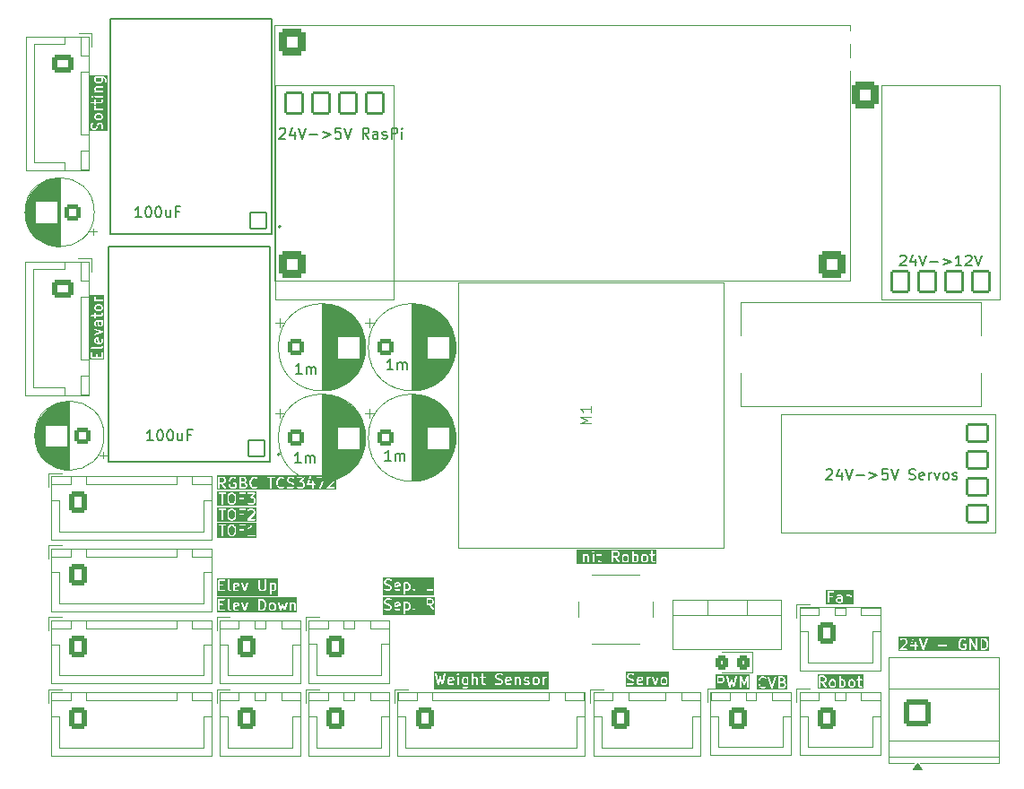
<source format=gbr>
%TF.GenerationSoftware,KiCad,Pcbnew,9.0.3*%
%TF.CreationDate,2025-07-12T01:01:34+02:00*%
%TF.ProjectId,FactoryInABoxHat,46616374-6f72-4794-996e-41426f784861,rev?*%
%TF.SameCoordinates,Original*%
%TF.FileFunction,Legend,Top*%
%TF.FilePolarity,Positive*%
%FSLAX46Y46*%
G04 Gerber Fmt 4.6, Leading zero omitted, Abs format (unit mm)*
G04 Created by KiCad (PCBNEW 9.0.3) date 2025-07-12 01:01:34*
%MOMM*%
%LPD*%
G01*
G04 APERTURE LIST*
G04 Aperture macros list*
%AMRoundRect*
0 Rectangle with rounded corners*
0 $1 Rounding radius*
0 $2 $3 $4 $5 $6 $7 $8 $9 X,Y pos of 4 corners*
0 Add a 4 corners polygon primitive as box body*
4,1,4,$2,$3,$4,$5,$6,$7,$8,$9,$2,$3,0*
0 Add four circle primitives for the rounded corners*
1,1,$1+$1,$2,$3*
1,1,$1+$1,$4,$5*
1,1,$1+$1,$6,$7*
1,1,$1+$1,$8,$9*
0 Add four rect primitives between the rounded corners*
20,1,$1+$1,$2,$3,$4,$5,0*
20,1,$1+$1,$4,$5,$6,$7,0*
20,1,$1+$1,$6,$7,$8,$9,0*
20,1,$1+$1,$8,$9,$2,$3,0*%
G04 Aperture macros list end*
%ADD10C,0.150000*%
%ADD11C,0.100000*%
%ADD12C,0.120000*%
%ADD13C,0.127000*%
%ADD14C,0.200000*%
%ADD15RoundRect,0.250000X-0.600000X-0.725000X0.600000X-0.725000X0.600000X0.725000X-0.600000X0.725000X0*%
%ADD16O,1.700000X1.950000*%
%ADD17RoundRect,0.102000X0.965200X0.800000X-0.965200X0.800000X-0.965200X-0.800000X0.965200X-0.800000X0*%
%ADD18C,2.700000*%
%ADD19RoundRect,0.250000X-0.600000X-0.750000X0.600000X-0.750000X0.600000X0.750000X-0.600000X0.750000X0*%
%ADD20O,1.700000X2.000000*%
%ADD21RoundRect,0.250000X0.550000X0.550000X-0.550000X0.550000X-0.550000X-0.550000X0.550000X-0.550000X0*%
%ADD22C,1.600000*%
%ADD23RoundRect,0.102000X0.765000X0.765000X-0.765000X0.765000X-0.765000X-0.765000X0.765000X-0.765000X0*%
%ADD24C,1.734000*%
%ADD25RoundRect,0.250000X-0.550000X-0.550000X0.550000X-0.550000X0.550000X0.550000X-0.550000X0.550000X0*%
%ADD26RoundRect,0.250000X-1.050000X-1.050000X1.050000X-1.050000X1.050000X1.050000X-1.050000X1.050000X0*%
%ADD27C,2.600000*%
%ADD28C,3.000000*%
%ADD29RoundRect,0.381000X0.889000X0.889000X-0.889000X0.889000X-0.889000X-0.889000X0.889000X-0.889000X0*%
%ADD30R,1.905000X2.000000*%
%ADD31O,1.905000X2.000000*%
%ADD32RoundRect,0.102000X0.800000X-0.965200X0.800000X0.965200X-0.800000X0.965200X-0.800000X-0.965200X0*%
%ADD33C,2.800000*%
%ADD34RoundRect,0.250000X-0.725000X0.600000X-0.725000X-0.600000X0.725000X-0.600000X0.725000X0.600000X0*%
%ADD35O,1.950000X1.700000*%
%ADD36RoundRect,0.102000X-0.800000X0.965200X-0.800000X-0.965200X0.800000X-0.965200X0.800000X0.965200X0*%
%ADD37RoundRect,0.250000X0.325000X0.450000X-0.325000X0.450000X-0.325000X-0.450000X0.325000X-0.450000X0*%
%ADD38C,2.000000*%
%ADD39R,1.700000X1.700000*%
%ADD40O,1.700000X1.700000*%
G04 APERTURE END LIST*
D10*
G36*
X-6277545Y11670820D02*
G01*
X-6251051Y11644326D01*
X-6216793Y11575810D01*
X-6216793Y11468363D01*
X-6251052Y11399847D01*
X-6281459Y11369439D01*
X-6349974Y11335181D01*
X-6638221Y11335181D01*
X-6638221Y11708991D01*
X-6392058Y11708991D01*
X-6277545Y11670820D01*
G37*
G36*
X-6329077Y12150923D02*
G01*
X-6298670Y12120516D01*
X-6264412Y12052000D01*
X-6264412Y11992172D01*
X-6298670Y11923656D01*
X-6329077Y11893249D01*
X-6397593Y11858991D01*
X-6638221Y11858991D01*
X-6638221Y12185181D01*
X-6397593Y12185181D01*
X-6329077Y12150923D01*
G37*
G36*
X-8281458Y12150923D02*
G01*
X-8251051Y12120516D01*
X-8216793Y12052000D01*
X-8216793Y11944553D01*
X-8251051Y11876037D01*
X-8281458Y11845630D01*
X-8349974Y11811372D01*
X-8638221Y11811372D01*
X-8638221Y12185181D01*
X-8349974Y12185181D01*
X-8281458Y12150923D01*
G37*
G36*
X2330033Y11074070D02*
G01*
X-8899332Y11074070D01*
X-8899332Y12260181D01*
X-8788221Y12260181D01*
X-8788221Y11260181D01*
X-8786780Y11245549D01*
X-8775581Y11218513D01*
X-8754889Y11197821D01*
X-8727853Y11186622D01*
X-8698589Y11186622D01*
X-8671553Y11197821D01*
X-8650861Y11218513D01*
X-8639662Y11245549D01*
X-8638221Y11260181D01*
X-8638221Y11661372D01*
X-8514175Y11661372D01*
X-8203235Y11217171D01*
X-8193664Y11206011D01*
X-8168985Y11190284D01*
X-8140168Y11185198D01*
X-8111597Y11191528D01*
X-8087623Y11208310D01*
X-8071896Y11232988D01*
X-8066811Y11261806D01*
X-8073140Y11290377D01*
X-8080350Y11303190D01*
X-8331154Y11661482D01*
X-8317637Y11662813D01*
X-8315148Y11663845D01*
X-8312460Y11664035D01*
X-8298728Y11669290D01*
X-8203490Y11716909D01*
X-8197191Y11720874D01*
X-8195363Y11721631D01*
X-8193307Y11723320D01*
X-8191047Y11724741D01*
X-8189748Y11726240D01*
X-8183998Y11730958D01*
X-8136379Y11778577D01*
X-8131661Y11784327D01*
X-8130162Y11785626D01*
X-8128741Y11787886D01*
X-8127052Y11789942D01*
X-8126295Y11791770D01*
X-8122330Y11798069D01*
X-8105559Y11831610D01*
X-7835840Y11831610D01*
X-7835840Y11688753D01*
X-7835589Y11686200D01*
X-7835751Y11685107D01*
X-7834942Y11679634D01*
X-7834399Y11674121D01*
X-7833977Y11673100D01*
X-7833601Y11670563D01*
X-7785982Y11480087D01*
X-7785597Y11479008D01*
X-7785558Y11478468D01*
X-7783231Y11472387D01*
X-7781035Y11466241D01*
X-7780713Y11465806D01*
X-7780303Y11464736D01*
X-7732684Y11369498D01*
X-7728721Y11363202D01*
X-7727963Y11361372D01*
X-7726274Y11359314D01*
X-7724852Y11357055D01*
X-7723354Y11355756D01*
X-7718635Y11350006D01*
X-7623397Y11254767D01*
X-7612032Y11245439D01*
X-7609542Y11244408D01*
X-7607507Y11242643D01*
X-7594081Y11236649D01*
X-7451225Y11189030D01*
X-7443970Y11187381D01*
X-7442139Y11186622D01*
X-7439486Y11186361D01*
X-7436888Y11185770D01*
X-7434914Y11185911D01*
X-7427507Y11185181D01*
X-7332269Y11185181D01*
X-7324864Y11185911D01*
X-7322889Y11185770D01*
X-7320292Y11186361D01*
X-7317637Y11186622D01*
X-7315806Y11187381D01*
X-7308552Y11189030D01*
X-7165695Y11236649D01*
X-7152270Y11242643D01*
X-7150235Y11244409D01*
X-7147744Y11245440D01*
X-7136378Y11254768D01*
X-7088760Y11302387D01*
X-7079432Y11313753D01*
X-7072151Y11331332D01*
X-7068234Y11340788D01*
X-7066793Y11355420D01*
X-7066793Y11688753D01*
X-7068234Y11703385D01*
X-7079433Y11730421D01*
X-7100125Y11751113D01*
X-7127161Y11762312D01*
X-7141793Y11763753D01*
X-7332269Y11763753D01*
X-7346901Y11762312D01*
X-7373937Y11751113D01*
X-7394629Y11730421D01*
X-7405828Y11703385D01*
X-7405828Y11674121D01*
X-7394629Y11647085D01*
X-7373937Y11626393D01*
X-7346901Y11615194D01*
X-7332269Y11613753D01*
X-7216793Y11613753D01*
X-7216793Y11386486D01*
X-7229926Y11373353D01*
X-7344439Y11335181D01*
X-7415337Y11335181D01*
X-7529850Y11373352D01*
X-7603963Y11447466D01*
X-7642457Y11524453D01*
X-7685840Y11697987D01*
X-7685840Y11822376D01*
X-7642457Y11995910D01*
X-7603963Y12072897D01*
X-7529850Y12147010D01*
X-7415337Y12185181D01*
X-7302355Y12185181D01*
X-7222953Y12145480D01*
X-7209222Y12140225D01*
X-7180032Y12138151D01*
X-7152270Y12147405D01*
X-7130163Y12166578D01*
X-7117075Y12192753D01*
X-7115001Y12221943D01*
X-7124255Y12249704D01*
X-7133341Y12260181D01*
X-6788221Y12260181D01*
X-6788221Y11260181D01*
X-6786780Y11245549D01*
X-6775581Y11218513D01*
X-6754889Y11197821D01*
X-6727853Y11186622D01*
X-6713221Y11185181D01*
X-6332269Y11185181D01*
X-6317637Y11186622D01*
X-6315148Y11187654D01*
X-6312460Y11187844D01*
X-6298728Y11193099D01*
X-6203490Y11240718D01*
X-6197191Y11244683D01*
X-6195363Y11245440D01*
X-6193307Y11247128D01*
X-6191047Y11248550D01*
X-6189747Y11250050D01*
X-6183997Y11254768D01*
X-6136379Y11302387D01*
X-6131661Y11308137D01*
X-6130162Y11309436D01*
X-6128741Y11311695D01*
X-6127051Y11313753D01*
X-6126294Y11315583D01*
X-6122330Y11321879D01*
X-6074711Y11417117D01*
X-6069456Y11430848D01*
X-6069265Y11433538D01*
X-6068234Y11436026D01*
X-6066793Y11450658D01*
X-6066793Y11593515D01*
X-6068234Y11608147D01*
X-6069265Y11610636D01*
X-6069456Y11613325D01*
X-6074711Y11627056D01*
X-6122330Y11722294D01*
X-6126295Y11728594D01*
X-6127052Y11730421D01*
X-6128741Y11732478D01*
X-6130162Y11734737D01*
X-6131661Y11736037D01*
X-6136379Y11741786D01*
X-6183998Y11789405D01*
X-6195363Y11798732D01*
X-6197854Y11799764D01*
X-6199889Y11801529D01*
X-6205957Y11804238D01*
X-6183998Y11826196D01*
X-6179556Y11831610D01*
X-5835840Y11831610D01*
X-5835840Y11688753D01*
X-5835589Y11686200D01*
X-5835751Y11685107D01*
X-5834942Y11679634D01*
X-5834399Y11674121D01*
X-5833977Y11673100D01*
X-5833601Y11670563D01*
X-5785982Y11480087D01*
X-5785597Y11479008D01*
X-5785558Y11478468D01*
X-5783231Y11472387D01*
X-5781035Y11466241D01*
X-5780713Y11465806D01*
X-5780303Y11464736D01*
X-5732684Y11369498D01*
X-5728721Y11363202D01*
X-5727963Y11361372D01*
X-5726274Y11359314D01*
X-5724852Y11357055D01*
X-5723354Y11355756D01*
X-5718635Y11350006D01*
X-5623397Y11254767D01*
X-5612032Y11245439D01*
X-5609542Y11244408D01*
X-5607507Y11242643D01*
X-5594081Y11236649D01*
X-5451225Y11189030D01*
X-5443970Y11187381D01*
X-5442139Y11186622D01*
X-5439486Y11186361D01*
X-5436888Y11185770D01*
X-5434914Y11185911D01*
X-5427507Y11185181D01*
X-5332269Y11185181D01*
X-5324864Y11185911D01*
X-5322889Y11185770D01*
X-5320292Y11186361D01*
X-5317637Y11186622D01*
X-5315806Y11187381D01*
X-5308552Y11189030D01*
X-5165695Y11236649D01*
X-5152270Y11242643D01*
X-5150235Y11244409D01*
X-5147744Y11245440D01*
X-5136378Y11254768D01*
X-5088760Y11302387D01*
X-5079432Y11313753D01*
X-5068234Y11340789D01*
X-5068234Y11370052D01*
X-5079433Y11397088D01*
X-5100126Y11417781D01*
X-5127162Y11428979D01*
X-5156425Y11428979D01*
X-5183461Y11417780D01*
X-5194827Y11408452D01*
X-5229926Y11373353D01*
X-5344439Y11335181D01*
X-5415337Y11335181D01*
X-5529850Y11373352D01*
X-5603963Y11447466D01*
X-5642457Y11524453D01*
X-5685840Y11697987D01*
X-5685840Y11822376D01*
X-5642457Y11995910D01*
X-5603963Y12072897D01*
X-5529850Y12147010D01*
X-5415337Y12185181D01*
X-5344439Y12185181D01*
X-5229926Y12147010D01*
X-5194826Y12111910D01*
X-5183461Y12102583D01*
X-5156425Y12091384D01*
X-5127162Y12091384D01*
X-5100126Y12102583D01*
X-5079433Y12123276D01*
X-5068234Y12150312D01*
X-5068234Y12179575D01*
X-5079433Y12206611D01*
X-5088760Y12217976D01*
X-5136379Y12265595D01*
X-5147611Y12274813D01*
X-4167732Y12274813D01*
X-4167732Y12245549D01*
X-4156533Y12218513D01*
X-4135841Y12197821D01*
X-4108805Y12186622D01*
X-4094173Y12185181D01*
X-3883459Y12185181D01*
X-3883459Y11260181D01*
X-3882018Y11245549D01*
X-3870819Y11218513D01*
X-3850127Y11197821D01*
X-3823091Y11186622D01*
X-3793827Y11186622D01*
X-3766791Y11197821D01*
X-3746099Y11218513D01*
X-3734900Y11245549D01*
X-3733459Y11260181D01*
X-3733459Y11831610D01*
X-3312030Y11831610D01*
X-3312030Y11688753D01*
X-3311779Y11686200D01*
X-3311941Y11685107D01*
X-3311132Y11679634D01*
X-3310589Y11674121D01*
X-3310167Y11673100D01*
X-3309791Y11670563D01*
X-3262172Y11480087D01*
X-3261787Y11479008D01*
X-3261748Y11478468D01*
X-3259421Y11472387D01*
X-3257225Y11466241D01*
X-3256903Y11465806D01*
X-3256493Y11464736D01*
X-3208874Y11369498D01*
X-3204911Y11363202D01*
X-3204153Y11361372D01*
X-3202464Y11359314D01*
X-3201042Y11357055D01*
X-3199544Y11355756D01*
X-3194825Y11350006D01*
X-3099587Y11254767D01*
X-3088222Y11245439D01*
X-3085732Y11244408D01*
X-3083697Y11242643D01*
X-3070271Y11236649D01*
X-2927415Y11189030D01*
X-2920160Y11187381D01*
X-2918329Y11186622D01*
X-2915676Y11186361D01*
X-2913078Y11185770D01*
X-2911104Y11185911D01*
X-2903697Y11185181D01*
X-2808459Y11185181D01*
X-2801054Y11185911D01*
X-2799079Y11185770D01*
X-2796482Y11186361D01*
X-2793827Y11186622D01*
X-2791996Y11187381D01*
X-2784742Y11189030D01*
X-2641885Y11236649D01*
X-2628460Y11242643D01*
X-2626425Y11244409D01*
X-2623934Y11245440D01*
X-2612568Y11254768D01*
X-2564950Y11302387D01*
X-2555622Y11313753D01*
X-2544424Y11340789D01*
X-2544424Y11370052D01*
X-2555623Y11397088D01*
X-2576316Y11417781D01*
X-2603352Y11428979D01*
X-2632615Y11428979D01*
X-2659651Y11417780D01*
X-2671017Y11408452D01*
X-2706116Y11373353D01*
X-2820629Y11335181D01*
X-2891527Y11335181D01*
X-3006040Y11373352D01*
X-3080153Y11447466D01*
X-3118647Y11524453D01*
X-3162030Y11697987D01*
X-3162030Y11822376D01*
X-3118647Y11995910D01*
X-3081749Y12069705D01*
X-2312030Y12069705D01*
X-2312030Y11974467D01*
X-2310589Y11959835D01*
X-2309558Y11957346D01*
X-2309367Y11954658D01*
X-2304112Y11940926D01*
X-2256493Y11845688D01*
X-2252529Y11839389D01*
X-2251771Y11837561D01*
X-2250083Y11835505D01*
X-2248661Y11833245D01*
X-2247163Y11831946D01*
X-2242444Y11826196D01*
X-2194825Y11778577D01*
X-2189076Y11773859D01*
X-2187776Y11772360D01*
X-2185517Y11770939D01*
X-2183460Y11769250D01*
X-2181633Y11768493D01*
X-2175333Y11764528D01*
X-2080095Y11716909D01*
X-2079026Y11716500D01*
X-2078590Y11716177D01*
X-2072454Y11713985D01*
X-2066364Y11711654D01*
X-2065824Y11711616D01*
X-2064744Y11711230D01*
X-1882254Y11665608D01*
X-1805267Y11627114D01*
X-1774860Y11596707D01*
X-1740602Y11528191D01*
X-1740602Y11468363D01*
X-1774861Y11399847D01*
X-1805268Y11369439D01*
X-1873783Y11335181D01*
X-2082003Y11335181D01*
X-2213313Y11378951D01*
X-2227650Y11382211D01*
X-2256840Y11380136D01*
X-2283013Y11367050D01*
X-2302187Y11344943D01*
X-2311441Y11317180D01*
X-2309366Y11287990D01*
X-2296280Y11261817D01*
X-2274173Y11242643D01*
X-2260747Y11236649D01*
X-2117891Y11189030D01*
X-2110636Y11187381D01*
X-2108805Y11186622D01*
X-2106152Y11186361D01*
X-2103554Y11185770D01*
X-2101580Y11185911D01*
X-2094173Y11185181D01*
X-1856078Y11185181D01*
X-1841446Y11186622D01*
X-1838957Y11187654D01*
X-1836269Y11187844D01*
X-1822537Y11193099D01*
X-1727299Y11240718D01*
X-1721000Y11244683D01*
X-1719172Y11245440D01*
X-1717116Y11247128D01*
X-1714856Y11248550D01*
X-1713556Y11250050D01*
X-1707806Y11254768D01*
X-1660188Y11302387D01*
X-1655470Y11308137D01*
X-1653971Y11309436D01*
X-1652550Y11311695D01*
X-1650860Y11313753D01*
X-1650103Y11315583D01*
X-1646139Y11321879D01*
X-1598520Y11417117D01*
X-1593265Y11430848D01*
X-1593074Y11433538D01*
X-1592043Y11436026D01*
X-1590602Y11450658D01*
X-1590602Y11545896D01*
X-1592043Y11560528D01*
X-1593074Y11563017D01*
X-1593265Y11565706D01*
X-1598520Y11579437D01*
X-1646139Y11674675D01*
X-1650104Y11680975D01*
X-1650861Y11682802D01*
X-1652550Y11684859D01*
X-1653971Y11687118D01*
X-1655470Y11688418D01*
X-1660188Y11694167D01*
X-1707807Y11741786D01*
X-1713557Y11746505D01*
X-1714856Y11748003D01*
X-1717116Y11749425D01*
X-1719172Y11751113D01*
X-1721000Y11751871D01*
X-1727299Y11755835D01*
X-1822537Y11803454D01*
X-1823607Y11803864D01*
X-1824042Y11804186D01*
X-1830188Y11806382D01*
X-1836269Y11808709D01*
X-1836809Y11808748D01*
X-1837888Y11809133D01*
X-2020378Y11854756D01*
X-2097365Y11893249D01*
X-2127772Y11923656D01*
X-2162030Y11992172D01*
X-2162030Y12052000D01*
X-2127772Y12120516D01*
X-2097365Y12150923D01*
X-2028849Y12185181D01*
X-1820629Y12185181D01*
X-1689320Y12141411D01*
X-1674983Y12138151D01*
X-1645793Y12140226D01*
X-1619619Y12153312D01*
X-1600445Y12175420D01*
X-1591191Y12203182D01*
X-1593266Y12232372D01*
X-1606353Y12258545D01*
X-1625109Y12274813D01*
X-1405827Y12274813D01*
X-1405827Y12245549D01*
X-1394628Y12218513D01*
X-1373936Y12197821D01*
X-1346900Y12186622D01*
X-1332268Y12185181D01*
X-878503Y12185181D01*
X-1102997Y11928617D01*
X-1107519Y11922293D01*
X-1108914Y11920897D01*
X-1109463Y11919574D01*
X-1111548Y11916656D01*
X-1115450Y11905119D01*
X-1120113Y11893861D01*
X-1120113Y11891331D01*
X-1120923Y11888935D01*
X-1120113Y11876782D01*
X-1120113Y11864597D01*
X-1119146Y11862261D01*
X-1118977Y11859737D01*
X-1113575Y11848812D01*
X-1108914Y11837561D01*
X-1107128Y11835775D01*
X-1106005Y11833505D01*
X-1096833Y11825480D01*
X-1088222Y11816869D01*
X-1085886Y11815901D01*
X-1083981Y11814235D01*
X-1072444Y11810334D01*
X-1061186Y11805670D01*
X-1057616Y11805319D01*
X-1056260Y11804860D01*
X-1054293Y11804992D01*
X-1046554Y11804229D01*
X-921402Y11804229D01*
X-852886Y11769971D01*
X-822479Y11739564D01*
X-788221Y11671048D01*
X-788221Y11468363D01*
X-822480Y11399847D01*
X-852887Y11369439D01*
X-921402Y11335181D01*
X-1171706Y11335181D01*
X-1240222Y11369439D01*
X-1279234Y11408452D01*
X-1290600Y11417780D01*
X-1317636Y11428979D01*
X-1346899Y11428979D01*
X-1373935Y11417781D01*
X-1394628Y11397088D01*
X-1405827Y11370052D01*
X-1405827Y11340789D01*
X-1394629Y11313753D01*
X-1385302Y11302388D01*
X-1337683Y11254768D01*
X-1331934Y11250050D01*
X-1330633Y11248550D01*
X-1328374Y11247128D01*
X-1326317Y11245440D01*
X-1324490Y11244683D01*
X-1318190Y11240718D01*
X-1222952Y11193099D01*
X-1209221Y11187844D01*
X-1206532Y11187653D01*
X-1204043Y11186622D01*
X-1189411Y11185181D01*
X-903697Y11185181D01*
X-889065Y11186622D01*
X-886576Y11187654D01*
X-883888Y11187844D01*
X-870156Y11193099D01*
X-774918Y11240718D01*
X-768619Y11244683D01*
X-766791Y11245440D01*
X-764735Y11247128D01*
X-762475Y11248550D01*
X-761175Y11250050D01*
X-755425Y11254768D01*
X-707807Y11302387D01*
X-703089Y11308137D01*
X-701590Y11309436D01*
X-700169Y11311695D01*
X-698479Y11313753D01*
X-697722Y11315583D01*
X-693758Y11321879D01*
X-646139Y11417117D01*
X-640884Y11430848D01*
X-640693Y11433538D01*
X-639662Y11436026D01*
X-638221Y11450658D01*
X-638221Y11602895D01*
X-406679Y11602895D01*
X-405827Y11590910D01*
X-405827Y11578883D01*
X-404795Y11576392D01*
X-404604Y11573705D01*
X-399230Y11562956D01*
X-394628Y11551847D01*
X-392723Y11549942D01*
X-391518Y11547532D01*
X-382436Y11539655D01*
X-373936Y11531155D01*
X-371448Y11530125D01*
X-369411Y11528358D01*
X-358008Y11524557D01*
X-346900Y11519956D01*
X-343074Y11519580D01*
X-341648Y11519104D01*
X-339674Y11519245D01*
X-332268Y11518515D01*
X68922Y11518515D01*
X68922Y11260181D01*
X70363Y11245549D01*
X81562Y11218513D01*
X102254Y11197821D01*
X129290Y11186622D01*
X158554Y11186622D01*
X185590Y11197821D01*
X206282Y11218513D01*
X217481Y11245549D01*
X218922Y11260181D01*
X218922Y11518515D01*
X286779Y11518515D01*
X301411Y11519956D01*
X328447Y11531155D01*
X349139Y11551847D01*
X360338Y11578883D01*
X360338Y11608147D01*
X349139Y11635183D01*
X328447Y11655875D01*
X301411Y11667074D01*
X286779Y11668515D01*
X218922Y11668515D01*
X218922Y11926848D01*
X217481Y11941480D01*
X206282Y11968516D01*
X185590Y11989208D01*
X158554Y12000407D01*
X129290Y12000407D01*
X102254Y11989208D01*
X81562Y11968516D01*
X70363Y11941480D01*
X68922Y11926848D01*
X68922Y11668515D01*
X-228211Y11668515D01*
X-26112Y12274813D01*
X498935Y12274813D01*
X498935Y12245549D01*
X510134Y12218513D01*
X530826Y12197821D01*
X557862Y12186622D01*
X572494Y12185181D01*
X1125419Y12185181D01*
X741653Y11289725D01*
X737214Y11275708D01*
X736857Y11246447D01*
X747725Y11219277D01*
X768164Y11198333D01*
X795062Y11186806D01*
X824323Y11186449D01*
X851493Y11197317D01*
X872437Y11217756D01*
X879525Y11230637D01*
X898458Y11274813D01*
X1451316Y11274813D01*
X1451316Y11245549D01*
X1462515Y11218513D01*
X1483207Y11197821D01*
X1510243Y11186622D01*
X1524875Y11185181D01*
X2143922Y11185181D01*
X2158554Y11186622D01*
X2185590Y11197821D01*
X2206282Y11218513D01*
X2217481Y11245549D01*
X2217481Y11274813D01*
X2206282Y11301849D01*
X2185590Y11322541D01*
X2158554Y11333740D01*
X2143922Y11335181D01*
X1705941Y11335181D01*
X2149336Y11778577D01*
X2158664Y11789942D01*
X2159695Y11792433D01*
X2161460Y11794467D01*
X2167454Y11807893D01*
X2215073Y11950749D01*
X2216722Y11958005D01*
X2217481Y11959835D01*
X2217742Y11962489D01*
X2218333Y11965086D01*
X2218192Y11967061D01*
X2218922Y11974467D01*
X2218922Y12069705D01*
X2217481Y12084337D01*
X2216450Y12086826D01*
X2216259Y12089515D01*
X2211004Y12103246D01*
X2163385Y12198484D01*
X2159420Y12204784D01*
X2158663Y12206611D01*
X2156974Y12208668D01*
X2155553Y12210927D01*
X2154054Y12212227D01*
X2149336Y12217976D01*
X2101717Y12265595D01*
X2095967Y12270314D01*
X2094668Y12271812D01*
X2092408Y12273234D01*
X2090352Y12274922D01*
X2088524Y12275680D01*
X2082225Y12279644D01*
X1986987Y12327263D01*
X1973255Y12332518D01*
X1970567Y12332709D01*
X1968078Y12333740D01*
X1953446Y12335181D01*
X1715351Y12335181D01*
X1700719Y12333740D01*
X1698230Y12332710D01*
X1695541Y12332518D01*
X1681810Y12327263D01*
X1586572Y12279644D01*
X1580272Y12275680D01*
X1578445Y12274922D01*
X1576388Y12273234D01*
X1574129Y12271812D01*
X1572829Y12270314D01*
X1567080Y12265595D01*
X1519461Y12217976D01*
X1510134Y12206611D01*
X1498935Y12179574D01*
X1498935Y12150312D01*
X1510134Y12123275D01*
X1530826Y12102583D01*
X1557863Y12091384D01*
X1587125Y12091384D01*
X1614162Y12102583D01*
X1625527Y12111910D01*
X1664540Y12150923D01*
X1733056Y12185181D01*
X1935741Y12185181D01*
X2004257Y12150923D01*
X2034664Y12120516D01*
X2068922Y12052000D01*
X2068922Y11986637D01*
X2030750Y11872124D01*
X1471842Y11313214D01*
X1462515Y11301849D01*
X1451316Y11274813D01*
X898458Y11274813D01*
X1308096Y12230637D01*
X1312535Y12244653D01*
X1312540Y12245119D01*
X1312719Y12245549D01*
X1312719Y12259735D01*
X1312892Y12273915D01*
X1312719Y12274348D01*
X1312719Y12274813D01*
X1307297Y12287903D01*
X1302024Y12301085D01*
X1301698Y12301419D01*
X1301520Y12301849D01*
X1291480Y12311889D01*
X1281585Y12322028D01*
X1281157Y12322212D01*
X1280828Y12322541D01*
X1267693Y12327982D01*
X1254687Y12333556D01*
X1254222Y12333562D01*
X1253792Y12333740D01*
X1239160Y12335181D01*
X572494Y12335181D01*
X557862Y12333740D01*
X530826Y12322541D01*
X510134Y12301849D01*
X498935Y12274813D01*
X-26112Y12274813D01*
X-23022Y12284082D01*
X-19762Y12298419D01*
X-21837Y12327609D01*
X-34923Y12353783D01*
X-57031Y12372957D01*
X-84793Y12382211D01*
X-113983Y12380136D01*
X-140156Y12367049D01*
X-159330Y12344942D01*
X-165324Y12331517D01*
X-403419Y11617232D01*
X-405069Y11609979D01*
X-405827Y11608147D01*
X-405827Y11606642D01*
X-406679Y11602895D01*
X-638221Y11602895D01*
X-638221Y11688753D01*
X-639662Y11703385D01*
X-640693Y11705874D01*
X-640884Y11708563D01*
X-646139Y11722294D01*
X-693758Y11817532D01*
X-697723Y11823832D01*
X-698480Y11825659D01*
X-700169Y11827716D01*
X-701590Y11829975D01*
X-703089Y11831275D01*
X-707807Y11837024D01*
X-755426Y11884643D01*
X-761176Y11889362D01*
X-762475Y11890860D01*
X-764735Y11892282D01*
X-766791Y11893970D01*
X-768619Y11894728D01*
X-774918Y11898692D01*
X-870156Y11946311D01*
X-883674Y11951484D01*
X-656778Y12210793D01*
X-652257Y12217118D01*
X-650861Y12218513D01*
X-650313Y12219837D01*
X-648227Y12222754D01*
X-644326Y12234292D01*
X-639662Y12245549D01*
X-639662Y12248080D01*
X-638852Y12250475D01*
X-639662Y12262629D01*
X-639662Y12274813D01*
X-640630Y12277150D01*
X-640798Y12279673D01*
X-646201Y12290599D01*
X-650861Y12301849D01*
X-652648Y12303636D01*
X-653770Y12305905D01*
X-662943Y12313931D01*
X-671553Y12322541D01*
X-673890Y12323510D01*
X-675794Y12325175D01*
X-687332Y12329077D01*
X-698589Y12333740D01*
X-702160Y12334092D01*
X-703515Y12334550D01*
X-705483Y12334419D01*
X-713221Y12335181D01*
X-1332268Y12335181D01*
X-1346900Y12333740D01*
X-1373936Y12322541D01*
X-1394628Y12301849D01*
X-1405827Y12274813D01*
X-1625109Y12274813D01*
X-1628460Y12277719D01*
X-1641885Y12283713D01*
X-1784742Y12331332D01*
X-1791996Y12332982D01*
X-1793827Y12333740D01*
X-1796482Y12334002D01*
X-1799079Y12334592D01*
X-1801054Y12334452D01*
X-1808459Y12335181D01*
X-2046554Y12335181D01*
X-2061186Y12333740D01*
X-2063675Y12332710D01*
X-2066364Y12332518D01*
X-2080095Y12327263D01*
X-2175333Y12279644D01*
X-2181633Y12275680D01*
X-2183460Y12274922D01*
X-2185517Y12273234D01*
X-2187776Y12271812D01*
X-2189076Y12270314D01*
X-2194825Y12265595D01*
X-2242444Y12217976D01*
X-2247163Y12212227D01*
X-2248661Y12210927D01*
X-2250083Y12208668D01*
X-2251771Y12206611D01*
X-2252529Y12204784D01*
X-2256493Y12198484D01*
X-2304112Y12103246D01*
X-2309367Y12089514D01*
X-2309558Y12086827D01*
X-2310589Y12084337D01*
X-2312030Y12069705D01*
X-3081749Y12069705D01*
X-3080153Y12072897D01*
X-3006040Y12147010D01*
X-2891527Y12185181D01*
X-2820629Y12185181D01*
X-2706116Y12147010D01*
X-2671016Y12111910D01*
X-2659651Y12102583D01*
X-2632615Y12091384D01*
X-2603352Y12091384D01*
X-2576316Y12102583D01*
X-2555623Y12123276D01*
X-2544424Y12150312D01*
X-2544424Y12179575D01*
X-2555623Y12206611D01*
X-2564950Y12217976D01*
X-2612569Y12265595D01*
X-2623934Y12274922D01*
X-2626425Y12275954D01*
X-2628460Y12277719D01*
X-2641885Y12283713D01*
X-2784742Y12331332D01*
X-2791996Y12332982D01*
X-2793827Y12333740D01*
X-2796482Y12334002D01*
X-2799079Y12334592D01*
X-2801054Y12334452D01*
X-2808459Y12335181D01*
X-2903697Y12335181D01*
X-2911104Y12334452D01*
X-2913078Y12334592D01*
X-2915676Y12334002D01*
X-2918329Y12333740D01*
X-2920160Y12332982D01*
X-2927415Y12331332D01*
X-3070271Y12283713D01*
X-3083697Y12277719D01*
X-3085732Y12275955D01*
X-3088222Y12274923D01*
X-3099587Y12265595D01*
X-3194825Y12170357D01*
X-3199544Y12164608D01*
X-3201042Y12163308D01*
X-3202464Y12161049D01*
X-3204152Y12158992D01*
X-3204910Y12157165D01*
X-3208874Y12150865D01*
X-3256493Y12055627D01*
X-3256903Y12054558D01*
X-3257225Y12054122D01*
X-3259421Y12047977D01*
X-3261748Y12041895D01*
X-3261787Y12041356D01*
X-3262172Y12040276D01*
X-3309791Y11849800D01*
X-3310167Y11847264D01*
X-3310589Y11846242D01*
X-3311132Y11840730D01*
X-3311941Y11835256D01*
X-3311779Y11834164D01*
X-3312030Y11831610D01*
X-3733459Y11831610D01*
X-3733459Y12185181D01*
X-3522745Y12185181D01*
X-3508113Y12186622D01*
X-3481077Y12197821D01*
X-3460385Y12218513D01*
X-3449186Y12245549D01*
X-3449186Y12274813D01*
X-3460385Y12301849D01*
X-3481077Y12322541D01*
X-3508113Y12333740D01*
X-3522745Y12335181D01*
X-4094173Y12335181D01*
X-4108805Y12333740D01*
X-4135841Y12322541D01*
X-4156533Y12301849D01*
X-4167732Y12274813D01*
X-5147611Y12274813D01*
X-5147744Y12274922D01*
X-5150235Y12275954D01*
X-5152270Y12277719D01*
X-5165695Y12283713D01*
X-5308552Y12331332D01*
X-5315806Y12332982D01*
X-5317637Y12333740D01*
X-5320292Y12334002D01*
X-5322889Y12334592D01*
X-5324864Y12334452D01*
X-5332269Y12335181D01*
X-5427507Y12335181D01*
X-5434914Y12334452D01*
X-5436888Y12334592D01*
X-5439486Y12334002D01*
X-5442139Y12333740D01*
X-5443970Y12332982D01*
X-5451225Y12331332D01*
X-5594081Y12283713D01*
X-5607507Y12277719D01*
X-5609542Y12275955D01*
X-5612032Y12274923D01*
X-5623397Y12265595D01*
X-5718635Y12170357D01*
X-5723354Y12164608D01*
X-5724852Y12163308D01*
X-5726274Y12161049D01*
X-5727962Y12158992D01*
X-5728720Y12157165D01*
X-5732684Y12150865D01*
X-5780303Y12055627D01*
X-5780713Y12054558D01*
X-5781035Y12054122D01*
X-5783231Y12047977D01*
X-5785558Y12041895D01*
X-5785597Y12041356D01*
X-5785982Y12040276D01*
X-5833601Y11849800D01*
X-5833977Y11847264D01*
X-5834399Y11846242D01*
X-5834942Y11840730D01*
X-5835751Y11835256D01*
X-5835589Y11834164D01*
X-5835840Y11831610D01*
X-6179556Y11831610D01*
X-6179280Y11831946D01*
X-6177781Y11833245D01*
X-6176360Y11835505D01*
X-6174671Y11837561D01*
X-6173914Y11839389D01*
X-6169949Y11845688D01*
X-6122330Y11940926D01*
X-6117075Y11954657D01*
X-6116884Y11957347D01*
X-6115853Y11959835D01*
X-6114412Y11974467D01*
X-6114412Y12069705D01*
X-6115853Y12084337D01*
X-6116884Y12086826D01*
X-6117075Y12089515D01*
X-6122330Y12103246D01*
X-6169949Y12198484D01*
X-6173914Y12204784D01*
X-6174671Y12206611D01*
X-6176360Y12208668D01*
X-6177781Y12210927D01*
X-6179280Y12212227D01*
X-6183998Y12217976D01*
X-6231617Y12265595D01*
X-6237367Y12270314D01*
X-6238666Y12271812D01*
X-6240926Y12273234D01*
X-6242982Y12274922D01*
X-6244810Y12275680D01*
X-6251109Y12279644D01*
X-6346347Y12327263D01*
X-6360079Y12332518D01*
X-6362767Y12332709D01*
X-6365256Y12333740D01*
X-6379888Y12335181D01*
X-6713221Y12335181D01*
X-6727853Y12333740D01*
X-6754889Y12322541D01*
X-6775581Y12301849D01*
X-6786780Y12274813D01*
X-6788221Y12260181D01*
X-7133341Y12260181D01*
X-7143428Y12271812D01*
X-7155871Y12279644D01*
X-7251109Y12327263D01*
X-7264841Y12332518D01*
X-7267529Y12332709D01*
X-7270018Y12333740D01*
X-7284650Y12335181D01*
X-7427507Y12335181D01*
X-7434914Y12334452D01*
X-7436888Y12334592D01*
X-7439486Y12334002D01*
X-7442139Y12333740D01*
X-7443970Y12332982D01*
X-7451225Y12331332D01*
X-7594081Y12283713D01*
X-7607507Y12277719D01*
X-7609542Y12275955D01*
X-7612032Y12274923D01*
X-7623397Y12265595D01*
X-7718635Y12170357D01*
X-7723354Y12164608D01*
X-7724852Y12163308D01*
X-7726274Y12161049D01*
X-7727962Y12158992D01*
X-7728720Y12157165D01*
X-7732684Y12150865D01*
X-7780303Y12055627D01*
X-7780713Y12054558D01*
X-7781035Y12054122D01*
X-7783231Y12047977D01*
X-7785558Y12041895D01*
X-7785597Y12041356D01*
X-7785982Y12040276D01*
X-7833601Y11849800D01*
X-7833977Y11847264D01*
X-7834399Y11846242D01*
X-7834942Y11840730D01*
X-7835751Y11835256D01*
X-7835589Y11834164D01*
X-7835840Y11831610D01*
X-8105559Y11831610D01*
X-8074711Y11893307D01*
X-8069456Y11907038D01*
X-8069265Y11909728D01*
X-8068234Y11912216D01*
X-8066793Y11926848D01*
X-8066793Y12069705D01*
X-8068234Y12084337D01*
X-8069265Y12086826D01*
X-8069456Y12089515D01*
X-8074711Y12103246D01*
X-8122330Y12198484D01*
X-8126295Y12204784D01*
X-8127052Y12206611D01*
X-8128741Y12208668D01*
X-8130162Y12210927D01*
X-8131661Y12212227D01*
X-8136379Y12217976D01*
X-8183998Y12265595D01*
X-8189748Y12270314D01*
X-8191047Y12271812D01*
X-8193307Y12273234D01*
X-8195363Y12274922D01*
X-8197191Y12275680D01*
X-8203490Y12279644D01*
X-8298728Y12327263D01*
X-8312460Y12332518D01*
X-8315148Y12332709D01*
X-8317637Y12333740D01*
X-8332269Y12335181D01*
X-8713221Y12335181D01*
X-8727853Y12333740D01*
X-8754889Y12322541D01*
X-8775581Y12301849D01*
X-8786780Y12274813D01*
X-8788221Y12260181D01*
X-8899332Y12260181D01*
X-8899332Y12493322D01*
X2330033Y12493322D01*
X2330033Y11074070D01*
G37*
X48633333Y12949943D02*
X48680952Y12997562D01*
X48680952Y12997562D02*
X48776190Y13045181D01*
X48776190Y13045181D02*
X49014285Y13045181D01*
X49014285Y13045181D02*
X49109523Y12997562D01*
X49109523Y12997562D02*
X49157142Y12949943D01*
X49157142Y12949943D02*
X49204761Y12854705D01*
X49204761Y12854705D02*
X49204761Y12759467D01*
X49204761Y12759467D02*
X49157142Y12616610D01*
X49157142Y12616610D02*
X48585714Y12045181D01*
X48585714Y12045181D02*
X49204761Y12045181D01*
X50061904Y12711848D02*
X50061904Y12045181D01*
X49823809Y13092800D02*
X49585714Y12378515D01*
X49585714Y12378515D02*
X50204761Y12378515D01*
X50442857Y13045181D02*
X50776190Y12045181D01*
X50776190Y12045181D02*
X51109523Y13045181D01*
X51442857Y12426134D02*
X52204762Y12426134D01*
X52680952Y12711848D02*
X53442857Y12426134D01*
X53442857Y12426134D02*
X52680952Y12140420D01*
X54395237Y13045181D02*
X53919047Y13045181D01*
X53919047Y13045181D02*
X53871428Y12568991D01*
X53871428Y12568991D02*
X53919047Y12616610D01*
X53919047Y12616610D02*
X54014285Y12664229D01*
X54014285Y12664229D02*
X54252380Y12664229D01*
X54252380Y12664229D02*
X54347618Y12616610D01*
X54347618Y12616610D02*
X54395237Y12568991D01*
X54395237Y12568991D02*
X54442856Y12473753D01*
X54442856Y12473753D02*
X54442856Y12235658D01*
X54442856Y12235658D02*
X54395237Y12140420D01*
X54395237Y12140420D02*
X54347618Y12092800D01*
X54347618Y12092800D02*
X54252380Y12045181D01*
X54252380Y12045181D02*
X54014285Y12045181D01*
X54014285Y12045181D02*
X53919047Y12092800D01*
X53919047Y12092800D02*
X53871428Y12140420D01*
X54728571Y13045181D02*
X55061904Y12045181D01*
X55061904Y12045181D02*
X55395237Y13045181D01*
X56442857Y12092800D02*
X56585714Y12045181D01*
X56585714Y12045181D02*
X56823809Y12045181D01*
X56823809Y12045181D02*
X56919047Y12092800D01*
X56919047Y12092800D02*
X56966666Y12140420D01*
X56966666Y12140420D02*
X57014285Y12235658D01*
X57014285Y12235658D02*
X57014285Y12330896D01*
X57014285Y12330896D02*
X56966666Y12426134D01*
X56966666Y12426134D02*
X56919047Y12473753D01*
X56919047Y12473753D02*
X56823809Y12521372D01*
X56823809Y12521372D02*
X56633333Y12568991D01*
X56633333Y12568991D02*
X56538095Y12616610D01*
X56538095Y12616610D02*
X56490476Y12664229D01*
X56490476Y12664229D02*
X56442857Y12759467D01*
X56442857Y12759467D02*
X56442857Y12854705D01*
X56442857Y12854705D02*
X56490476Y12949943D01*
X56490476Y12949943D02*
X56538095Y12997562D01*
X56538095Y12997562D02*
X56633333Y13045181D01*
X56633333Y13045181D02*
X56871428Y13045181D01*
X56871428Y13045181D02*
X57014285Y12997562D01*
X57823809Y12092800D02*
X57728571Y12045181D01*
X57728571Y12045181D02*
X57538095Y12045181D01*
X57538095Y12045181D02*
X57442857Y12092800D01*
X57442857Y12092800D02*
X57395238Y12188039D01*
X57395238Y12188039D02*
X57395238Y12568991D01*
X57395238Y12568991D02*
X57442857Y12664229D01*
X57442857Y12664229D02*
X57538095Y12711848D01*
X57538095Y12711848D02*
X57728571Y12711848D01*
X57728571Y12711848D02*
X57823809Y12664229D01*
X57823809Y12664229D02*
X57871428Y12568991D01*
X57871428Y12568991D02*
X57871428Y12473753D01*
X57871428Y12473753D02*
X57395238Y12378515D01*
X58300000Y12045181D02*
X58300000Y12711848D01*
X58300000Y12521372D02*
X58347619Y12616610D01*
X58347619Y12616610D02*
X58395238Y12664229D01*
X58395238Y12664229D02*
X58490476Y12711848D01*
X58490476Y12711848D02*
X58585714Y12711848D01*
X58823810Y12711848D02*
X59061905Y12045181D01*
X59061905Y12045181D02*
X59300000Y12711848D01*
X59823810Y12045181D02*
X59728572Y12092800D01*
X59728572Y12092800D02*
X59680953Y12140420D01*
X59680953Y12140420D02*
X59633334Y12235658D01*
X59633334Y12235658D02*
X59633334Y12521372D01*
X59633334Y12521372D02*
X59680953Y12616610D01*
X59680953Y12616610D02*
X59728572Y12664229D01*
X59728572Y12664229D02*
X59823810Y12711848D01*
X59823810Y12711848D02*
X59966667Y12711848D01*
X59966667Y12711848D02*
X60061905Y12664229D01*
X60061905Y12664229D02*
X60109524Y12616610D01*
X60109524Y12616610D02*
X60157143Y12521372D01*
X60157143Y12521372D02*
X60157143Y12235658D01*
X60157143Y12235658D02*
X60109524Y12140420D01*
X60109524Y12140420D02*
X60061905Y12092800D01*
X60061905Y12092800D02*
X59966667Y12045181D01*
X59966667Y12045181D02*
X59823810Y12045181D01*
X60538096Y12092800D02*
X60633334Y12045181D01*
X60633334Y12045181D02*
X60823810Y12045181D01*
X60823810Y12045181D02*
X60919048Y12092800D01*
X60919048Y12092800D02*
X60966667Y12188039D01*
X60966667Y12188039D02*
X60966667Y12235658D01*
X60966667Y12235658D02*
X60919048Y12330896D01*
X60919048Y12330896D02*
X60823810Y12378515D01*
X60823810Y12378515D02*
X60680953Y12378515D01*
X60680953Y12378515D02*
X60585715Y12426134D01*
X60585715Y12426134D02*
X60538096Y12521372D01*
X60538096Y12521372D02*
X60538096Y12568991D01*
X60538096Y12568991D02*
X60585715Y12664229D01*
X60585715Y12664229D02*
X60680953Y12711848D01*
X60680953Y12711848D02*
X60823810Y12711848D01*
X60823810Y12711848D02*
X60919048Y12664229D01*
G36*
X14684522Y-6717123D02*
G01*
X14684522Y-7195847D01*
X14646579Y-7214819D01*
X14491513Y-7214819D01*
X14422997Y-7180561D01*
X14392590Y-7150153D01*
X14358332Y-7081637D01*
X14358332Y-6831333D01*
X14392590Y-6762817D01*
X14422997Y-6732410D01*
X14491513Y-6698152D01*
X14646579Y-6698152D01*
X14684522Y-6717123D01*
G37*
G36*
X13322668Y-6726672D02*
G01*
X13351189Y-6783714D01*
X13351189Y-6799762D01*
X13024999Y-6864999D01*
X13024999Y-6783714D01*
X13053519Y-6726672D01*
X13110561Y-6698152D01*
X13265627Y-6698152D01*
X13322668Y-6726672D01*
G37*
G36*
X18751240Y-6726672D02*
G01*
X18779761Y-6783714D01*
X18779761Y-6799762D01*
X18453571Y-6864999D01*
X18453571Y-6783714D01*
X18482091Y-6726672D01*
X18539133Y-6698152D01*
X18694199Y-6698152D01*
X18751240Y-6726672D01*
G37*
G36*
X21334144Y-6732410D02*
G01*
X21364551Y-6762817D01*
X21398809Y-6831333D01*
X21398809Y-7081637D01*
X21364550Y-7150153D01*
X21334143Y-7180561D01*
X21265628Y-7214819D01*
X21158181Y-7214819D01*
X21089665Y-7180561D01*
X21059258Y-7150153D01*
X21025000Y-7081637D01*
X21025000Y-6831333D01*
X21059258Y-6762817D01*
X21089665Y-6732410D01*
X21158181Y-6698152D01*
X21265628Y-6698152D01*
X21334144Y-6732410D01*
G37*
G36*
X22372765Y-7809263D02*
G01*
X11573464Y-7809263D01*
X11573464Y-6292623D01*
X11684575Y-6292623D01*
X11686563Y-6307191D01*
X11924658Y-7307191D01*
X11926387Y-7312210D01*
X11926627Y-7314012D01*
X11927569Y-7315640D01*
X11929448Y-7321091D01*
X11935834Y-7329915D01*
X11941289Y-7339337D01*
X11944346Y-7341677D01*
X11946605Y-7344798D01*
X11955880Y-7350505D01*
X11964527Y-7357124D01*
X11968247Y-7358116D01*
X11971527Y-7360134D01*
X11982281Y-7361858D01*
X11992803Y-7364664D01*
X11996618Y-7364157D01*
X12000422Y-7364767D01*
X12011020Y-7362243D01*
X12021811Y-7360810D01*
X12025142Y-7358881D01*
X12028890Y-7357989D01*
X12037714Y-7351602D01*
X12047136Y-7346148D01*
X12049476Y-7343090D01*
X12052597Y-7340832D01*
X12058304Y-7331556D01*
X12064923Y-7322910D01*
X12066948Y-7317510D01*
X12067933Y-7315910D01*
X12068220Y-7314118D01*
X12070086Y-7309144D01*
X12188093Y-6866613D01*
X12306102Y-7309144D01*
X12307967Y-7314119D01*
X12308255Y-7315910D01*
X12309239Y-7317509D01*
X12311265Y-7322911D01*
X12317885Y-7331559D01*
X12323591Y-7340832D01*
X12326711Y-7343090D01*
X12329052Y-7346148D01*
X12338473Y-7351602D01*
X12347298Y-7357989D01*
X12351045Y-7358881D01*
X12354377Y-7360810D01*
X12365170Y-7362244D01*
X12375766Y-7364767D01*
X12379567Y-7364157D01*
X12383386Y-7364665D01*
X12393917Y-7361856D01*
X12404661Y-7360134D01*
X12407937Y-7358118D01*
X12411661Y-7357125D01*
X12420311Y-7350503D01*
X12429583Y-7344798D01*
X12431841Y-7341677D01*
X12434899Y-7339337D01*
X12440354Y-7329914D01*
X12446740Y-7321091D01*
X12448617Y-7315642D01*
X12449561Y-7314013D01*
X12449800Y-7312209D01*
X12451530Y-7307191D01*
X12580383Y-6766009D01*
X12874999Y-6766009D01*
X12874999Y-7146961D01*
X12876440Y-7161593D01*
X12877471Y-7164082D01*
X12877662Y-7166770D01*
X12882917Y-7180502D01*
X12930536Y-7275741D01*
X12932076Y-7278187D01*
X12932461Y-7279342D01*
X12933707Y-7280779D01*
X12938368Y-7288183D01*
X12945470Y-7294342D01*
X12951634Y-7301450D01*
X12959039Y-7306111D01*
X12960476Y-7307357D01*
X12961629Y-7307741D01*
X12964077Y-7309282D01*
X13059315Y-7356901D01*
X13073046Y-7362156D01*
X13075735Y-7362347D01*
X13078224Y-7363378D01*
X13092856Y-7364819D01*
X13283332Y-7364819D01*
X13297964Y-7363378D01*
X13300453Y-7362346D01*
X13303141Y-7362156D01*
X13316873Y-7356901D01*
X13412111Y-7309282D01*
X13424554Y-7301450D01*
X13443727Y-7279342D01*
X13452981Y-7251581D01*
X13450907Y-7222391D01*
X13437819Y-7196216D01*
X13415712Y-7177043D01*
X13387950Y-7167789D01*
X13358760Y-7169863D01*
X13345029Y-7175118D01*
X13265627Y-7214819D01*
X13110561Y-7214819D01*
X13053519Y-7186298D01*
X13024999Y-7129256D01*
X13024999Y-7017970D01*
X13440897Y-6934791D01*
X13454963Y-6930508D01*
X13461068Y-6926419D01*
X13467857Y-6923607D01*
X13473109Y-6918354D01*
X13479277Y-6914224D01*
X13483351Y-6908113D01*
X13488549Y-6902915D01*
X13491392Y-6896051D01*
X13495509Y-6889876D01*
X13496934Y-6882670D01*
X13499748Y-6875879D01*
X13501189Y-6861247D01*
X13501189Y-6766009D01*
X13499748Y-6751377D01*
X13498717Y-6748888D01*
X13498526Y-6746199D01*
X13493271Y-6732468D01*
X13445652Y-6637230D01*
X13444111Y-6634782D01*
X13443727Y-6633629D01*
X13442481Y-6632192D01*
X13437820Y-6624787D01*
X13435935Y-6623152D01*
X13779761Y-6623152D01*
X13779761Y-7289819D01*
X13781202Y-7304451D01*
X13792401Y-7331487D01*
X13813093Y-7352179D01*
X13840129Y-7363378D01*
X13869393Y-7363378D01*
X13896429Y-7352179D01*
X13917121Y-7331487D01*
X13928320Y-7304451D01*
X13929761Y-7289819D01*
X13929761Y-6813628D01*
X14208332Y-6813628D01*
X14208332Y-7099342D01*
X14209773Y-7113974D01*
X14210804Y-7116463D01*
X14210995Y-7119151D01*
X14216250Y-7132883D01*
X14263869Y-7228121D01*
X14267832Y-7234417D01*
X14268590Y-7236247D01*
X14270279Y-7238305D01*
X14271701Y-7240564D01*
X14273199Y-7241863D01*
X14277917Y-7247612D01*
X14325536Y-7295232D01*
X14331285Y-7299950D01*
X14332586Y-7301450D01*
X14334845Y-7302872D01*
X14336902Y-7304560D01*
X14338729Y-7305317D01*
X14345029Y-7309282D01*
X14440267Y-7356901D01*
X14453998Y-7362156D01*
X14456687Y-7362347D01*
X14459176Y-7363378D01*
X14473808Y-7364819D01*
X14664284Y-7364819D01*
X14678916Y-7363378D01*
X14681405Y-7362346D01*
X14684093Y-7362156D01*
X14684522Y-7361991D01*
X14684522Y-7414971D01*
X14650264Y-7483487D01*
X14619857Y-7513894D01*
X14551341Y-7548152D01*
X14443894Y-7548152D01*
X14364492Y-7508451D01*
X14350760Y-7503196D01*
X14321570Y-7501122D01*
X14293809Y-7510376D01*
X14271701Y-7529549D01*
X14258614Y-7555724D01*
X14256540Y-7584914D01*
X14265794Y-7612675D01*
X14284967Y-7634783D01*
X14297410Y-7642615D01*
X14392648Y-7690234D01*
X14406379Y-7695489D01*
X14409068Y-7695680D01*
X14411557Y-7696711D01*
X14426189Y-7698152D01*
X14569046Y-7698152D01*
X14583678Y-7696711D01*
X14586167Y-7695679D01*
X14588855Y-7695489D01*
X14602587Y-7690234D01*
X14697825Y-7642615D01*
X14704124Y-7638650D01*
X14705952Y-7637893D01*
X14708008Y-7636204D01*
X14710268Y-7634783D01*
X14711567Y-7633284D01*
X14717317Y-7628566D01*
X14764936Y-7580947D01*
X14769654Y-7575197D01*
X14771153Y-7573898D01*
X14772574Y-7571638D01*
X14774263Y-7569582D01*
X14775020Y-7567754D01*
X14778985Y-7561455D01*
X14826604Y-7466217D01*
X14831859Y-7452486D01*
X14832050Y-7449796D01*
X14833081Y-7447308D01*
X14834522Y-7432676D01*
X14834522Y-6623152D01*
X14833081Y-6608520D01*
X14821882Y-6581484D01*
X14801190Y-6560792D01*
X14774154Y-6549593D01*
X14744890Y-6549593D01*
X14717854Y-6560792D01*
X14714325Y-6564320D01*
X14697825Y-6556070D01*
X14684093Y-6550815D01*
X14681405Y-6550624D01*
X14678916Y-6549593D01*
X14664284Y-6548152D01*
X14473808Y-6548152D01*
X14459176Y-6549593D01*
X14456687Y-6550623D01*
X14453998Y-6550815D01*
X14440267Y-6556070D01*
X14345029Y-6603689D01*
X14338729Y-6607653D01*
X14336902Y-6608411D01*
X14334845Y-6610099D01*
X14332586Y-6611521D01*
X14331286Y-6613019D01*
X14325537Y-6617738D01*
X14277918Y-6665357D01*
X14273199Y-6671106D01*
X14271701Y-6672406D01*
X14270279Y-6674665D01*
X14268591Y-6676722D01*
X14267833Y-6678549D01*
X14263869Y-6684849D01*
X14216250Y-6780087D01*
X14210995Y-6793819D01*
X14210804Y-6796506D01*
X14209773Y-6798996D01*
X14208332Y-6813628D01*
X13929761Y-6813628D01*
X13929761Y-6623152D01*
X13928320Y-6608520D01*
X13917121Y-6581484D01*
X13896429Y-6560792D01*
X13869393Y-6549593D01*
X13840129Y-6549593D01*
X13813093Y-6560792D01*
X13792401Y-6581484D01*
X13781202Y-6608520D01*
X13779761Y-6623152D01*
X13435935Y-6623152D01*
X13430715Y-6618625D01*
X13424554Y-6611521D01*
X13417148Y-6606859D01*
X13415712Y-6605614D01*
X13414558Y-6605229D01*
X13412111Y-6603689D01*
X13316873Y-6556070D01*
X13303141Y-6550815D01*
X13300453Y-6550624D01*
X13297964Y-6549593D01*
X13283332Y-6548152D01*
X13092856Y-6548152D01*
X13078224Y-6549593D01*
X13075735Y-6550623D01*
X13073046Y-6550815D01*
X13059315Y-6556070D01*
X12964077Y-6603689D01*
X12961629Y-6605229D01*
X12960476Y-6605614D01*
X12959039Y-6606859D01*
X12951634Y-6611521D01*
X12945472Y-6618625D01*
X12938368Y-6624787D01*
X12933706Y-6632192D01*
X12932461Y-6633629D01*
X12932076Y-6634782D01*
X12930536Y-6637230D01*
X12882917Y-6732468D01*
X12877662Y-6746200D01*
X12877471Y-6748887D01*
X12876440Y-6751377D01*
X12874999Y-6766009D01*
X12580383Y-6766009D01*
X12685908Y-6322807D01*
X13733583Y-6322807D01*
X13733583Y-6352069D01*
X13744782Y-6379106D01*
X13754109Y-6390471D01*
X13801728Y-6438090D01*
X13813093Y-6447417D01*
X13840129Y-6458616D01*
X13840130Y-6458616D01*
X13869392Y-6458616D01*
X13869393Y-6458616D01*
X13896429Y-6447417D01*
X13907794Y-6438090D01*
X13955413Y-6390471D01*
X13964740Y-6379106D01*
X13975939Y-6352070D01*
X13975939Y-6322807D01*
X13970481Y-6309629D01*
X13964740Y-6295770D01*
X13959856Y-6289819D01*
X15160713Y-6289819D01*
X15160713Y-7289819D01*
X15162154Y-7304451D01*
X15173353Y-7331487D01*
X15194045Y-7352179D01*
X15221081Y-7363378D01*
X15250345Y-7363378D01*
X15277381Y-7352179D01*
X15298073Y-7331487D01*
X15309272Y-7304451D01*
X15310713Y-7289819D01*
X15310713Y-6749456D01*
X15327759Y-6732410D01*
X15396275Y-6698152D01*
X15503722Y-6698152D01*
X15560763Y-6726672D01*
X15589284Y-6783714D01*
X15589284Y-7289819D01*
X15590725Y-7304451D01*
X15601924Y-7331487D01*
X15622616Y-7352179D01*
X15649652Y-7363378D01*
X15678916Y-7363378D01*
X15705952Y-7352179D01*
X15726644Y-7331487D01*
X15737843Y-7304451D01*
X15739284Y-7289819D01*
X15739284Y-6766009D01*
X15737843Y-6751377D01*
X15736812Y-6748888D01*
X15736621Y-6746199D01*
X15731366Y-6732468D01*
X15683747Y-6637230D01*
X15682206Y-6634782D01*
X15681822Y-6633629D01*
X15680576Y-6632192D01*
X15675915Y-6624787D01*
X15668810Y-6618625D01*
X15662649Y-6611521D01*
X15657882Y-6608520D01*
X15924059Y-6608520D01*
X15924059Y-6637784D01*
X15935258Y-6664820D01*
X15955950Y-6685512D01*
X15982986Y-6696711D01*
X15997618Y-6698152D01*
X16065475Y-6698152D01*
X16065475Y-7146961D01*
X16066916Y-7161593D01*
X16067947Y-7164082D01*
X16068138Y-7166770D01*
X16073393Y-7180502D01*
X16121012Y-7275741D01*
X16122552Y-7278187D01*
X16122937Y-7279342D01*
X16124183Y-7280779D01*
X16128844Y-7288183D01*
X16135946Y-7294342D01*
X16142110Y-7301450D01*
X16149515Y-7306111D01*
X16150952Y-7307357D01*
X16152105Y-7307741D01*
X16154553Y-7309282D01*
X16249791Y-7356901D01*
X16263522Y-7362156D01*
X16266211Y-7362347D01*
X16268700Y-7363378D01*
X16283332Y-7364819D01*
X16378570Y-7364819D01*
X16393202Y-7363378D01*
X16420238Y-7352179D01*
X16440930Y-7331487D01*
X16452129Y-7304451D01*
X16452129Y-7275187D01*
X16440930Y-7248151D01*
X16420238Y-7227459D01*
X16393202Y-7216260D01*
X16378570Y-7214819D01*
X16301037Y-7214819D01*
X16243995Y-7186298D01*
X16215475Y-7129256D01*
X16215475Y-6698152D01*
X16378570Y-6698152D01*
X16393202Y-6696711D01*
X16420238Y-6685512D01*
X16440930Y-6664820D01*
X16452129Y-6637784D01*
X16452129Y-6608520D01*
X16440930Y-6581484D01*
X16420238Y-6560792D01*
X16393202Y-6549593D01*
X16378570Y-6548152D01*
X16215475Y-6548152D01*
X16215475Y-6480295D01*
X17351190Y-6480295D01*
X17351190Y-6575533D01*
X17352631Y-6590165D01*
X17353662Y-6592654D01*
X17353853Y-6595342D01*
X17359108Y-6609074D01*
X17406727Y-6704312D01*
X17410691Y-6710611D01*
X17411449Y-6712439D01*
X17413137Y-6714495D01*
X17414559Y-6716755D01*
X17416057Y-6718054D01*
X17420776Y-6723804D01*
X17468395Y-6771423D01*
X17474144Y-6776141D01*
X17475444Y-6777640D01*
X17477703Y-6779061D01*
X17479760Y-6780750D01*
X17481587Y-6781507D01*
X17487887Y-6785472D01*
X17583125Y-6833091D01*
X17584194Y-6833500D01*
X17584630Y-6833823D01*
X17590766Y-6836015D01*
X17596856Y-6838346D01*
X17597396Y-6838384D01*
X17598476Y-6838770D01*
X17780966Y-6884392D01*
X17857953Y-6922886D01*
X17888360Y-6953293D01*
X17922618Y-7021809D01*
X17922618Y-7081637D01*
X17888359Y-7150153D01*
X17857952Y-7180561D01*
X17789437Y-7214819D01*
X17581217Y-7214819D01*
X17449907Y-7171049D01*
X17435570Y-7167789D01*
X17406380Y-7169864D01*
X17380207Y-7182950D01*
X17361033Y-7205057D01*
X17351779Y-7232820D01*
X17353854Y-7262010D01*
X17366940Y-7288183D01*
X17389047Y-7307357D01*
X17402473Y-7313351D01*
X17545329Y-7360970D01*
X17552584Y-7362619D01*
X17554415Y-7363378D01*
X17557068Y-7363639D01*
X17559666Y-7364230D01*
X17561640Y-7364089D01*
X17569047Y-7364819D01*
X17807142Y-7364819D01*
X17821774Y-7363378D01*
X17824263Y-7362346D01*
X17826951Y-7362156D01*
X17840683Y-7356901D01*
X17935921Y-7309282D01*
X17942220Y-7305317D01*
X17944048Y-7304560D01*
X17946104Y-7302872D01*
X17948364Y-7301450D01*
X17949664Y-7299950D01*
X17955414Y-7295232D01*
X18003032Y-7247613D01*
X18007750Y-7241863D01*
X18009249Y-7240564D01*
X18010670Y-7238305D01*
X18012360Y-7236247D01*
X18013117Y-7234417D01*
X18017081Y-7228121D01*
X18064700Y-7132883D01*
X18069955Y-7119152D01*
X18070146Y-7116462D01*
X18071177Y-7113974D01*
X18072618Y-7099342D01*
X18072618Y-7004104D01*
X18071177Y-6989472D01*
X18070146Y-6986983D01*
X18069955Y-6984294D01*
X18064700Y-6970563D01*
X18017081Y-6875325D01*
X18013116Y-6869025D01*
X18012359Y-6867198D01*
X18010670Y-6865141D01*
X18009249Y-6862882D01*
X18007750Y-6861582D01*
X18003032Y-6855833D01*
X17955413Y-6808214D01*
X17949663Y-6803495D01*
X17948364Y-6801997D01*
X17946104Y-6800575D01*
X17944048Y-6798887D01*
X17942220Y-6798129D01*
X17935921Y-6794165D01*
X17879609Y-6766009D01*
X18303571Y-6766009D01*
X18303571Y-7146961D01*
X18305012Y-7161593D01*
X18306043Y-7164082D01*
X18306234Y-7166770D01*
X18311489Y-7180502D01*
X18359108Y-7275741D01*
X18360648Y-7278187D01*
X18361033Y-7279342D01*
X18362279Y-7280779D01*
X18366940Y-7288183D01*
X18374042Y-7294342D01*
X18380206Y-7301450D01*
X18387611Y-7306111D01*
X18389048Y-7307357D01*
X18390201Y-7307741D01*
X18392649Y-7309282D01*
X18487887Y-7356901D01*
X18501618Y-7362156D01*
X18504307Y-7362347D01*
X18506796Y-7363378D01*
X18521428Y-7364819D01*
X18711904Y-7364819D01*
X18726536Y-7363378D01*
X18729025Y-7362346D01*
X18731713Y-7362156D01*
X18745445Y-7356901D01*
X18840683Y-7309282D01*
X18853126Y-7301450D01*
X18872299Y-7279342D01*
X18881553Y-7251581D01*
X18879479Y-7222391D01*
X18866391Y-7196216D01*
X18844284Y-7177043D01*
X18816522Y-7167789D01*
X18787332Y-7169863D01*
X18773601Y-7175118D01*
X18694199Y-7214819D01*
X18539133Y-7214819D01*
X18482091Y-7186298D01*
X18453571Y-7129256D01*
X18453571Y-7017970D01*
X18869469Y-6934791D01*
X18883535Y-6930508D01*
X18889640Y-6926419D01*
X18896429Y-6923607D01*
X18901681Y-6918354D01*
X18907849Y-6914224D01*
X18911923Y-6908113D01*
X18917121Y-6902915D01*
X18919964Y-6896051D01*
X18924081Y-6889876D01*
X18925506Y-6882670D01*
X18928320Y-6875879D01*
X18929761Y-6861247D01*
X18929761Y-6766009D01*
X18928320Y-6751377D01*
X18927289Y-6748888D01*
X18927098Y-6746199D01*
X18921843Y-6732468D01*
X18874224Y-6637230D01*
X18872683Y-6634782D01*
X18872299Y-6633629D01*
X18871053Y-6632192D01*
X18866392Y-6624787D01*
X18864507Y-6623152D01*
X19208333Y-6623152D01*
X19208333Y-7289819D01*
X19209774Y-7304451D01*
X19220973Y-7331487D01*
X19241665Y-7352179D01*
X19268701Y-7363378D01*
X19297965Y-7363378D01*
X19325001Y-7352179D01*
X19345693Y-7331487D01*
X19356892Y-7304451D01*
X19358333Y-7289819D01*
X19358333Y-6749456D01*
X19375379Y-6732410D01*
X19443895Y-6698152D01*
X19551342Y-6698152D01*
X19608383Y-6726672D01*
X19636904Y-6783714D01*
X19636904Y-7289819D01*
X19638345Y-7304451D01*
X19649544Y-7331487D01*
X19670236Y-7352179D01*
X19697272Y-7363378D01*
X19726536Y-7363378D01*
X19753572Y-7352179D01*
X19774264Y-7331487D01*
X19785463Y-7304451D01*
X19786904Y-7289819D01*
X19786904Y-6766009D01*
X20065476Y-6766009D01*
X20065476Y-6813628D01*
X20066917Y-6828260D01*
X20067948Y-6830749D01*
X20068139Y-6833437D01*
X20073394Y-6847169D01*
X20121013Y-6942407D01*
X20122553Y-6944854D01*
X20122938Y-6946008D01*
X20124183Y-6947444D01*
X20128845Y-6954850D01*
X20135949Y-6961011D01*
X20142111Y-6968116D01*
X20149516Y-6972777D01*
X20150953Y-6974023D01*
X20152106Y-6974407D01*
X20154554Y-6975948D01*
X20249792Y-7023567D01*
X20263523Y-7028822D01*
X20266212Y-7029013D01*
X20268701Y-7030044D01*
X20283333Y-7031485D01*
X20408485Y-7031485D01*
X20465526Y-7060005D01*
X20494047Y-7117047D01*
X20494047Y-7129256D01*
X20465526Y-7186298D01*
X20408485Y-7214819D01*
X20253419Y-7214819D01*
X20174017Y-7175118D01*
X20160285Y-7169863D01*
X20131095Y-7167789D01*
X20103334Y-7177043D01*
X20081226Y-7196216D01*
X20068139Y-7222391D01*
X20066065Y-7251581D01*
X20075319Y-7279342D01*
X20094492Y-7301450D01*
X20106935Y-7309282D01*
X20202173Y-7356901D01*
X20215904Y-7362156D01*
X20218593Y-7362347D01*
X20221082Y-7363378D01*
X20235714Y-7364819D01*
X20426190Y-7364819D01*
X20440822Y-7363378D01*
X20443311Y-7362346D01*
X20445999Y-7362156D01*
X20459731Y-7356901D01*
X20554969Y-7309282D01*
X20557416Y-7307741D01*
X20558570Y-7307357D01*
X20560006Y-7306111D01*
X20567412Y-7301450D01*
X20573573Y-7294345D01*
X20580678Y-7288184D01*
X20585339Y-7280778D01*
X20586585Y-7279342D01*
X20586969Y-7278188D01*
X20588510Y-7275741D01*
X20636129Y-7180502D01*
X20641384Y-7166770D01*
X20641574Y-7164082D01*
X20642606Y-7161593D01*
X20644047Y-7146961D01*
X20644047Y-7099342D01*
X20642606Y-7084710D01*
X20641575Y-7082221D01*
X20641384Y-7079532D01*
X20636129Y-7065801D01*
X20588510Y-6970563D01*
X20586969Y-6968115D01*
X20586585Y-6966962D01*
X20585339Y-6965525D01*
X20580678Y-6958120D01*
X20573573Y-6951958D01*
X20567412Y-6944854D01*
X20560006Y-6940192D01*
X20558570Y-6938947D01*
X20557416Y-6938562D01*
X20554969Y-6937022D01*
X20459731Y-6889403D01*
X20445999Y-6884148D01*
X20443311Y-6883957D01*
X20440822Y-6882926D01*
X20426190Y-6881485D01*
X20301038Y-6881485D01*
X20243996Y-6852964D01*
X20224328Y-6813628D01*
X20875000Y-6813628D01*
X20875000Y-7099342D01*
X20876441Y-7113974D01*
X20877472Y-7116463D01*
X20877663Y-7119151D01*
X20882918Y-7132883D01*
X20930537Y-7228121D01*
X20934500Y-7234417D01*
X20935258Y-7236247D01*
X20936947Y-7238305D01*
X20938369Y-7240564D01*
X20939867Y-7241863D01*
X20944585Y-7247612D01*
X20992204Y-7295232D01*
X20997953Y-7299950D01*
X20999254Y-7301450D01*
X21001513Y-7302872D01*
X21003570Y-7304560D01*
X21005397Y-7305317D01*
X21011697Y-7309282D01*
X21106935Y-7356901D01*
X21120666Y-7362156D01*
X21123355Y-7362347D01*
X21125844Y-7363378D01*
X21140476Y-7364819D01*
X21283333Y-7364819D01*
X21297965Y-7363378D01*
X21300454Y-7362346D01*
X21303142Y-7362156D01*
X21316874Y-7356901D01*
X21412112Y-7309282D01*
X21418411Y-7305317D01*
X21420239Y-7304560D01*
X21422295Y-7302872D01*
X21424555Y-7301450D01*
X21425855Y-7299950D01*
X21431605Y-7295232D01*
X21479223Y-7247613D01*
X21483941Y-7241863D01*
X21485440Y-7240564D01*
X21486861Y-7238305D01*
X21488551Y-7236247D01*
X21489308Y-7234417D01*
X21493272Y-7228121D01*
X21540891Y-7132883D01*
X21546146Y-7119152D01*
X21546337Y-7116462D01*
X21547368Y-7113974D01*
X21548809Y-7099342D01*
X21548809Y-6813628D01*
X21547368Y-6798996D01*
X21546337Y-6796507D01*
X21546146Y-6793818D01*
X21540891Y-6780087D01*
X21493272Y-6684849D01*
X21489307Y-6678549D01*
X21488550Y-6676722D01*
X21486861Y-6674665D01*
X21485440Y-6672406D01*
X21483941Y-6671106D01*
X21479223Y-6665357D01*
X21437018Y-6623152D01*
X21827381Y-6623152D01*
X21827381Y-7289819D01*
X21828822Y-7304451D01*
X21840021Y-7331487D01*
X21860713Y-7352179D01*
X21887749Y-7363378D01*
X21917013Y-7363378D01*
X21944049Y-7352179D01*
X21964741Y-7331487D01*
X21975940Y-7304451D01*
X21977381Y-7289819D01*
X21977381Y-6831333D01*
X22011639Y-6762817D01*
X22042046Y-6732410D01*
X22110562Y-6698152D01*
X22188095Y-6698152D01*
X22202727Y-6696711D01*
X22229763Y-6685512D01*
X22250455Y-6664820D01*
X22261654Y-6637784D01*
X22261654Y-6608520D01*
X22250455Y-6581484D01*
X22229763Y-6560792D01*
X22202727Y-6549593D01*
X22188095Y-6548152D01*
X22092857Y-6548152D01*
X22078225Y-6549593D01*
X22075736Y-6550623D01*
X22073047Y-6550815D01*
X22059316Y-6556070D01*
X21972246Y-6599604D01*
X21964741Y-6581484D01*
X21944049Y-6560792D01*
X21917013Y-6549593D01*
X21887749Y-6549593D01*
X21860713Y-6560792D01*
X21840021Y-6581484D01*
X21828822Y-6608520D01*
X21827381Y-6623152D01*
X21437018Y-6623152D01*
X21431604Y-6617738D01*
X21425854Y-6613019D01*
X21424555Y-6611521D01*
X21422295Y-6610099D01*
X21420239Y-6608411D01*
X21418411Y-6607653D01*
X21412112Y-6603689D01*
X21316874Y-6556070D01*
X21303142Y-6550815D01*
X21300454Y-6550624D01*
X21297965Y-6549593D01*
X21283333Y-6548152D01*
X21140476Y-6548152D01*
X21125844Y-6549593D01*
X21123355Y-6550623D01*
X21120666Y-6550815D01*
X21106935Y-6556070D01*
X21011697Y-6603689D01*
X21005397Y-6607653D01*
X21003570Y-6608411D01*
X21001513Y-6610099D01*
X20999254Y-6611521D01*
X20997954Y-6613019D01*
X20992205Y-6617738D01*
X20944586Y-6665357D01*
X20939867Y-6671106D01*
X20938369Y-6672406D01*
X20936947Y-6674665D01*
X20935259Y-6676722D01*
X20934501Y-6678549D01*
X20930537Y-6684849D01*
X20882918Y-6780087D01*
X20877663Y-6793819D01*
X20877472Y-6796506D01*
X20876441Y-6798996D01*
X20875000Y-6813628D01*
X20224328Y-6813628D01*
X20215476Y-6795923D01*
X20215476Y-6783714D01*
X20243996Y-6726672D01*
X20301038Y-6698152D01*
X20408485Y-6698152D01*
X20487887Y-6737853D01*
X20501618Y-6743108D01*
X20530808Y-6745182D01*
X20558570Y-6735928D01*
X20580677Y-6716755D01*
X20593765Y-6690580D01*
X20595839Y-6661390D01*
X20586585Y-6633629D01*
X20567412Y-6611521D01*
X20554969Y-6603689D01*
X20459731Y-6556070D01*
X20445999Y-6550815D01*
X20443311Y-6550624D01*
X20440822Y-6549593D01*
X20426190Y-6548152D01*
X20283333Y-6548152D01*
X20268701Y-6549593D01*
X20266212Y-6550623D01*
X20263523Y-6550815D01*
X20249792Y-6556070D01*
X20154554Y-6603689D01*
X20152106Y-6605229D01*
X20150953Y-6605614D01*
X20149516Y-6606859D01*
X20142111Y-6611521D01*
X20135949Y-6618625D01*
X20128845Y-6624787D01*
X20124183Y-6632192D01*
X20122938Y-6633629D01*
X20122553Y-6634782D01*
X20121013Y-6637230D01*
X20073394Y-6732468D01*
X20068139Y-6746200D01*
X20067948Y-6748887D01*
X20066917Y-6751377D01*
X20065476Y-6766009D01*
X19786904Y-6766009D01*
X19785463Y-6751377D01*
X19784432Y-6748888D01*
X19784241Y-6746199D01*
X19778986Y-6732468D01*
X19731367Y-6637230D01*
X19729826Y-6634782D01*
X19729442Y-6633629D01*
X19728196Y-6632192D01*
X19723535Y-6624787D01*
X19716430Y-6618625D01*
X19710269Y-6611521D01*
X19702863Y-6606859D01*
X19701427Y-6605614D01*
X19700273Y-6605229D01*
X19697826Y-6603689D01*
X19602588Y-6556070D01*
X19588856Y-6550815D01*
X19586168Y-6550624D01*
X19583679Y-6549593D01*
X19569047Y-6548152D01*
X19426190Y-6548152D01*
X19411558Y-6549593D01*
X19409069Y-6550623D01*
X19406380Y-6550815D01*
X19392649Y-6556070D01*
X19344402Y-6580193D01*
X19325001Y-6560792D01*
X19297965Y-6549593D01*
X19268701Y-6549593D01*
X19241665Y-6560792D01*
X19220973Y-6581484D01*
X19209774Y-6608520D01*
X19208333Y-6623152D01*
X18864507Y-6623152D01*
X18859287Y-6618625D01*
X18853126Y-6611521D01*
X18845720Y-6606859D01*
X18844284Y-6605614D01*
X18843130Y-6605229D01*
X18840683Y-6603689D01*
X18745445Y-6556070D01*
X18731713Y-6550815D01*
X18729025Y-6550624D01*
X18726536Y-6549593D01*
X18711904Y-6548152D01*
X18521428Y-6548152D01*
X18506796Y-6549593D01*
X18504307Y-6550623D01*
X18501618Y-6550815D01*
X18487887Y-6556070D01*
X18392649Y-6603689D01*
X18390201Y-6605229D01*
X18389048Y-6605614D01*
X18387611Y-6606859D01*
X18380206Y-6611521D01*
X18374044Y-6618625D01*
X18366940Y-6624787D01*
X18362278Y-6632192D01*
X18361033Y-6633629D01*
X18360648Y-6634782D01*
X18359108Y-6637230D01*
X18311489Y-6732468D01*
X18306234Y-6746200D01*
X18306043Y-6748887D01*
X18305012Y-6751377D01*
X18303571Y-6766009D01*
X17879609Y-6766009D01*
X17840683Y-6746546D01*
X17839613Y-6746136D01*
X17839178Y-6745814D01*
X17833032Y-6743618D01*
X17826951Y-6741291D01*
X17826411Y-6741252D01*
X17825332Y-6740867D01*
X17642842Y-6695244D01*
X17565855Y-6656751D01*
X17535448Y-6626344D01*
X17501190Y-6557828D01*
X17501190Y-6498000D01*
X17535448Y-6429484D01*
X17565855Y-6399077D01*
X17634371Y-6364819D01*
X17842591Y-6364819D01*
X17973900Y-6408589D01*
X17988237Y-6411849D01*
X18017427Y-6409774D01*
X18043601Y-6396688D01*
X18062775Y-6374580D01*
X18072029Y-6346818D01*
X18069954Y-6317628D01*
X18056867Y-6291455D01*
X18034760Y-6272281D01*
X18021335Y-6266287D01*
X17878478Y-6218668D01*
X17871224Y-6217018D01*
X17869393Y-6216260D01*
X17866738Y-6215998D01*
X17864141Y-6215408D01*
X17862166Y-6215548D01*
X17854761Y-6214819D01*
X17616666Y-6214819D01*
X17602034Y-6216260D01*
X17599545Y-6217290D01*
X17596856Y-6217482D01*
X17583125Y-6222737D01*
X17487887Y-6270356D01*
X17481587Y-6274320D01*
X17479760Y-6275078D01*
X17477703Y-6276766D01*
X17475444Y-6278188D01*
X17474144Y-6279686D01*
X17468395Y-6284405D01*
X17420776Y-6332024D01*
X17416057Y-6337773D01*
X17414559Y-6339073D01*
X17413137Y-6341332D01*
X17411449Y-6343389D01*
X17410691Y-6345216D01*
X17406727Y-6351516D01*
X17359108Y-6446754D01*
X17353853Y-6460486D01*
X17353662Y-6463173D01*
X17352631Y-6465663D01*
X17351190Y-6480295D01*
X16215475Y-6480295D01*
X16215475Y-6289819D01*
X16214034Y-6275187D01*
X16202835Y-6248151D01*
X16182143Y-6227459D01*
X16155107Y-6216260D01*
X16125843Y-6216260D01*
X16098807Y-6227459D01*
X16078115Y-6248151D01*
X16066916Y-6275187D01*
X16065475Y-6289819D01*
X16065475Y-6548152D01*
X15997618Y-6548152D01*
X15982986Y-6549593D01*
X15955950Y-6560792D01*
X15935258Y-6581484D01*
X15924059Y-6608520D01*
X15657882Y-6608520D01*
X15655243Y-6606859D01*
X15653807Y-6605614D01*
X15652653Y-6605229D01*
X15650206Y-6603689D01*
X15554968Y-6556070D01*
X15541236Y-6550815D01*
X15538548Y-6550624D01*
X15536059Y-6549593D01*
X15521427Y-6548152D01*
X15378570Y-6548152D01*
X15363938Y-6549593D01*
X15361449Y-6550623D01*
X15358760Y-6550815D01*
X15345029Y-6556070D01*
X15310713Y-6573228D01*
X15310713Y-6289819D01*
X15309272Y-6275187D01*
X15298073Y-6248151D01*
X15277381Y-6227459D01*
X15250345Y-6216260D01*
X15221081Y-6216260D01*
X15194045Y-6227459D01*
X15173353Y-6248151D01*
X15162154Y-6275187D01*
X15160713Y-6289819D01*
X13959856Y-6289819D01*
X13955413Y-6284405D01*
X13907794Y-6236786D01*
X13896429Y-6227459D01*
X13869393Y-6216260D01*
X13869392Y-6216260D01*
X13840129Y-6216260D01*
X13813093Y-6227459D01*
X13801728Y-6236786D01*
X13754109Y-6284405D01*
X13744782Y-6295770D01*
X13733583Y-6322807D01*
X12685908Y-6322807D01*
X12689626Y-6307191D01*
X12691614Y-6292623D01*
X12686981Y-6263728D01*
X12671645Y-6238806D01*
X12647938Y-6221650D01*
X12619470Y-6214871D01*
X12590575Y-6219504D01*
X12565653Y-6234840D01*
X12548496Y-6258547D01*
X12543706Y-6272448D01*
X12374453Y-6983303D01*
X12260562Y-6556208D01*
X12259276Y-6552780D01*
X12259085Y-6551339D01*
X12258093Y-6549626D01*
X12255399Y-6542442D01*
X12249384Y-6534583D01*
X12244423Y-6526015D01*
X12240564Y-6523061D01*
X12237612Y-6519204D01*
X12229047Y-6514245D01*
X12221185Y-6508227D01*
X12216488Y-6506974D01*
X12212287Y-6504542D01*
X12202480Y-6503239D01*
X12192910Y-6500687D01*
X12188091Y-6501327D01*
X12183279Y-6500688D01*
X12173718Y-6503237D01*
X12163901Y-6504542D01*
X12159695Y-6506976D01*
X12155003Y-6508228D01*
X12147143Y-6514243D01*
X12138576Y-6519204D01*
X12135622Y-6523062D01*
X12131765Y-6526015D01*
X12126806Y-6534580D01*
X12120789Y-6542441D01*
X12118092Y-6549630D01*
X12117103Y-6551340D01*
X12116911Y-6552779D01*
X12115626Y-6556208D01*
X12001734Y-6983303D01*
X11832483Y-6272447D01*
X11827693Y-6258547D01*
X11810536Y-6234840D01*
X11785614Y-6219504D01*
X11756719Y-6214871D01*
X11728251Y-6221649D01*
X11704544Y-6238806D01*
X11689208Y-6263728D01*
X11684575Y-6292623D01*
X11573464Y-6292623D01*
X11573464Y-6103708D01*
X22372765Y-6103708D01*
X22372765Y-7809263D01*
G37*
G36*
X-7369553Y7650923D02*
G01*
X-7297611Y7578981D01*
X-7257269Y7417614D01*
X-7257269Y7102749D01*
X-7297611Y6941383D01*
X-7369554Y6869439D01*
X-7438069Y6835181D01*
X-7593135Y6835181D01*
X-7661651Y6869439D01*
X-7733594Y6941383D01*
X-7773935Y7102749D01*
X-7773935Y7417614D01*
X-7733594Y7578981D01*
X-7661651Y7650923D01*
X-7593135Y7685181D01*
X-7438069Y7685181D01*
X-7369553Y7650923D01*
G37*
G36*
X-5188075Y6574070D02*
G01*
X-8890748Y6574070D01*
X-8890748Y7774813D01*
X-8779637Y7774813D01*
X-8779637Y7745549D01*
X-8768438Y7718513D01*
X-8747746Y7697821D01*
X-8720710Y7686622D01*
X-8706078Y7685181D01*
X-8495364Y7685181D01*
X-8495364Y6760181D01*
X-8493923Y6745549D01*
X-8482724Y6718513D01*
X-8462032Y6697821D01*
X-8434996Y6686622D01*
X-8405732Y6686622D01*
X-8378696Y6697821D01*
X-8358004Y6718513D01*
X-8346805Y6745549D01*
X-8345364Y6760181D01*
X-8345364Y7426848D01*
X-7923935Y7426848D01*
X-7923935Y7093515D01*
X-7923684Y7090962D01*
X-7923846Y7089869D01*
X-7923037Y7084396D01*
X-7922494Y7078883D01*
X-7922072Y7077862D01*
X-7921696Y7075325D01*
X-7874077Y6884849D01*
X-7869130Y6871003D01*
X-7865811Y6866524D01*
X-7863677Y6861372D01*
X-7854349Y6850006D01*
X-7759111Y6754767D01*
X-7753361Y6750047D01*
X-7752062Y6748550D01*
X-7749808Y6747131D01*
X-7747746Y6745439D01*
X-7745914Y6744681D01*
X-7739619Y6740718D01*
X-7644381Y6693099D01*
X-7630650Y6687844D01*
X-7627961Y6687653D01*
X-7625472Y6686622D01*
X-7610840Y6685181D01*
X-7420364Y6685181D01*
X-7405732Y6686622D01*
X-7403243Y6687654D01*
X-7400555Y6687844D01*
X-7386823Y6693099D01*
X-7291585Y6740718D01*
X-7285286Y6744683D01*
X-7283458Y6745440D01*
X-7281402Y6747129D01*
X-7279142Y6748550D01*
X-7277843Y6750049D01*
X-7272093Y6754767D01*
X-7176854Y6850007D01*
X-7167527Y6861372D01*
X-7165394Y6866524D01*
X-7162074Y6871003D01*
X-7157127Y6884849D01*
X-7109508Y7075325D01*
X-7109133Y7077862D01*
X-7108710Y7078883D01*
X-7108168Y7084396D01*
X-7107358Y7089869D01*
X-7107521Y7090962D01*
X-7107269Y7093515D01*
X-7107269Y7426848D01*
X-7107521Y7429402D01*
X-7107358Y7430494D01*
X-7108168Y7435968D01*
X-7108710Y7441480D01*
X-7109133Y7442502D01*
X-7109508Y7445038D01*
X-7157127Y7635514D01*
X-7162074Y7649360D01*
X-7165393Y7653839D01*
X-7167527Y7658992D01*
X-7176855Y7670357D01*
X-7266679Y7760181D01*
X-6828697Y7760181D01*
X-6828697Y6760181D01*
X-6827256Y6745549D01*
X-6816057Y6718513D01*
X-6795365Y6697821D01*
X-6768329Y6686622D01*
X-6739065Y6686622D01*
X-6712029Y6697821D01*
X-6691337Y6718513D01*
X-6680138Y6745549D01*
X-6678697Y6760181D01*
X-6678697Y7208991D01*
X-6420364Y7208991D01*
X-6405732Y7210432D01*
X-6378696Y7221631D01*
X-6358004Y7242323D01*
X-6346805Y7269359D01*
X-6346805Y7298623D01*
X-6358004Y7325659D01*
X-6378696Y7346351D01*
X-6405732Y7357550D01*
X-6420364Y7358991D01*
X-6678697Y7358991D01*
X-6678697Y7483848D01*
X-6018584Y7483848D01*
X-6016510Y7454658D01*
X-6003423Y7428483D01*
X-5981315Y7409310D01*
X-5953554Y7400056D01*
X-5924364Y7402130D01*
X-5910632Y7407385D01*
X-5815394Y7455004D01*
X-5809095Y7458969D01*
X-5807267Y7459726D01*
X-5805211Y7461415D01*
X-5802951Y7462836D01*
X-5801652Y7464335D01*
X-5795902Y7469053D01*
X-5733459Y7531496D01*
X-5733459Y6835181D01*
X-5944173Y6835181D01*
X-5958805Y6833740D01*
X-5985841Y6822541D01*
X-6006533Y6801849D01*
X-6017732Y6774813D01*
X-6017732Y6745549D01*
X-6006533Y6718513D01*
X-5985841Y6697821D01*
X-5958805Y6686622D01*
X-5944173Y6685181D01*
X-5372745Y6685181D01*
X-5358113Y6686622D01*
X-5331077Y6697821D01*
X-5310385Y6718513D01*
X-5299186Y6745549D01*
X-5299186Y6774813D01*
X-5310385Y6801849D01*
X-5331077Y6822541D01*
X-5358113Y6833740D01*
X-5372745Y6835181D01*
X-5583459Y6835181D01*
X-5583459Y7760181D01*
X-5583465Y7760234D01*
X-5583459Y7760260D01*
X-5583475Y7760337D01*
X-5584900Y7774813D01*
X-5587742Y7781674D01*
X-5589198Y7788955D01*
X-5593288Y7795062D01*
X-5596099Y7801849D01*
X-5601348Y7807098D01*
X-5605481Y7813270D01*
X-5611598Y7817348D01*
X-5616791Y7822541D01*
X-5623651Y7825383D01*
X-5629830Y7829502D01*
X-5637039Y7830928D01*
X-5643827Y7833740D01*
X-5651254Y7833740D01*
X-5658538Y7835181D01*
X-5665743Y7833740D01*
X-5673091Y7833740D01*
X-5679952Y7830899D01*
X-5687232Y7829442D01*
X-5693338Y7825354D01*
X-5700127Y7822541D01*
X-5705378Y7817291D01*
X-5711547Y7813159D01*
X-5720768Y7801901D01*
X-5720819Y7801849D01*
X-5720829Y7801827D01*
X-5720863Y7801784D01*
X-5811983Y7665104D01*
X-5893362Y7583725D01*
X-5977714Y7541549D01*
X-5990157Y7533717D01*
X-6009330Y7511609D01*
X-6018584Y7483848D01*
X-6678697Y7483848D01*
X-6678697Y7685181D01*
X-6277507Y7685181D01*
X-6262875Y7686622D01*
X-6235839Y7697821D01*
X-6215147Y7718513D01*
X-6203948Y7745549D01*
X-6203948Y7774813D01*
X-6215147Y7801849D01*
X-6235839Y7822541D01*
X-6262875Y7833740D01*
X-6277507Y7835181D01*
X-6753697Y7835181D01*
X-6768329Y7833740D01*
X-6795365Y7822541D01*
X-6816057Y7801849D01*
X-6827256Y7774813D01*
X-6828697Y7760181D01*
X-7266679Y7760181D01*
X-7272093Y7765595D01*
X-7277843Y7770314D01*
X-7279142Y7771812D01*
X-7281402Y7773234D01*
X-7283458Y7774922D01*
X-7285286Y7775680D01*
X-7291585Y7779644D01*
X-7386823Y7827263D01*
X-7400555Y7832518D01*
X-7403243Y7832709D01*
X-7405732Y7833740D01*
X-7420364Y7835181D01*
X-7610840Y7835181D01*
X-7625472Y7833740D01*
X-7627961Y7832710D01*
X-7630650Y7832518D01*
X-7644381Y7827263D01*
X-7739619Y7779644D01*
X-7745914Y7775682D01*
X-7747746Y7774923D01*
X-7749808Y7773232D01*
X-7752062Y7771812D01*
X-7753361Y7770316D01*
X-7759111Y7765595D01*
X-7854349Y7670357D01*
X-7863676Y7658992D01*
X-7865810Y7653842D01*
X-7869130Y7649360D01*
X-7874077Y7635514D01*
X-7921696Y7445038D01*
X-7922072Y7442502D01*
X-7922494Y7441480D01*
X-7923037Y7435968D01*
X-7923846Y7430494D01*
X-7923684Y7429402D01*
X-7923935Y7426848D01*
X-8345364Y7426848D01*
X-8345364Y7685181D01*
X-8134650Y7685181D01*
X-8120018Y7686622D01*
X-8092982Y7697821D01*
X-8072290Y7718513D01*
X-8061091Y7745549D01*
X-8061091Y7774813D01*
X-8072290Y7801849D01*
X-8092982Y7822541D01*
X-8120018Y7833740D01*
X-8134650Y7835181D01*
X-8706078Y7835181D01*
X-8720710Y7833740D01*
X-8747746Y7822541D01*
X-8768438Y7801849D01*
X-8779637Y7774813D01*
X-8890748Y7774813D01*
X-8890748Y7946292D01*
X-5188075Y7946292D01*
X-5188075Y6574070D01*
G37*
G36*
X44602343Y-7179180D02*
G01*
X44628837Y-7205674D01*
X44663095Y-7274190D01*
X44663095Y-7381637D01*
X44628836Y-7450153D01*
X44598429Y-7480561D01*
X44529914Y-7514819D01*
X44241667Y-7514819D01*
X44241667Y-7141009D01*
X44487830Y-7141009D01*
X44602343Y-7179180D01*
G37*
G36*
X44550811Y-6699077D02*
G01*
X44581218Y-6729484D01*
X44615476Y-6798000D01*
X44615476Y-6857828D01*
X44581218Y-6926344D01*
X44550811Y-6956751D01*
X44482295Y-6991009D01*
X44241667Y-6991009D01*
X44241667Y-6664819D01*
X44482295Y-6664819D01*
X44550811Y-6699077D01*
G37*
G36*
X44924206Y-7775930D02*
G01*
X42075794Y-7775930D01*
X42075794Y-7018390D01*
X42186905Y-7018390D01*
X42186905Y-7161247D01*
X42187156Y-7163800D01*
X42186994Y-7164893D01*
X42187803Y-7170366D01*
X42188346Y-7175879D01*
X42188768Y-7176900D01*
X42189144Y-7179437D01*
X42236763Y-7369913D01*
X42237148Y-7370992D01*
X42237187Y-7371532D01*
X42239514Y-7377613D01*
X42241710Y-7383759D01*
X42242032Y-7384194D01*
X42242442Y-7385264D01*
X42290061Y-7480502D01*
X42294024Y-7486798D01*
X42294782Y-7488628D01*
X42296471Y-7490686D01*
X42297893Y-7492945D01*
X42299391Y-7494244D01*
X42304110Y-7499994D01*
X42399348Y-7595233D01*
X42410713Y-7604561D01*
X42413203Y-7605592D01*
X42415238Y-7607357D01*
X42428664Y-7613351D01*
X42571520Y-7660970D01*
X42578775Y-7662619D01*
X42580606Y-7663378D01*
X42583259Y-7663639D01*
X42585857Y-7664230D01*
X42587831Y-7664089D01*
X42595238Y-7664819D01*
X42690476Y-7664819D01*
X42697881Y-7664089D01*
X42699856Y-7664230D01*
X42702453Y-7663639D01*
X42705108Y-7663378D01*
X42706939Y-7662619D01*
X42714193Y-7660970D01*
X42857050Y-7613351D01*
X42870475Y-7607357D01*
X42872510Y-7605591D01*
X42875001Y-7604560D01*
X42886367Y-7595232D01*
X42933985Y-7547613D01*
X42943313Y-7536247D01*
X42954511Y-7509211D01*
X42954511Y-7479948D01*
X42943312Y-7452912D01*
X42922619Y-7432219D01*
X42895583Y-7421021D01*
X42866320Y-7421021D01*
X42839284Y-7432220D01*
X42827918Y-7441548D01*
X42792819Y-7476647D01*
X42678306Y-7514819D01*
X42607408Y-7514819D01*
X42492895Y-7476648D01*
X42418782Y-7402534D01*
X42380288Y-7325547D01*
X42336905Y-7152013D01*
X42336905Y-7027624D01*
X42380288Y-6854090D01*
X42418782Y-6777103D01*
X42492895Y-6702990D01*
X42607408Y-6664819D01*
X42678306Y-6664819D01*
X42792819Y-6702990D01*
X42827919Y-6738090D01*
X42839284Y-6747417D01*
X42866320Y-6758616D01*
X42895583Y-6758616D01*
X42922619Y-6747417D01*
X42943312Y-6726724D01*
X42954511Y-6699688D01*
X42954511Y-6670425D01*
X42943312Y-6643389D01*
X42933985Y-6632024D01*
X42901160Y-6599199D01*
X43092256Y-6599199D01*
X43095516Y-6613536D01*
X43428849Y-7613536D01*
X43434843Y-7626961D01*
X43438353Y-7631008D01*
X43440750Y-7635802D01*
X43447858Y-7641967D01*
X43454017Y-7649068D01*
X43458806Y-7651462D01*
X43462857Y-7654976D01*
X43471782Y-7657950D01*
X43480190Y-7662155D01*
X43485534Y-7662534D01*
X43490620Y-7664230D01*
X43500000Y-7663563D01*
X43509380Y-7664230D01*
X43514465Y-7662534D01*
X43519810Y-7662155D01*
X43528220Y-7657949D01*
X43537142Y-7654976D01*
X43541189Y-7651465D01*
X43545983Y-7649069D01*
X43552146Y-7641963D01*
X43559250Y-7635802D01*
X43561645Y-7631010D01*
X43565157Y-7626962D01*
X43571151Y-7613536D01*
X43904484Y-6613536D01*
X43907744Y-6599200D01*
X43907077Y-6589819D01*
X44091667Y-6589819D01*
X44091667Y-7589819D01*
X44093108Y-7604451D01*
X44104307Y-7631487D01*
X44124999Y-7652179D01*
X44152035Y-7663378D01*
X44166667Y-7664819D01*
X44547619Y-7664819D01*
X44562251Y-7663378D01*
X44564740Y-7662346D01*
X44567428Y-7662156D01*
X44581160Y-7656901D01*
X44676398Y-7609282D01*
X44682697Y-7605317D01*
X44684525Y-7604560D01*
X44686581Y-7602872D01*
X44688841Y-7601450D01*
X44690141Y-7599950D01*
X44695891Y-7595232D01*
X44743509Y-7547613D01*
X44748227Y-7541863D01*
X44749726Y-7540564D01*
X44751147Y-7538305D01*
X44752837Y-7536247D01*
X44753594Y-7534417D01*
X44757558Y-7528121D01*
X44805177Y-7432883D01*
X44810432Y-7419152D01*
X44810623Y-7416462D01*
X44811654Y-7413974D01*
X44813095Y-7399342D01*
X44813095Y-7256485D01*
X44811654Y-7241853D01*
X44810623Y-7239364D01*
X44810432Y-7236675D01*
X44805177Y-7222944D01*
X44757558Y-7127706D01*
X44753593Y-7121406D01*
X44752836Y-7119579D01*
X44751147Y-7117522D01*
X44749726Y-7115263D01*
X44748227Y-7113963D01*
X44743509Y-7108214D01*
X44695890Y-7060595D01*
X44684525Y-7051268D01*
X44682034Y-7050236D01*
X44679999Y-7048471D01*
X44673931Y-7045762D01*
X44695890Y-7023804D01*
X44700608Y-7018054D01*
X44702107Y-7016755D01*
X44703528Y-7014495D01*
X44705217Y-7012439D01*
X44705974Y-7010611D01*
X44709939Y-7004312D01*
X44757558Y-6909074D01*
X44762813Y-6895343D01*
X44763004Y-6892653D01*
X44764035Y-6890165D01*
X44765476Y-6875533D01*
X44765476Y-6780295D01*
X44764035Y-6765663D01*
X44763004Y-6763174D01*
X44762813Y-6760485D01*
X44757558Y-6746754D01*
X44709939Y-6651516D01*
X44705974Y-6645216D01*
X44705217Y-6643389D01*
X44703528Y-6641332D01*
X44702107Y-6639073D01*
X44700608Y-6637773D01*
X44695890Y-6632024D01*
X44648271Y-6584405D01*
X44642521Y-6579686D01*
X44641222Y-6578188D01*
X44638962Y-6576766D01*
X44636906Y-6575078D01*
X44635078Y-6574320D01*
X44628779Y-6570356D01*
X44533541Y-6522737D01*
X44519809Y-6517482D01*
X44517121Y-6517291D01*
X44514632Y-6516260D01*
X44500000Y-6514819D01*
X44166667Y-6514819D01*
X44152035Y-6516260D01*
X44124999Y-6527459D01*
X44104307Y-6548151D01*
X44093108Y-6575187D01*
X44091667Y-6589819D01*
X43907077Y-6589819D01*
X43905669Y-6570010D01*
X43892583Y-6543836D01*
X43870475Y-6524662D01*
X43842713Y-6515408D01*
X43813523Y-6517483D01*
X43787350Y-6530570D01*
X43768176Y-6552677D01*
X43762182Y-6566102D01*
X43500000Y-7352648D01*
X43237818Y-6566102D01*
X43231824Y-6552676D01*
X43212650Y-6530569D01*
X43186477Y-6517483D01*
X43157287Y-6515408D01*
X43129524Y-6524662D01*
X43107417Y-6543836D01*
X43094331Y-6570009D01*
X43092256Y-6599199D01*
X42901160Y-6599199D01*
X42886366Y-6584405D01*
X42875001Y-6575078D01*
X42872510Y-6574046D01*
X42870475Y-6572281D01*
X42857050Y-6566287D01*
X42714193Y-6518668D01*
X42706939Y-6517018D01*
X42705108Y-6516260D01*
X42702453Y-6515998D01*
X42699856Y-6515408D01*
X42697881Y-6515548D01*
X42690476Y-6514819D01*
X42595238Y-6514819D01*
X42587831Y-6515548D01*
X42585857Y-6515408D01*
X42583259Y-6515998D01*
X42580606Y-6516260D01*
X42578775Y-6517018D01*
X42571520Y-6518668D01*
X42428664Y-6566287D01*
X42415238Y-6572281D01*
X42413203Y-6574045D01*
X42410713Y-6575077D01*
X42399348Y-6584405D01*
X42304110Y-6679643D01*
X42299391Y-6685392D01*
X42297893Y-6686692D01*
X42296471Y-6688951D01*
X42294783Y-6691008D01*
X42294025Y-6692835D01*
X42290061Y-6699135D01*
X42242442Y-6794373D01*
X42242032Y-6795442D01*
X42241710Y-6795878D01*
X42239514Y-6802023D01*
X42237187Y-6808105D01*
X42237148Y-6808644D01*
X42236763Y-6809724D01*
X42189144Y-7000200D01*
X42188768Y-7002736D01*
X42188346Y-7003758D01*
X42187803Y-7009270D01*
X42186994Y-7014744D01*
X42187156Y-7015836D01*
X42186905Y-7018390D01*
X42075794Y-7018390D01*
X42075794Y-6403708D01*
X44924206Y-6403708D01*
X44924206Y-7775930D01*
G37*
G36*
X50015476Y564153D02*
G01*
X49977533Y545181D01*
X49774848Y545181D01*
X49717806Y573702D01*
X49689286Y630744D01*
X49689286Y690572D01*
X49717806Y747614D01*
X49774848Y776134D01*
X49995238Y776134D01*
X50009870Y777575D01*
X50012359Y778607D01*
X50015047Y778797D01*
X50015476Y778962D01*
X50015476Y564153D01*
G37*
G36*
X51181349Y284070D02*
G01*
X48618651Y284070D01*
X48618651Y1470181D01*
X48729762Y1470181D01*
X48729762Y470181D01*
X48731203Y455549D01*
X48742402Y428513D01*
X48763094Y407821D01*
X48790130Y396622D01*
X48819394Y396622D01*
X48846430Y407821D01*
X48867122Y428513D01*
X48878321Y455549D01*
X48879762Y470181D01*
X48879762Y708277D01*
X49539286Y708277D01*
X49539286Y613039D01*
X49540727Y598407D01*
X49541758Y595918D01*
X49541949Y593230D01*
X49547204Y579498D01*
X49594823Y484259D01*
X49596363Y481813D01*
X49596748Y480658D01*
X49597994Y479221D01*
X49602655Y471817D01*
X49609757Y465658D01*
X49615921Y458550D01*
X49623326Y453889D01*
X49624763Y452643D01*
X49625916Y452259D01*
X49628364Y450718D01*
X49723602Y403099D01*
X49737333Y397844D01*
X49740022Y397653D01*
X49742511Y396622D01*
X49757143Y395181D01*
X49995238Y395181D01*
X50009870Y396622D01*
X50012359Y397654D01*
X50015047Y397844D01*
X50028779Y403099D01*
X50045279Y411350D01*
X50048808Y407821D01*
X50075844Y396622D01*
X50105108Y396622D01*
X50132144Y407821D01*
X50152836Y428513D01*
X50164035Y455549D01*
X50165476Y470181D01*
X50165476Y993991D01*
X50164035Y1008623D01*
X50163004Y1011112D01*
X50162813Y1013801D01*
X50157558Y1027532D01*
X50109939Y1122770D01*
X50108398Y1125218D01*
X50108014Y1126371D01*
X50106768Y1127808D01*
X50102107Y1135213D01*
X50100222Y1136848D01*
X50491667Y1136848D01*
X50491667Y470181D01*
X50493108Y455549D01*
X50504307Y428513D01*
X50524999Y407821D01*
X50552035Y396622D01*
X50581299Y396622D01*
X50608335Y407821D01*
X50629027Y428513D01*
X50640226Y455549D01*
X50641667Y470181D01*
X50641667Y1010544D01*
X50658713Y1027590D01*
X50727229Y1061848D01*
X50834676Y1061848D01*
X50891717Y1033328D01*
X50920238Y976286D01*
X50920238Y470181D01*
X50921679Y455549D01*
X50932878Y428513D01*
X50953570Y407821D01*
X50980606Y396622D01*
X51009870Y396622D01*
X51036906Y407821D01*
X51057598Y428513D01*
X51068797Y455549D01*
X51070238Y470181D01*
X51070238Y993991D01*
X51068797Y1008623D01*
X51067766Y1011112D01*
X51067575Y1013801D01*
X51062320Y1027532D01*
X51014701Y1122770D01*
X51013160Y1125218D01*
X51012776Y1126371D01*
X51011530Y1127808D01*
X51006869Y1135213D01*
X50999764Y1141375D01*
X50993603Y1148479D01*
X50986197Y1153141D01*
X50984761Y1154386D01*
X50983607Y1154771D01*
X50981160Y1156311D01*
X50885922Y1203930D01*
X50872190Y1209185D01*
X50869502Y1209376D01*
X50867013Y1210407D01*
X50852381Y1211848D01*
X50709524Y1211848D01*
X50694892Y1210407D01*
X50692403Y1209377D01*
X50689714Y1209185D01*
X50675983Y1203930D01*
X50627736Y1179807D01*
X50608335Y1199208D01*
X50581299Y1210407D01*
X50552035Y1210407D01*
X50524999Y1199208D01*
X50504307Y1178516D01*
X50493108Y1151480D01*
X50491667Y1136848D01*
X50100222Y1136848D01*
X50095002Y1141375D01*
X50088841Y1148479D01*
X50081435Y1153141D01*
X50079999Y1154386D01*
X50078845Y1154771D01*
X50076398Y1156311D01*
X49981160Y1203930D01*
X49967428Y1209185D01*
X49964740Y1209376D01*
X49962251Y1210407D01*
X49947619Y1211848D01*
X49757143Y1211848D01*
X49742511Y1210407D01*
X49740022Y1209377D01*
X49737333Y1209185D01*
X49723602Y1203930D01*
X49628364Y1156311D01*
X49615921Y1148479D01*
X49596748Y1126371D01*
X49587494Y1098610D01*
X49589568Y1069420D01*
X49602655Y1043245D01*
X49624763Y1024072D01*
X49652524Y1014818D01*
X49681714Y1016892D01*
X49695446Y1022147D01*
X49774848Y1061848D01*
X49929914Y1061848D01*
X49986955Y1033328D01*
X50015476Y976286D01*
X50015476Y945106D01*
X49977533Y926134D01*
X49757143Y926134D01*
X49742511Y924693D01*
X49740022Y923663D01*
X49737333Y923471D01*
X49723602Y918216D01*
X49628364Y870597D01*
X49625916Y869057D01*
X49624763Y868672D01*
X49623326Y867427D01*
X49615921Y862765D01*
X49609759Y855661D01*
X49602655Y849499D01*
X49597993Y842094D01*
X49596748Y840657D01*
X49596363Y839504D01*
X49594823Y837056D01*
X49547204Y741818D01*
X49541949Y728086D01*
X49541758Y725399D01*
X49540727Y722909D01*
X49539286Y708277D01*
X48879762Y708277D01*
X48879762Y918991D01*
X49138095Y918991D01*
X49152727Y920432D01*
X49179763Y931631D01*
X49200455Y952323D01*
X49211654Y979359D01*
X49211654Y1008623D01*
X49200455Y1035659D01*
X49179763Y1056351D01*
X49152727Y1067550D01*
X49138095Y1068991D01*
X48879762Y1068991D01*
X48879762Y1395181D01*
X49280952Y1395181D01*
X49295584Y1396622D01*
X49322620Y1407821D01*
X49343312Y1428513D01*
X49354511Y1455549D01*
X49354511Y1484813D01*
X49343312Y1511849D01*
X49322620Y1532541D01*
X49295584Y1543740D01*
X49280952Y1545181D01*
X48804762Y1545181D01*
X48790130Y1543740D01*
X48763094Y1532541D01*
X48742402Y1511849D01*
X48731203Y1484813D01*
X48729762Y1470181D01*
X48618651Y1470181D01*
X48618651Y1656292D01*
X51181349Y1656292D01*
X51181349Y284070D01*
G37*
X-14947620Y15745181D02*
X-15519048Y15745181D01*
X-15233334Y15745181D02*
X-15233334Y16745181D01*
X-15233334Y16745181D02*
X-15328572Y16602324D01*
X-15328572Y16602324D02*
X-15423810Y16507086D01*
X-15423810Y16507086D02*
X-15519048Y16459467D01*
X-14328572Y16745181D02*
X-14233334Y16745181D01*
X-14233334Y16745181D02*
X-14138096Y16697562D01*
X-14138096Y16697562D02*
X-14090477Y16649943D01*
X-14090477Y16649943D02*
X-14042858Y16554705D01*
X-14042858Y16554705D02*
X-13995239Y16364229D01*
X-13995239Y16364229D02*
X-13995239Y16126134D01*
X-13995239Y16126134D02*
X-14042858Y15935658D01*
X-14042858Y15935658D02*
X-14090477Y15840420D01*
X-14090477Y15840420D02*
X-14138096Y15792800D01*
X-14138096Y15792800D02*
X-14233334Y15745181D01*
X-14233334Y15745181D02*
X-14328572Y15745181D01*
X-14328572Y15745181D02*
X-14423810Y15792800D01*
X-14423810Y15792800D02*
X-14471429Y15840420D01*
X-14471429Y15840420D02*
X-14519048Y15935658D01*
X-14519048Y15935658D02*
X-14566667Y16126134D01*
X-14566667Y16126134D02*
X-14566667Y16364229D01*
X-14566667Y16364229D02*
X-14519048Y16554705D01*
X-14519048Y16554705D02*
X-14471429Y16649943D01*
X-14471429Y16649943D02*
X-14423810Y16697562D01*
X-14423810Y16697562D02*
X-14328572Y16745181D01*
X-13376191Y16745181D02*
X-13280953Y16745181D01*
X-13280953Y16745181D02*
X-13185715Y16697562D01*
X-13185715Y16697562D02*
X-13138096Y16649943D01*
X-13138096Y16649943D02*
X-13090477Y16554705D01*
X-13090477Y16554705D02*
X-13042858Y16364229D01*
X-13042858Y16364229D02*
X-13042858Y16126134D01*
X-13042858Y16126134D02*
X-13090477Y15935658D01*
X-13090477Y15935658D02*
X-13138096Y15840420D01*
X-13138096Y15840420D02*
X-13185715Y15792800D01*
X-13185715Y15792800D02*
X-13280953Y15745181D01*
X-13280953Y15745181D02*
X-13376191Y15745181D01*
X-13376191Y15745181D02*
X-13471429Y15792800D01*
X-13471429Y15792800D02*
X-13519048Y15840420D01*
X-13519048Y15840420D02*
X-13566667Y15935658D01*
X-13566667Y15935658D02*
X-13614286Y16126134D01*
X-13614286Y16126134D02*
X-13614286Y16364229D01*
X-13614286Y16364229D02*
X-13566667Y16554705D01*
X-13566667Y16554705D02*
X-13519048Y16649943D01*
X-13519048Y16649943D02*
X-13471429Y16697562D01*
X-13471429Y16697562D02*
X-13376191Y16745181D01*
X-12185715Y16411848D02*
X-12185715Y15745181D01*
X-12614286Y16411848D02*
X-12614286Y15888039D01*
X-12614286Y15888039D02*
X-12566667Y15792800D01*
X-12566667Y15792800D02*
X-12471429Y15745181D01*
X-12471429Y15745181D02*
X-12328572Y15745181D01*
X-12328572Y15745181D02*
X-12233334Y15792800D01*
X-12233334Y15792800D02*
X-12185715Y15840420D01*
X-11376191Y16268991D02*
X-11709524Y16268991D01*
X-11709524Y15745181D02*
X-11709524Y16745181D01*
X-11709524Y16745181D02*
X-11233334Y16745181D01*
X-980953Y13645181D02*
X-1552381Y13645181D01*
X-1266667Y13645181D02*
X-1266667Y14645181D01*
X-1266667Y14645181D02*
X-1361905Y14502324D01*
X-1361905Y14502324D02*
X-1457143Y14407086D01*
X-1457143Y14407086D02*
X-1552381Y14359467D01*
X-552381Y13645181D02*
X-552381Y14311848D01*
X-552381Y14216610D02*
X-504762Y14264229D01*
X-504762Y14264229D02*
X-409524Y14311848D01*
X-409524Y14311848D02*
X-266667Y14311848D01*
X-266667Y14311848D02*
X-171429Y14264229D01*
X-171429Y14264229D02*
X-123810Y14168991D01*
X-123810Y14168991D02*
X-123810Y13645181D01*
X-123810Y14168991D02*
X-76191Y14264229D01*
X-76191Y14264229D02*
X19047Y14311848D01*
X19047Y14311848D02*
X161904Y14311848D01*
X161904Y14311848D02*
X257143Y14264229D01*
X257143Y14264229D02*
X304762Y14168991D01*
X304762Y14168991D02*
X304762Y13645181D01*
G36*
X31167907Y-6726672D02*
G01*
X31196428Y-6783714D01*
X31196428Y-6799762D01*
X30870238Y-6864999D01*
X30870238Y-6783714D01*
X30898758Y-6726672D01*
X30955800Y-6698152D01*
X31110866Y-6698152D01*
X31167907Y-6726672D01*
G37*
G36*
X33417478Y-6732410D02*
G01*
X33447885Y-6762817D01*
X33482143Y-6831333D01*
X33482143Y-7081637D01*
X33447884Y-7150153D01*
X33417477Y-7180561D01*
X33348962Y-7214819D01*
X33241515Y-7214819D01*
X33172999Y-7180561D01*
X33142592Y-7150153D01*
X33108334Y-7081637D01*
X33108334Y-6831333D01*
X33142592Y-6762817D01*
X33172999Y-6732410D01*
X33241515Y-6698152D01*
X33348962Y-6698152D01*
X33417478Y-6732410D01*
G37*
G36*
X33743254Y-7475930D02*
G01*
X29656746Y-7475930D01*
X29656746Y-6480295D01*
X29767857Y-6480295D01*
X29767857Y-6575533D01*
X29769298Y-6590165D01*
X29770329Y-6592654D01*
X29770520Y-6595342D01*
X29775775Y-6609074D01*
X29823394Y-6704312D01*
X29827358Y-6710611D01*
X29828116Y-6712439D01*
X29829804Y-6714495D01*
X29831226Y-6716755D01*
X29832724Y-6718054D01*
X29837443Y-6723804D01*
X29885062Y-6771423D01*
X29890811Y-6776141D01*
X29892111Y-6777640D01*
X29894370Y-6779061D01*
X29896427Y-6780750D01*
X29898254Y-6781507D01*
X29904554Y-6785472D01*
X29999792Y-6833091D01*
X30000861Y-6833500D01*
X30001297Y-6833823D01*
X30007433Y-6836015D01*
X30013523Y-6838346D01*
X30014063Y-6838384D01*
X30015143Y-6838770D01*
X30197633Y-6884392D01*
X30274620Y-6922886D01*
X30305027Y-6953293D01*
X30339285Y-7021809D01*
X30339285Y-7081637D01*
X30305026Y-7150153D01*
X30274619Y-7180561D01*
X30206104Y-7214819D01*
X29997884Y-7214819D01*
X29866574Y-7171049D01*
X29852237Y-7167789D01*
X29823047Y-7169864D01*
X29796874Y-7182950D01*
X29777700Y-7205057D01*
X29768446Y-7232820D01*
X29770521Y-7262010D01*
X29783607Y-7288183D01*
X29805714Y-7307357D01*
X29819140Y-7313351D01*
X29961996Y-7360970D01*
X29969251Y-7362619D01*
X29971082Y-7363378D01*
X29973735Y-7363639D01*
X29976333Y-7364230D01*
X29978307Y-7364089D01*
X29985714Y-7364819D01*
X30223809Y-7364819D01*
X30238441Y-7363378D01*
X30240930Y-7362346D01*
X30243618Y-7362156D01*
X30257350Y-7356901D01*
X30352588Y-7309282D01*
X30358887Y-7305317D01*
X30360715Y-7304560D01*
X30362771Y-7302872D01*
X30365031Y-7301450D01*
X30366331Y-7299950D01*
X30372081Y-7295232D01*
X30419699Y-7247613D01*
X30424417Y-7241863D01*
X30425916Y-7240564D01*
X30427337Y-7238305D01*
X30429027Y-7236247D01*
X30429784Y-7234417D01*
X30433748Y-7228121D01*
X30481367Y-7132883D01*
X30486622Y-7119152D01*
X30486813Y-7116462D01*
X30487844Y-7113974D01*
X30489285Y-7099342D01*
X30489285Y-7004104D01*
X30487844Y-6989472D01*
X30486813Y-6986983D01*
X30486622Y-6984294D01*
X30481367Y-6970563D01*
X30433748Y-6875325D01*
X30429783Y-6869025D01*
X30429026Y-6867198D01*
X30427337Y-6865141D01*
X30425916Y-6862882D01*
X30424417Y-6861582D01*
X30419699Y-6855833D01*
X30372080Y-6808214D01*
X30366330Y-6803495D01*
X30365031Y-6801997D01*
X30362771Y-6800575D01*
X30360715Y-6798887D01*
X30358887Y-6798129D01*
X30352588Y-6794165D01*
X30296276Y-6766009D01*
X30720238Y-6766009D01*
X30720238Y-7146961D01*
X30721679Y-7161593D01*
X30722710Y-7164082D01*
X30722901Y-7166770D01*
X30728156Y-7180502D01*
X30775775Y-7275741D01*
X30777315Y-7278187D01*
X30777700Y-7279342D01*
X30778946Y-7280779D01*
X30783607Y-7288183D01*
X30790709Y-7294342D01*
X30796873Y-7301450D01*
X30804278Y-7306111D01*
X30805715Y-7307357D01*
X30806868Y-7307741D01*
X30809316Y-7309282D01*
X30904554Y-7356901D01*
X30918285Y-7362156D01*
X30920974Y-7362347D01*
X30923463Y-7363378D01*
X30938095Y-7364819D01*
X31128571Y-7364819D01*
X31143203Y-7363378D01*
X31145692Y-7362346D01*
X31148380Y-7362156D01*
X31162112Y-7356901D01*
X31257350Y-7309282D01*
X31269793Y-7301450D01*
X31288966Y-7279342D01*
X31298220Y-7251581D01*
X31296146Y-7222391D01*
X31283058Y-7196216D01*
X31260951Y-7177043D01*
X31233189Y-7167789D01*
X31203999Y-7169863D01*
X31190268Y-7175118D01*
X31110866Y-7214819D01*
X30955800Y-7214819D01*
X30898758Y-7186298D01*
X30870238Y-7129256D01*
X30870238Y-7017970D01*
X31286136Y-6934791D01*
X31300202Y-6930508D01*
X31306307Y-6926419D01*
X31313096Y-6923607D01*
X31318348Y-6918354D01*
X31324516Y-6914224D01*
X31328590Y-6908113D01*
X31333788Y-6902915D01*
X31336631Y-6896051D01*
X31340748Y-6889876D01*
X31342173Y-6882670D01*
X31344987Y-6875879D01*
X31346428Y-6861247D01*
X31346428Y-6766009D01*
X31344987Y-6751377D01*
X31343956Y-6748888D01*
X31343765Y-6746199D01*
X31338510Y-6732468D01*
X31290891Y-6637230D01*
X31289350Y-6634782D01*
X31288966Y-6633629D01*
X31287720Y-6632192D01*
X31283059Y-6624787D01*
X31281174Y-6623152D01*
X31625000Y-6623152D01*
X31625000Y-7289819D01*
X31626441Y-7304451D01*
X31637640Y-7331487D01*
X31658332Y-7352179D01*
X31685368Y-7363378D01*
X31714632Y-7363378D01*
X31741668Y-7352179D01*
X31762360Y-7331487D01*
X31773559Y-7304451D01*
X31775000Y-7289819D01*
X31775000Y-6831333D01*
X31809258Y-6762817D01*
X31839665Y-6732410D01*
X31908181Y-6698152D01*
X31985714Y-6698152D01*
X32000346Y-6696711D01*
X32027382Y-6685512D01*
X32048074Y-6664820D01*
X32059273Y-6637784D01*
X32059273Y-6634113D01*
X32149615Y-6634113D01*
X32153179Y-6648377D01*
X32391274Y-7315044D01*
X32397553Y-7328339D01*
X32400079Y-7331129D01*
X32401691Y-7334532D01*
X32409826Y-7341897D01*
X32417192Y-7350033D01*
X32420594Y-7351644D01*
X32423385Y-7354171D01*
X32433722Y-7357862D01*
X32443638Y-7362560D01*
X32447396Y-7362746D01*
X32450944Y-7364014D01*
X32461905Y-7363468D01*
X32472866Y-7364014D01*
X32476413Y-7362746D01*
X32480172Y-7362560D01*
X32490087Y-7357862D01*
X32500425Y-7354171D01*
X32503215Y-7351644D01*
X32506618Y-7350033D01*
X32513986Y-7341893D01*
X32522119Y-7334531D01*
X32523729Y-7331130D01*
X32526257Y-7328339D01*
X32532536Y-7315044D01*
X32711613Y-6813628D01*
X32958334Y-6813628D01*
X32958334Y-7099342D01*
X32959775Y-7113974D01*
X32960806Y-7116463D01*
X32960997Y-7119151D01*
X32966252Y-7132883D01*
X33013871Y-7228121D01*
X33017834Y-7234417D01*
X33018592Y-7236247D01*
X33020281Y-7238305D01*
X33021703Y-7240564D01*
X33023201Y-7241863D01*
X33027919Y-7247612D01*
X33075538Y-7295232D01*
X33081287Y-7299950D01*
X33082588Y-7301450D01*
X33084847Y-7302872D01*
X33086904Y-7304560D01*
X33088731Y-7305317D01*
X33095031Y-7309282D01*
X33190269Y-7356901D01*
X33204000Y-7362156D01*
X33206689Y-7362347D01*
X33209178Y-7363378D01*
X33223810Y-7364819D01*
X33366667Y-7364819D01*
X33381299Y-7363378D01*
X33383788Y-7362346D01*
X33386476Y-7362156D01*
X33400208Y-7356901D01*
X33495446Y-7309282D01*
X33501745Y-7305317D01*
X33503573Y-7304560D01*
X33505629Y-7302872D01*
X33507889Y-7301450D01*
X33509189Y-7299950D01*
X33514939Y-7295232D01*
X33562557Y-7247613D01*
X33567275Y-7241863D01*
X33568774Y-7240564D01*
X33570195Y-7238305D01*
X33571885Y-7236247D01*
X33572642Y-7234417D01*
X33576606Y-7228121D01*
X33624225Y-7132883D01*
X33629480Y-7119152D01*
X33629671Y-7116462D01*
X33630702Y-7113974D01*
X33632143Y-7099342D01*
X33632143Y-6813628D01*
X33630702Y-6798996D01*
X33629671Y-6796507D01*
X33629480Y-6793818D01*
X33624225Y-6780087D01*
X33576606Y-6684849D01*
X33572641Y-6678549D01*
X33571884Y-6676722D01*
X33570195Y-6674665D01*
X33568774Y-6672406D01*
X33567275Y-6671106D01*
X33562557Y-6665357D01*
X33514938Y-6617738D01*
X33509188Y-6613019D01*
X33507889Y-6611521D01*
X33505629Y-6610099D01*
X33503573Y-6608411D01*
X33501745Y-6607653D01*
X33495446Y-6603689D01*
X33400208Y-6556070D01*
X33386476Y-6550815D01*
X33383788Y-6550624D01*
X33381299Y-6549593D01*
X33366667Y-6548152D01*
X33223810Y-6548152D01*
X33209178Y-6549593D01*
X33206689Y-6550623D01*
X33204000Y-6550815D01*
X33190269Y-6556070D01*
X33095031Y-6603689D01*
X33088731Y-6607653D01*
X33086904Y-6608411D01*
X33084847Y-6610099D01*
X33082588Y-6611521D01*
X33081288Y-6613019D01*
X33075539Y-6617738D01*
X33027920Y-6665357D01*
X33023201Y-6671106D01*
X33021703Y-6672406D01*
X33020281Y-6674665D01*
X33018593Y-6676722D01*
X33017835Y-6678549D01*
X33013871Y-6684849D01*
X32966252Y-6780087D01*
X32960997Y-6793819D01*
X32960806Y-6796506D01*
X32959775Y-6798996D01*
X32958334Y-6813628D01*
X32711613Y-6813628D01*
X32770631Y-6648377D01*
X32774195Y-6634113D01*
X32772741Y-6604886D01*
X32760214Y-6578440D01*
X32738520Y-6558800D01*
X32710961Y-6548957D01*
X32681733Y-6550411D01*
X32655287Y-6562938D01*
X32635648Y-6584632D01*
X32629369Y-6597927D01*
X32461905Y-7066826D01*
X32294441Y-6597927D01*
X32288162Y-6584632D01*
X32268523Y-6562938D01*
X32242077Y-6550411D01*
X32212849Y-6548957D01*
X32185290Y-6558800D01*
X32163596Y-6578439D01*
X32151069Y-6604885D01*
X32149615Y-6634113D01*
X32059273Y-6634113D01*
X32059273Y-6608520D01*
X32048074Y-6581484D01*
X32027382Y-6560792D01*
X32000346Y-6549593D01*
X31985714Y-6548152D01*
X31890476Y-6548152D01*
X31875844Y-6549593D01*
X31873355Y-6550623D01*
X31870666Y-6550815D01*
X31856935Y-6556070D01*
X31769865Y-6599604D01*
X31762360Y-6581484D01*
X31741668Y-6560792D01*
X31714632Y-6549593D01*
X31685368Y-6549593D01*
X31658332Y-6560792D01*
X31637640Y-6581484D01*
X31626441Y-6608520D01*
X31625000Y-6623152D01*
X31281174Y-6623152D01*
X31275954Y-6618625D01*
X31269793Y-6611521D01*
X31262387Y-6606859D01*
X31260951Y-6605614D01*
X31259797Y-6605229D01*
X31257350Y-6603689D01*
X31162112Y-6556070D01*
X31148380Y-6550815D01*
X31145692Y-6550624D01*
X31143203Y-6549593D01*
X31128571Y-6548152D01*
X30938095Y-6548152D01*
X30923463Y-6549593D01*
X30920974Y-6550623D01*
X30918285Y-6550815D01*
X30904554Y-6556070D01*
X30809316Y-6603689D01*
X30806868Y-6605229D01*
X30805715Y-6605614D01*
X30804278Y-6606859D01*
X30796873Y-6611521D01*
X30790711Y-6618625D01*
X30783607Y-6624787D01*
X30778945Y-6632192D01*
X30777700Y-6633629D01*
X30777315Y-6634782D01*
X30775775Y-6637230D01*
X30728156Y-6732468D01*
X30722901Y-6746200D01*
X30722710Y-6748887D01*
X30721679Y-6751377D01*
X30720238Y-6766009D01*
X30296276Y-6766009D01*
X30257350Y-6746546D01*
X30256280Y-6746136D01*
X30255845Y-6745814D01*
X30249699Y-6743618D01*
X30243618Y-6741291D01*
X30243078Y-6741252D01*
X30241999Y-6740867D01*
X30059509Y-6695244D01*
X29982522Y-6656751D01*
X29952115Y-6626344D01*
X29917857Y-6557828D01*
X29917857Y-6498000D01*
X29952115Y-6429484D01*
X29982522Y-6399077D01*
X30051038Y-6364819D01*
X30259258Y-6364819D01*
X30390567Y-6408589D01*
X30404904Y-6411849D01*
X30434094Y-6409774D01*
X30460268Y-6396688D01*
X30479442Y-6374580D01*
X30488696Y-6346818D01*
X30486621Y-6317628D01*
X30473534Y-6291455D01*
X30451427Y-6272281D01*
X30438002Y-6266287D01*
X30295145Y-6218668D01*
X30287891Y-6217018D01*
X30286060Y-6216260D01*
X30283405Y-6215998D01*
X30280808Y-6215408D01*
X30278833Y-6215548D01*
X30271428Y-6214819D01*
X30033333Y-6214819D01*
X30018701Y-6216260D01*
X30016212Y-6217290D01*
X30013523Y-6217482D01*
X29999792Y-6222737D01*
X29904554Y-6270356D01*
X29898254Y-6274320D01*
X29896427Y-6275078D01*
X29894370Y-6276766D01*
X29892111Y-6278188D01*
X29890811Y-6279686D01*
X29885062Y-6284405D01*
X29837443Y-6332024D01*
X29832724Y-6337773D01*
X29831226Y-6339073D01*
X29829804Y-6341332D01*
X29828116Y-6343389D01*
X29827358Y-6345216D01*
X29823394Y-6351516D01*
X29775775Y-6446754D01*
X29770520Y-6460486D01*
X29770329Y-6463173D01*
X29769298Y-6465663D01*
X29767857Y-6480295D01*
X29656746Y-6480295D01*
X29656746Y-6103708D01*
X33743254Y-6103708D01*
X33743254Y-7475930D01*
G37*
X-16065240Y36845181D02*
X-16636668Y36845181D01*
X-16350954Y36845181D02*
X-16350954Y37845181D01*
X-16350954Y37845181D02*
X-16446192Y37702324D01*
X-16446192Y37702324D02*
X-16541430Y37607086D01*
X-16541430Y37607086D02*
X-16636668Y37559467D01*
X-15446192Y37845181D02*
X-15350954Y37845181D01*
X-15350954Y37845181D02*
X-15255716Y37797562D01*
X-15255716Y37797562D02*
X-15208097Y37749943D01*
X-15208097Y37749943D02*
X-15160478Y37654705D01*
X-15160478Y37654705D02*
X-15112859Y37464229D01*
X-15112859Y37464229D02*
X-15112859Y37226134D01*
X-15112859Y37226134D02*
X-15160478Y37035658D01*
X-15160478Y37035658D02*
X-15208097Y36940420D01*
X-15208097Y36940420D02*
X-15255716Y36892800D01*
X-15255716Y36892800D02*
X-15350954Y36845181D01*
X-15350954Y36845181D02*
X-15446192Y36845181D01*
X-15446192Y36845181D02*
X-15541430Y36892800D01*
X-15541430Y36892800D02*
X-15589049Y36940420D01*
X-15589049Y36940420D02*
X-15636668Y37035658D01*
X-15636668Y37035658D02*
X-15684287Y37226134D01*
X-15684287Y37226134D02*
X-15684287Y37464229D01*
X-15684287Y37464229D02*
X-15636668Y37654705D01*
X-15636668Y37654705D02*
X-15589049Y37749943D01*
X-15589049Y37749943D02*
X-15541430Y37797562D01*
X-15541430Y37797562D02*
X-15446192Y37845181D01*
X-14493811Y37845181D02*
X-14398573Y37845181D01*
X-14398573Y37845181D02*
X-14303335Y37797562D01*
X-14303335Y37797562D02*
X-14255716Y37749943D01*
X-14255716Y37749943D02*
X-14208097Y37654705D01*
X-14208097Y37654705D02*
X-14160478Y37464229D01*
X-14160478Y37464229D02*
X-14160478Y37226134D01*
X-14160478Y37226134D02*
X-14208097Y37035658D01*
X-14208097Y37035658D02*
X-14255716Y36940420D01*
X-14255716Y36940420D02*
X-14303335Y36892800D01*
X-14303335Y36892800D02*
X-14398573Y36845181D01*
X-14398573Y36845181D02*
X-14493811Y36845181D01*
X-14493811Y36845181D02*
X-14589049Y36892800D01*
X-14589049Y36892800D02*
X-14636668Y36940420D01*
X-14636668Y36940420D02*
X-14684287Y37035658D01*
X-14684287Y37035658D02*
X-14731906Y37226134D01*
X-14731906Y37226134D02*
X-14731906Y37464229D01*
X-14731906Y37464229D02*
X-14684287Y37654705D01*
X-14684287Y37654705D02*
X-14636668Y37749943D01*
X-14636668Y37749943D02*
X-14589049Y37797562D01*
X-14589049Y37797562D02*
X-14493811Y37845181D01*
X-13303335Y37511848D02*
X-13303335Y36845181D01*
X-13731906Y37511848D02*
X-13731906Y36988039D01*
X-13731906Y36988039D02*
X-13684287Y36892800D01*
X-13684287Y36892800D02*
X-13589049Y36845181D01*
X-13589049Y36845181D02*
X-13446192Y36845181D01*
X-13446192Y36845181D02*
X-13350954Y36892800D01*
X-13350954Y36892800D02*
X-13303335Y36940420D01*
X-12493811Y37368991D02*
X-12827144Y37368991D01*
X-12827144Y36845181D02*
X-12827144Y37845181D01*
X-12827144Y37845181D02*
X-12350954Y37845181D01*
G36*
X63604248Y-3095490D02*
G01*
X63678361Y-3169603D01*
X63716854Y-3246590D01*
X63760238Y-3420124D01*
X63760238Y-3544513D01*
X63716854Y-3718047D01*
X63678360Y-3795034D01*
X63604248Y-3869147D01*
X63489735Y-3907319D01*
X63338810Y-3907319D01*
X63338810Y-3057319D01*
X63489735Y-3057319D01*
X63604248Y-3095490D01*
G37*
G36*
X64021349Y-4168430D02*
G01*
X55412473Y-4168430D01*
X55412473Y-3967687D01*
X55523584Y-3967687D01*
X55523584Y-3996951D01*
X55534783Y-4023987D01*
X55555475Y-4044679D01*
X55582511Y-4055878D01*
X55597143Y-4057319D01*
X56216190Y-4057319D01*
X56230822Y-4055878D01*
X56257858Y-4044679D01*
X56278550Y-4023987D01*
X56289749Y-3996951D01*
X56289749Y-3967687D01*
X56278550Y-3940651D01*
X56257858Y-3919959D01*
X56230822Y-3908760D01*
X56216190Y-3907319D01*
X55778209Y-3907319D01*
X56045922Y-3639605D01*
X56522732Y-3639605D01*
X56523584Y-3651590D01*
X56523584Y-3663617D01*
X56524616Y-3666108D01*
X56524807Y-3668795D01*
X56530181Y-3679544D01*
X56534783Y-3690653D01*
X56536688Y-3692558D01*
X56537893Y-3694968D01*
X56546975Y-3702845D01*
X56555475Y-3711345D01*
X56557963Y-3712375D01*
X56560000Y-3714142D01*
X56571403Y-3717943D01*
X56582511Y-3722544D01*
X56586337Y-3722920D01*
X56587763Y-3723396D01*
X56589737Y-3723255D01*
X56597143Y-3723985D01*
X56998333Y-3723985D01*
X56998333Y-3982319D01*
X56999774Y-3996951D01*
X57010973Y-4023987D01*
X57031665Y-4044679D01*
X57058701Y-4055878D01*
X57087965Y-4055878D01*
X57115001Y-4044679D01*
X57135693Y-4023987D01*
X57146892Y-3996951D01*
X57148333Y-3982319D01*
X57148333Y-3723985D01*
X57216190Y-3723985D01*
X57230822Y-3722544D01*
X57257858Y-3711345D01*
X57278550Y-3690653D01*
X57289749Y-3663617D01*
X57289749Y-3634353D01*
X57278550Y-3607317D01*
X57257858Y-3586625D01*
X57230822Y-3575426D01*
X57216190Y-3573985D01*
X57148333Y-3573985D01*
X57148333Y-3315652D01*
X57146892Y-3301020D01*
X57135693Y-3273984D01*
X57115001Y-3253292D01*
X57087965Y-3242093D01*
X57058701Y-3242093D01*
X57031665Y-3253292D01*
X57010973Y-3273984D01*
X56999774Y-3301020D01*
X56998333Y-3315652D01*
X56998333Y-3573985D01*
X56701200Y-3573985D01*
X56895295Y-2991699D01*
X57379875Y-2991699D01*
X57383135Y-3006036D01*
X57716468Y-4006036D01*
X57722462Y-4019461D01*
X57725972Y-4023508D01*
X57728369Y-4028302D01*
X57735477Y-4034467D01*
X57741636Y-4041568D01*
X57746425Y-4043962D01*
X57750476Y-4047476D01*
X57759401Y-4050450D01*
X57767809Y-4054655D01*
X57773153Y-4055034D01*
X57778239Y-4056730D01*
X57787619Y-4056063D01*
X57796999Y-4056730D01*
X57802084Y-4055034D01*
X57807429Y-4054655D01*
X57815839Y-4050449D01*
X57824761Y-4047476D01*
X57828808Y-4043965D01*
X57833602Y-4041569D01*
X57839765Y-4034463D01*
X57846869Y-4028302D01*
X57849264Y-4023510D01*
X57852776Y-4019462D01*
X57858770Y-4006036D01*
X57998537Y-3586734D01*
X59142632Y-3586734D01*
X59142632Y-3615998D01*
X59153831Y-3643034D01*
X59174523Y-3663726D01*
X59201559Y-3674925D01*
X59216191Y-3676366D01*
X59978096Y-3676366D01*
X59992728Y-3674925D01*
X60019764Y-3663726D01*
X60040456Y-3643034D01*
X60051655Y-3615998D01*
X60051655Y-3586734D01*
X60040456Y-3559698D01*
X60019764Y-3539006D01*
X59992728Y-3527807D01*
X59978096Y-3526366D01*
X59216191Y-3526366D01*
X59201559Y-3527807D01*
X59174523Y-3539006D01*
X59153831Y-3559698D01*
X59142632Y-3586734D01*
X57998537Y-3586734D01*
X58057152Y-3410890D01*
X61093572Y-3410890D01*
X61093572Y-3553747D01*
X61093823Y-3556300D01*
X61093661Y-3557393D01*
X61094470Y-3562866D01*
X61095013Y-3568379D01*
X61095435Y-3569400D01*
X61095811Y-3571937D01*
X61143430Y-3762413D01*
X61143815Y-3763492D01*
X61143854Y-3764032D01*
X61146181Y-3770113D01*
X61148377Y-3776259D01*
X61148699Y-3776694D01*
X61149109Y-3777764D01*
X61196728Y-3873002D01*
X61200691Y-3879298D01*
X61201449Y-3881128D01*
X61203138Y-3883186D01*
X61204560Y-3885445D01*
X61206058Y-3886744D01*
X61210777Y-3892494D01*
X61306015Y-3987733D01*
X61317380Y-3997061D01*
X61319870Y-3998092D01*
X61321905Y-3999857D01*
X61335331Y-4005851D01*
X61478187Y-4053470D01*
X61485442Y-4055119D01*
X61487273Y-4055878D01*
X61489926Y-4056139D01*
X61492524Y-4056730D01*
X61494498Y-4056589D01*
X61501905Y-4057319D01*
X61597143Y-4057319D01*
X61604548Y-4056589D01*
X61606523Y-4056730D01*
X61609120Y-4056139D01*
X61611775Y-4055878D01*
X61613606Y-4055119D01*
X61620860Y-4053470D01*
X61763717Y-4005851D01*
X61777142Y-3999857D01*
X61779177Y-3998091D01*
X61781668Y-3997060D01*
X61793034Y-3987732D01*
X61840652Y-3940113D01*
X61849980Y-3928747D01*
X61857261Y-3911168D01*
X61861178Y-3901712D01*
X61862619Y-3887080D01*
X61862619Y-3553747D01*
X61861178Y-3539115D01*
X61849979Y-3512079D01*
X61829287Y-3491387D01*
X61802251Y-3480188D01*
X61787619Y-3478747D01*
X61597143Y-3478747D01*
X61582511Y-3480188D01*
X61555475Y-3491387D01*
X61534783Y-3512079D01*
X61523584Y-3539115D01*
X61523584Y-3568379D01*
X61534783Y-3595415D01*
X61555475Y-3616107D01*
X61582511Y-3627306D01*
X61597143Y-3628747D01*
X61712619Y-3628747D01*
X61712619Y-3856014D01*
X61699486Y-3869147D01*
X61584973Y-3907319D01*
X61514075Y-3907319D01*
X61399562Y-3869148D01*
X61325449Y-3795034D01*
X61286955Y-3718047D01*
X61243572Y-3544513D01*
X61243572Y-3420124D01*
X61286955Y-3246590D01*
X61325449Y-3169603D01*
X61399562Y-3095490D01*
X61514075Y-3057319D01*
X61627057Y-3057319D01*
X61706459Y-3097020D01*
X61720190Y-3102275D01*
X61749380Y-3104349D01*
X61777142Y-3095095D01*
X61799249Y-3075922D01*
X61812337Y-3049747D01*
X61814411Y-3020557D01*
X61805157Y-2992796D01*
X61796071Y-2982319D01*
X62141191Y-2982319D01*
X62141191Y-3982319D01*
X62142632Y-3996951D01*
X62153831Y-4023987D01*
X62174523Y-4044679D01*
X62201559Y-4055878D01*
X62230823Y-4055878D01*
X62257859Y-4044679D01*
X62278551Y-4023987D01*
X62289750Y-3996951D01*
X62291191Y-3982319D01*
X62291191Y-3264735D01*
X62722501Y-4019530D01*
X62724690Y-4022614D01*
X62725259Y-4023987D01*
X62726656Y-4025384D01*
X62731011Y-4031519D01*
X62738899Y-4037627D01*
X62745951Y-4044679D01*
X62750369Y-4046509D01*
X62754149Y-4049436D01*
X62763770Y-4052060D01*
X62772987Y-4055878D01*
X62777768Y-4055878D01*
X62782380Y-4057136D01*
X62792277Y-4055878D01*
X62802251Y-4055878D01*
X62806666Y-4054048D01*
X62811410Y-4053446D01*
X62820074Y-4048495D01*
X62829287Y-4044679D01*
X62832665Y-4041300D01*
X62836819Y-4038927D01*
X62842928Y-4031037D01*
X62849979Y-4023987D01*
X62851808Y-4019570D01*
X62854736Y-4015790D01*
X62857360Y-4006166D01*
X62861178Y-3996951D01*
X62861914Y-3989468D01*
X62862436Y-3987558D01*
X62862248Y-3986082D01*
X62862619Y-3982319D01*
X62862619Y-2982319D01*
X63188810Y-2982319D01*
X63188810Y-3982319D01*
X63190251Y-3996951D01*
X63201450Y-4023987D01*
X63222142Y-4044679D01*
X63249178Y-4055878D01*
X63263810Y-4057319D01*
X63501905Y-4057319D01*
X63509310Y-4056589D01*
X63511285Y-4056730D01*
X63513882Y-4056139D01*
X63516537Y-4055878D01*
X63518368Y-4055119D01*
X63525622Y-4053470D01*
X63668479Y-4005851D01*
X63681904Y-3999857D01*
X63683939Y-3998091D01*
X63686430Y-3997060D01*
X63697795Y-3987733D01*
X63793034Y-3892493D01*
X63797751Y-3886744D01*
X63799250Y-3885445D01*
X63800671Y-3883186D01*
X63802361Y-3881128D01*
X63803118Y-3879298D01*
X63807082Y-3873002D01*
X63854701Y-3777764D01*
X63855110Y-3776694D01*
X63855433Y-3776259D01*
X63857625Y-3770122D01*
X63859956Y-3764033D01*
X63859994Y-3763492D01*
X63860380Y-3762413D01*
X63907999Y-3571937D01*
X63908374Y-3569400D01*
X63908797Y-3568379D01*
X63909339Y-3562866D01*
X63910149Y-3557393D01*
X63909986Y-3556300D01*
X63910238Y-3553747D01*
X63910238Y-3410890D01*
X63909986Y-3408336D01*
X63910149Y-3407244D01*
X63909339Y-3401770D01*
X63908797Y-3396258D01*
X63908374Y-3395236D01*
X63907999Y-3392700D01*
X63860380Y-3202224D01*
X63859994Y-3201144D01*
X63859956Y-3200604D01*
X63857625Y-3194514D01*
X63855433Y-3188378D01*
X63855110Y-3187942D01*
X63854701Y-3186873D01*
X63807082Y-3091635D01*
X63803119Y-3085340D01*
X63802361Y-3083508D01*
X63800669Y-3081446D01*
X63799250Y-3079192D01*
X63797753Y-3077893D01*
X63793033Y-3072143D01*
X63697795Y-2976905D01*
X63686430Y-2967578D01*
X63683939Y-2966546D01*
X63681904Y-2964781D01*
X63668479Y-2958787D01*
X63525622Y-2911168D01*
X63518368Y-2909518D01*
X63516537Y-2908760D01*
X63513882Y-2908498D01*
X63511285Y-2907908D01*
X63509310Y-2908048D01*
X63501905Y-2907319D01*
X63263810Y-2907319D01*
X63249178Y-2908760D01*
X63222142Y-2919959D01*
X63201450Y-2940651D01*
X63190251Y-2967687D01*
X63188810Y-2982319D01*
X62862619Y-2982319D01*
X62861178Y-2967687D01*
X62849979Y-2940651D01*
X62829287Y-2919959D01*
X62802251Y-2908760D01*
X62772987Y-2908760D01*
X62745951Y-2919959D01*
X62725259Y-2940651D01*
X62714060Y-2967687D01*
X62712619Y-2982319D01*
X62712619Y-3699902D01*
X62281309Y-2945109D01*
X62279120Y-2942025D01*
X62278551Y-2940651D01*
X62277151Y-2939251D01*
X62272799Y-2933119D01*
X62264909Y-2927009D01*
X62257859Y-2919959D01*
X62253442Y-2918129D01*
X62249662Y-2915202D01*
X62240038Y-2912577D01*
X62230823Y-2908760D01*
X62226042Y-2908760D01*
X62221430Y-2907502D01*
X62211533Y-2908760D01*
X62201559Y-2908760D01*
X62197143Y-2910589D01*
X62192400Y-2911192D01*
X62183735Y-2916142D01*
X62174523Y-2919959D01*
X62171144Y-2923337D01*
X62166991Y-2925711D01*
X62160881Y-2933600D01*
X62153831Y-2940651D01*
X62152001Y-2945067D01*
X62149074Y-2948848D01*
X62146449Y-2958471D01*
X62142632Y-2967687D01*
X62141895Y-2975169D01*
X62141374Y-2977080D01*
X62141561Y-2978555D01*
X62141191Y-2982319D01*
X61796071Y-2982319D01*
X61785984Y-2970688D01*
X61773541Y-2962856D01*
X61678303Y-2915237D01*
X61664571Y-2909982D01*
X61661883Y-2909791D01*
X61659394Y-2908760D01*
X61644762Y-2907319D01*
X61501905Y-2907319D01*
X61494498Y-2908048D01*
X61492524Y-2907908D01*
X61489926Y-2908498D01*
X61487273Y-2908760D01*
X61485442Y-2909518D01*
X61478187Y-2911168D01*
X61335331Y-2958787D01*
X61321905Y-2964781D01*
X61319870Y-2966545D01*
X61317380Y-2967577D01*
X61306015Y-2976905D01*
X61210777Y-3072143D01*
X61206058Y-3077892D01*
X61204560Y-3079192D01*
X61203138Y-3081451D01*
X61201450Y-3083508D01*
X61200692Y-3085335D01*
X61196728Y-3091635D01*
X61149109Y-3186873D01*
X61148699Y-3187942D01*
X61148377Y-3188378D01*
X61146181Y-3194523D01*
X61143854Y-3200605D01*
X61143815Y-3201144D01*
X61143430Y-3202224D01*
X61095811Y-3392700D01*
X61095435Y-3395236D01*
X61095013Y-3396258D01*
X61094470Y-3401770D01*
X61093661Y-3407244D01*
X61093823Y-3408336D01*
X61093572Y-3410890D01*
X58057152Y-3410890D01*
X58192103Y-3006036D01*
X58195363Y-2991700D01*
X58193288Y-2962510D01*
X58180202Y-2936336D01*
X58158094Y-2917162D01*
X58130332Y-2907908D01*
X58101142Y-2909983D01*
X58074969Y-2923070D01*
X58055795Y-2945177D01*
X58049801Y-2958602D01*
X57787619Y-3745148D01*
X57525437Y-2958602D01*
X57519443Y-2945176D01*
X57500269Y-2923069D01*
X57474096Y-2909983D01*
X57444906Y-2907908D01*
X57417143Y-2917162D01*
X57395036Y-2936336D01*
X57381950Y-2962509D01*
X57379875Y-2991699D01*
X56895295Y-2991699D01*
X56906389Y-2958418D01*
X56909649Y-2944081D01*
X56907574Y-2914891D01*
X56894488Y-2888717D01*
X56872380Y-2869543D01*
X56844618Y-2860289D01*
X56815428Y-2862364D01*
X56789255Y-2875451D01*
X56770081Y-2897558D01*
X56764087Y-2910983D01*
X56525992Y-3625268D01*
X56524342Y-3632521D01*
X56523584Y-3634353D01*
X56523584Y-3635858D01*
X56522732Y-3639605D01*
X56045922Y-3639605D01*
X56221604Y-3463923D01*
X56230932Y-3452558D01*
X56231963Y-3450067D01*
X56233728Y-3448033D01*
X56239722Y-3434607D01*
X56287341Y-3291751D01*
X56288990Y-3284495D01*
X56289749Y-3282665D01*
X56290010Y-3280011D01*
X56290601Y-3277414D01*
X56290460Y-3275439D01*
X56291190Y-3268033D01*
X56291190Y-3172795D01*
X56289749Y-3158163D01*
X56288718Y-3155674D01*
X56288527Y-3152985D01*
X56283272Y-3139254D01*
X56235653Y-3044016D01*
X56231688Y-3037716D01*
X56230931Y-3035889D01*
X56229242Y-3033832D01*
X56227821Y-3031573D01*
X56226322Y-3030273D01*
X56221604Y-3024524D01*
X56173985Y-2976905D01*
X56168235Y-2972186D01*
X56166936Y-2970688D01*
X56164676Y-2969266D01*
X56162620Y-2967578D01*
X56160792Y-2966820D01*
X56154493Y-2962856D01*
X56059255Y-2915237D01*
X56045523Y-2909982D01*
X56042835Y-2909791D01*
X56040346Y-2908760D01*
X56025714Y-2907319D01*
X55787619Y-2907319D01*
X55772987Y-2908760D01*
X55770498Y-2909790D01*
X55767809Y-2909982D01*
X55754078Y-2915237D01*
X55658840Y-2962856D01*
X55652540Y-2966820D01*
X55650713Y-2967578D01*
X55648656Y-2969266D01*
X55646397Y-2970688D01*
X55645097Y-2972186D01*
X55639348Y-2976905D01*
X55591729Y-3024524D01*
X55582402Y-3035889D01*
X55571203Y-3062926D01*
X55571203Y-3092188D01*
X55582402Y-3119225D01*
X55603094Y-3139917D01*
X55630131Y-3151116D01*
X55659393Y-3151116D01*
X55686430Y-3139917D01*
X55697795Y-3130590D01*
X55736808Y-3091577D01*
X55805324Y-3057319D01*
X56008009Y-3057319D01*
X56076525Y-3091577D01*
X56106932Y-3121984D01*
X56141190Y-3190500D01*
X56141190Y-3255863D01*
X56103018Y-3370376D01*
X55544110Y-3929286D01*
X55534783Y-3940651D01*
X55523584Y-3967687D01*
X55412473Y-3967687D01*
X55412473Y-2749178D01*
X64021349Y-2749178D01*
X64021349Y-4168430D01*
G37*
G36*
X-3519552Y2137590D02*
G01*
X-3489145Y2107183D01*
X-3454887Y2038667D01*
X-3454887Y1788363D01*
X-3489146Y1719847D01*
X-3519553Y1689439D01*
X-3588068Y1655181D01*
X-3743134Y1655181D01*
X-3781077Y1674153D01*
X-3781077Y2152877D01*
X-3743134Y2171848D01*
X-3588068Y2171848D01*
X-3519552Y2137590D01*
G37*
G36*
X-6959599Y2143328D02*
G01*
X-6931078Y2086286D01*
X-6931078Y2070238D01*
X-7257268Y2005001D01*
X-7257268Y2086286D01*
X-7228748Y2143328D01*
X-7171706Y2171848D01*
X-7016640Y2171848D01*
X-6959599Y2143328D01*
G37*
G36*
X-3193776Y1062178D02*
G01*
X-8899332Y1062178D01*
X-8899332Y2580181D01*
X-8788221Y2580181D01*
X-8788221Y1580181D01*
X-8786780Y1565549D01*
X-8775581Y1538513D01*
X-8754889Y1517821D01*
X-8727853Y1506622D01*
X-8713221Y1505181D01*
X-8237031Y1505181D01*
X-8222399Y1506622D01*
X-8195363Y1517821D01*
X-8174671Y1538513D01*
X-8163472Y1565549D01*
X-8163472Y1594813D01*
X-8174671Y1621849D01*
X-8195363Y1642541D01*
X-8222399Y1653740D01*
X-8237031Y1655181D01*
X-8638221Y1655181D01*
X-8638221Y2028991D01*
X-8379888Y2028991D01*
X-8365256Y2030432D01*
X-8338220Y2041631D01*
X-8317528Y2062323D01*
X-8306329Y2089359D01*
X-8306329Y2118623D01*
X-8317528Y2145659D01*
X-8338220Y2166351D01*
X-8365256Y2177550D01*
X-8379888Y2178991D01*
X-8638221Y2178991D01*
X-8638221Y2505181D01*
X-8237031Y2505181D01*
X-8222399Y2506622D01*
X-8195363Y2517821D01*
X-8174671Y2538513D01*
X-8163472Y2565549D01*
X-8163472Y2580181D01*
X-7883459Y2580181D01*
X-7883459Y1723039D01*
X-7882018Y1708407D01*
X-7880987Y1705918D01*
X-7880796Y1703230D01*
X-7875541Y1689498D01*
X-7827922Y1594259D01*
X-7826382Y1591813D01*
X-7825997Y1590658D01*
X-7824751Y1589221D01*
X-7820090Y1581817D01*
X-7812988Y1575658D01*
X-7806824Y1568550D01*
X-7799419Y1563889D01*
X-7797982Y1562643D01*
X-7796829Y1562259D01*
X-7794381Y1560718D01*
X-7699143Y1513099D01*
X-7685412Y1507844D01*
X-7656222Y1505770D01*
X-7628460Y1515024D01*
X-7606353Y1534197D01*
X-7593265Y1560372D01*
X-7591191Y1589562D01*
X-7600445Y1617323D01*
X-7619618Y1639431D01*
X-7632061Y1647263D01*
X-7704939Y1683702D01*
X-7733459Y1740744D01*
X-7733459Y2103991D01*
X-7407268Y2103991D01*
X-7407268Y1723039D01*
X-7405827Y1708407D01*
X-7404796Y1705918D01*
X-7404605Y1703230D01*
X-7399350Y1689498D01*
X-7351731Y1594259D01*
X-7350191Y1591813D01*
X-7349806Y1590658D01*
X-7348560Y1589221D01*
X-7343899Y1581817D01*
X-7336797Y1575658D01*
X-7330633Y1568550D01*
X-7323228Y1563889D01*
X-7321791Y1562643D01*
X-7320638Y1562259D01*
X-7318190Y1560718D01*
X-7222952Y1513099D01*
X-7209221Y1507844D01*
X-7206532Y1507653D01*
X-7204043Y1506622D01*
X-7189411Y1505181D01*
X-6998935Y1505181D01*
X-6984303Y1506622D01*
X-6981814Y1507654D01*
X-6979126Y1507844D01*
X-6965394Y1513099D01*
X-6870156Y1560718D01*
X-6857713Y1568550D01*
X-6838540Y1590658D01*
X-6829286Y1618419D01*
X-6831360Y1647609D01*
X-6844448Y1673784D01*
X-6866555Y1692957D01*
X-6894317Y1702211D01*
X-6923507Y1700137D01*
X-6937238Y1694882D01*
X-7016640Y1655181D01*
X-7171706Y1655181D01*
X-7228748Y1683702D01*
X-7257268Y1740744D01*
X-7257268Y1852030D01*
X-6841370Y1935209D01*
X-6827304Y1939492D01*
X-6821199Y1943581D01*
X-6814410Y1946393D01*
X-6809158Y1951646D01*
X-6802990Y1955776D01*
X-6798916Y1961887D01*
X-6793718Y1967085D01*
X-6790875Y1973949D01*
X-6786758Y1980124D01*
X-6785333Y1987330D01*
X-6782519Y1994121D01*
X-6781078Y2008753D01*
X-6781078Y2103991D01*
X-6782519Y2118623D01*
X-6783550Y2121112D01*
X-6783741Y2123801D01*
X-6788996Y2137532D01*
X-6836615Y2232770D01*
X-6838156Y2235218D01*
X-6838379Y2235887D01*
X-6596939Y2235887D01*
X-6593375Y2221623D01*
X-6355280Y1554956D01*
X-6349001Y1541661D01*
X-6346475Y1538871D01*
X-6344863Y1535468D01*
X-6336728Y1528103D01*
X-6329362Y1519967D01*
X-6325960Y1518356D01*
X-6323169Y1515829D01*
X-6312832Y1512138D01*
X-6302916Y1507440D01*
X-6299158Y1507254D01*
X-6295610Y1505986D01*
X-6284649Y1506532D01*
X-6273688Y1505986D01*
X-6270141Y1507254D01*
X-6266382Y1507440D01*
X-6256467Y1512138D01*
X-6246129Y1515829D01*
X-6243339Y1518356D01*
X-6239936Y1519967D01*
X-6232568Y1528107D01*
X-6224435Y1535469D01*
X-6222825Y1538870D01*
X-6220297Y1541661D01*
X-6214018Y1554956D01*
X-5975923Y2221623D01*
X-5972359Y2235887D01*
X-5973813Y2265114D01*
X-5986340Y2291560D01*
X-6008034Y2311200D01*
X-6035593Y2321043D01*
X-6064821Y2319589D01*
X-6091267Y2307062D01*
X-6110906Y2285368D01*
X-6117185Y2272073D01*
X-6284649Y1803174D01*
X-6452113Y2272073D01*
X-6458392Y2285368D01*
X-6478031Y2307062D01*
X-6504477Y2319589D01*
X-6533705Y2321043D01*
X-6561264Y2311200D01*
X-6582958Y2291561D01*
X-6595485Y2265115D01*
X-6596939Y2235887D01*
X-6838379Y2235887D01*
X-6838540Y2236371D01*
X-6839786Y2237808D01*
X-6844447Y2245213D01*
X-6851552Y2251375D01*
X-6857713Y2258479D01*
X-6865119Y2263141D01*
X-6866555Y2264386D01*
X-6867709Y2264771D01*
X-6870156Y2266311D01*
X-6965394Y2313930D01*
X-6979126Y2319185D01*
X-6981814Y2319376D01*
X-6984303Y2320407D01*
X-6998935Y2321848D01*
X-7189411Y2321848D01*
X-7204043Y2320407D01*
X-7206532Y2319377D01*
X-7209221Y2319185D01*
X-7222952Y2313930D01*
X-7318190Y2266311D01*
X-7320638Y2264771D01*
X-7321791Y2264386D01*
X-7323228Y2263141D01*
X-7330633Y2258479D01*
X-7336795Y2251375D01*
X-7343899Y2245213D01*
X-7348561Y2237808D01*
X-7349806Y2236371D01*
X-7350191Y2235218D01*
X-7351731Y2232770D01*
X-7399350Y2137532D01*
X-7404605Y2123800D01*
X-7404796Y2121113D01*
X-7405827Y2118623D01*
X-7407268Y2103991D01*
X-7733459Y2103991D01*
X-7733459Y2580181D01*
X-4978696Y2580181D01*
X-4978696Y1770658D01*
X-4977255Y1756026D01*
X-4976224Y1753537D01*
X-4976033Y1750849D01*
X-4970778Y1737117D01*
X-4923159Y1641879D01*
X-4919196Y1635583D01*
X-4918438Y1633753D01*
X-4916749Y1631695D01*
X-4915327Y1629436D01*
X-4913829Y1628137D01*
X-4909111Y1622388D01*
X-4861492Y1574768D01*
X-4855743Y1570050D01*
X-4854442Y1568550D01*
X-4852183Y1567128D01*
X-4850126Y1565440D01*
X-4848299Y1564683D01*
X-4841999Y1560718D01*
X-4746761Y1513099D01*
X-4733030Y1507844D01*
X-4730341Y1507653D01*
X-4727852Y1506622D01*
X-4713220Y1505181D01*
X-4522744Y1505181D01*
X-4508112Y1506622D01*
X-4505623Y1507654D01*
X-4502935Y1507844D01*
X-4489203Y1513099D01*
X-4393965Y1560718D01*
X-4387666Y1564683D01*
X-4385838Y1565440D01*
X-4383782Y1567128D01*
X-4381522Y1568550D01*
X-4380222Y1570050D01*
X-4374472Y1574768D01*
X-4326854Y1622387D01*
X-4322136Y1628137D01*
X-4320637Y1629436D01*
X-4319216Y1631695D01*
X-4317526Y1633753D01*
X-4316769Y1635583D01*
X-4312805Y1641879D01*
X-4265186Y1737117D01*
X-4259931Y1750848D01*
X-4259740Y1753538D01*
X-4258709Y1756026D01*
X-4257268Y1770658D01*
X-4257268Y2246848D01*
X-3931077Y2246848D01*
X-3931077Y1246848D01*
X-3929636Y1232216D01*
X-3918437Y1205180D01*
X-3897745Y1184488D01*
X-3870709Y1173289D01*
X-3841445Y1173289D01*
X-3814409Y1184488D01*
X-3793717Y1205180D01*
X-3782518Y1232216D01*
X-3781077Y1246848D01*
X-3781077Y1508008D01*
X-3780649Y1507844D01*
X-3777960Y1507653D01*
X-3775471Y1506622D01*
X-3760839Y1505181D01*
X-3570363Y1505181D01*
X-3555731Y1506622D01*
X-3553242Y1507654D01*
X-3550554Y1507844D01*
X-3536822Y1513099D01*
X-3441584Y1560718D01*
X-3435285Y1564683D01*
X-3433457Y1565440D01*
X-3431401Y1567128D01*
X-3429141Y1568550D01*
X-3427841Y1570050D01*
X-3422091Y1574768D01*
X-3374473Y1622387D01*
X-3369755Y1628137D01*
X-3368256Y1629436D01*
X-3366835Y1631695D01*
X-3365145Y1633753D01*
X-3364388Y1635583D01*
X-3360424Y1641879D01*
X-3312805Y1737117D01*
X-3307550Y1750848D01*
X-3307359Y1753538D01*
X-3306328Y1756026D01*
X-3304887Y1770658D01*
X-3304887Y2056372D01*
X-3306328Y2071004D01*
X-3307359Y2073493D01*
X-3307550Y2076182D01*
X-3312805Y2089913D01*
X-3360424Y2185151D01*
X-3364389Y2191451D01*
X-3365146Y2193278D01*
X-3366835Y2195335D01*
X-3368256Y2197594D01*
X-3369755Y2198894D01*
X-3374473Y2204643D01*
X-3422092Y2252262D01*
X-3427842Y2256981D01*
X-3429141Y2258479D01*
X-3431401Y2259901D01*
X-3433457Y2261589D01*
X-3435285Y2262347D01*
X-3441584Y2266311D01*
X-3536822Y2313930D01*
X-3550554Y2319185D01*
X-3553242Y2319376D01*
X-3555731Y2320407D01*
X-3570363Y2321848D01*
X-3760839Y2321848D01*
X-3775471Y2320407D01*
X-3777960Y2319377D01*
X-3780649Y2319185D01*
X-3794380Y2313930D01*
X-3810881Y2305680D01*
X-3814409Y2309208D01*
X-3841445Y2320407D01*
X-3870709Y2320407D01*
X-3897745Y2309208D01*
X-3918437Y2288516D01*
X-3929636Y2261480D01*
X-3931077Y2246848D01*
X-4257268Y2246848D01*
X-4257268Y2580181D01*
X-4258709Y2594813D01*
X-4269908Y2621849D01*
X-4290600Y2642541D01*
X-4317636Y2653740D01*
X-4346900Y2653740D01*
X-4373936Y2642541D01*
X-4394628Y2621849D01*
X-4405827Y2594813D01*
X-4407268Y2580181D01*
X-4407268Y1788363D01*
X-4441527Y1719847D01*
X-4471934Y1689439D01*
X-4540449Y1655181D01*
X-4695515Y1655181D01*
X-4764031Y1689439D01*
X-4794438Y1719847D01*
X-4828696Y1788363D01*
X-4828696Y2580181D01*
X-4830137Y2594813D01*
X-4841336Y2621849D01*
X-4862028Y2642541D01*
X-4889064Y2653740D01*
X-4918328Y2653740D01*
X-4945364Y2642541D01*
X-4966056Y2621849D01*
X-4977255Y2594813D01*
X-4978696Y2580181D01*
X-7733459Y2580181D01*
X-7734900Y2594813D01*
X-7746099Y2621849D01*
X-7766791Y2642541D01*
X-7793827Y2653740D01*
X-7823091Y2653740D01*
X-7850127Y2642541D01*
X-7870819Y2621849D01*
X-7882018Y2594813D01*
X-7883459Y2580181D01*
X-8163472Y2580181D01*
X-8163472Y2594813D01*
X-8174671Y2621849D01*
X-8195363Y2642541D01*
X-8222399Y2653740D01*
X-8237031Y2655181D01*
X-8713221Y2655181D01*
X-8727853Y2653740D01*
X-8754889Y2642541D01*
X-8775581Y2621849D01*
X-8786780Y2594813D01*
X-8788221Y2580181D01*
X-8899332Y2580181D01*
X-8899332Y2766292D01*
X-3193776Y2766292D01*
X-3193776Y1062178D01*
G37*
X7519047Y13845181D02*
X6947619Y13845181D01*
X7233333Y13845181D02*
X7233333Y14845181D01*
X7233333Y14845181D02*
X7138095Y14702324D01*
X7138095Y14702324D02*
X7042857Y14607086D01*
X7042857Y14607086D02*
X6947619Y14559467D01*
X7947619Y13845181D02*
X7947619Y14511848D01*
X7947619Y14416610D02*
X7995238Y14464229D01*
X7995238Y14464229D02*
X8090476Y14511848D01*
X8090476Y14511848D02*
X8233333Y14511848D01*
X8233333Y14511848D02*
X8328571Y14464229D01*
X8328571Y14464229D02*
X8376190Y14368991D01*
X8376190Y14368991D02*
X8376190Y13845181D01*
X8376190Y14368991D02*
X8423809Y14464229D01*
X8423809Y14464229D02*
X8519047Y14511848D01*
X8519047Y14511848D02*
X8661904Y14511848D01*
X8661904Y14511848D02*
X8757143Y14464229D01*
X8757143Y14464229D02*
X8804762Y14368991D01*
X8804762Y14368991D02*
X8804762Y13845181D01*
X55590476Y33149943D02*
X55638095Y33197562D01*
X55638095Y33197562D02*
X55733333Y33245181D01*
X55733333Y33245181D02*
X55971428Y33245181D01*
X55971428Y33245181D02*
X56066666Y33197562D01*
X56066666Y33197562D02*
X56114285Y33149943D01*
X56114285Y33149943D02*
X56161904Y33054705D01*
X56161904Y33054705D02*
X56161904Y32959467D01*
X56161904Y32959467D02*
X56114285Y32816610D01*
X56114285Y32816610D02*
X55542857Y32245181D01*
X55542857Y32245181D02*
X56161904Y32245181D01*
X57019047Y32911848D02*
X57019047Y32245181D01*
X56780952Y33292800D02*
X56542857Y32578515D01*
X56542857Y32578515D02*
X57161904Y32578515D01*
X57400000Y33245181D02*
X57733333Y32245181D01*
X57733333Y32245181D02*
X58066666Y33245181D01*
X58400000Y32626134D02*
X59161905Y32626134D01*
X59638095Y32911848D02*
X60400000Y32626134D01*
X60400000Y32626134D02*
X59638095Y32340420D01*
X61399999Y32245181D02*
X60828571Y32245181D01*
X61114285Y32245181D02*
X61114285Y33245181D01*
X61114285Y33245181D02*
X61019047Y33102324D01*
X61019047Y33102324D02*
X60923809Y33007086D01*
X60923809Y33007086D02*
X60828571Y32959467D01*
X61780952Y33149943D02*
X61828571Y33197562D01*
X61828571Y33197562D02*
X61923809Y33245181D01*
X61923809Y33245181D02*
X62161904Y33245181D01*
X62161904Y33245181D02*
X62257142Y33197562D01*
X62257142Y33197562D02*
X62304761Y33149943D01*
X62304761Y33149943D02*
X62352380Y33054705D01*
X62352380Y33054705D02*
X62352380Y32959467D01*
X62352380Y32959467D02*
X62304761Y32816610D01*
X62304761Y32816610D02*
X61733333Y32245181D01*
X61733333Y32245181D02*
X62352380Y32245181D01*
X62638095Y33245181D02*
X62971428Y32245181D01*
X62971428Y32245181D02*
X63304761Y33245181D01*
X7719047Y22445181D02*
X7147619Y22445181D01*
X7433333Y22445181D02*
X7433333Y23445181D01*
X7433333Y23445181D02*
X7338095Y23302324D01*
X7338095Y23302324D02*
X7242857Y23207086D01*
X7242857Y23207086D02*
X7147619Y23159467D01*
X8147619Y22445181D02*
X8147619Y23111848D01*
X8147619Y23016610D02*
X8195238Y23064229D01*
X8195238Y23064229D02*
X8290476Y23111848D01*
X8290476Y23111848D02*
X8433333Y23111848D01*
X8433333Y23111848D02*
X8528571Y23064229D01*
X8528571Y23064229D02*
X8576190Y22968991D01*
X8576190Y22968991D02*
X8576190Y22445181D01*
X8576190Y22968991D02*
X8623809Y23064229D01*
X8623809Y23064229D02*
X8719047Y23111848D01*
X8719047Y23111848D02*
X8861904Y23111848D01*
X8861904Y23111848D02*
X8957143Y23064229D01*
X8957143Y23064229D02*
X9004762Y22968991D01*
X9004762Y22968991D02*
X9004762Y22445181D01*
G36*
X49331763Y-6972410D02*
G01*
X49362170Y-7002817D01*
X49396428Y-7071333D01*
X49396428Y-7321637D01*
X49362169Y-7390153D01*
X49331762Y-7420561D01*
X49263247Y-7454819D01*
X49155800Y-7454819D01*
X49087284Y-7420561D01*
X49056877Y-7390153D01*
X49022619Y-7321637D01*
X49022619Y-7071333D01*
X49056877Y-7002817D01*
X49087284Y-6972410D01*
X49155800Y-6938152D01*
X49263247Y-6938152D01*
X49331763Y-6972410D01*
G37*
G36*
X50236525Y-6972410D02*
G01*
X50266932Y-7002817D01*
X50301190Y-7071333D01*
X50301190Y-7321637D01*
X50266931Y-7390153D01*
X50236524Y-7420561D01*
X50168009Y-7454819D01*
X50012943Y-7454819D01*
X49975000Y-7435847D01*
X49975000Y-6957123D01*
X50012943Y-6938152D01*
X50168009Y-6938152D01*
X50236525Y-6972410D01*
G37*
G36*
X51141287Y-6972410D02*
G01*
X51171694Y-7002817D01*
X51205952Y-7071333D01*
X51205952Y-7321637D01*
X51171693Y-7390153D01*
X51141286Y-7420561D01*
X51072771Y-7454819D01*
X50965324Y-7454819D01*
X50896808Y-7420561D01*
X50866401Y-7390153D01*
X50832143Y-7321637D01*
X50832143Y-7071333D01*
X50866401Y-7002817D01*
X50896808Y-6972410D01*
X50965324Y-6938152D01*
X51072771Y-6938152D01*
X51141287Y-6972410D01*
G37*
G36*
X48427001Y-6639077D02*
G01*
X48457408Y-6669484D01*
X48491666Y-6738000D01*
X48491666Y-6845447D01*
X48457408Y-6913963D01*
X48427001Y-6944370D01*
X48358485Y-6978628D01*
X48070238Y-6978628D01*
X48070238Y-6604819D01*
X48358485Y-6604819D01*
X48427001Y-6639077D01*
G37*
G36*
X52132289Y-7715930D02*
G01*
X47809127Y-7715930D01*
X47809127Y-6529819D01*
X47920238Y-6529819D01*
X47920238Y-7529819D01*
X47921679Y-7544451D01*
X47932878Y-7571487D01*
X47953570Y-7592179D01*
X47980606Y-7603378D01*
X48009870Y-7603378D01*
X48036906Y-7592179D01*
X48057598Y-7571487D01*
X48068797Y-7544451D01*
X48070238Y-7529819D01*
X48070238Y-7128628D01*
X48194284Y-7128628D01*
X48505224Y-7572829D01*
X48514795Y-7583989D01*
X48539474Y-7599716D01*
X48568291Y-7604802D01*
X48596862Y-7598472D01*
X48620836Y-7581690D01*
X48636563Y-7557012D01*
X48641648Y-7528194D01*
X48635319Y-7499623D01*
X48628109Y-7486810D01*
X48377305Y-7128518D01*
X48390822Y-7127187D01*
X48393311Y-7126155D01*
X48395999Y-7125965D01*
X48409731Y-7120710D01*
X48504969Y-7073091D01*
X48511268Y-7069126D01*
X48513096Y-7068369D01*
X48515152Y-7066680D01*
X48517412Y-7065259D01*
X48518711Y-7063760D01*
X48524461Y-7059042D01*
X48529875Y-7053628D01*
X48872619Y-7053628D01*
X48872619Y-7339342D01*
X48874060Y-7353974D01*
X48875091Y-7356463D01*
X48875282Y-7359151D01*
X48880537Y-7372883D01*
X48928156Y-7468121D01*
X48932119Y-7474417D01*
X48932877Y-7476247D01*
X48934566Y-7478305D01*
X48935988Y-7480564D01*
X48937486Y-7481863D01*
X48942204Y-7487612D01*
X48989823Y-7535232D01*
X48995572Y-7539950D01*
X48996873Y-7541450D01*
X48999132Y-7542872D01*
X49001189Y-7544560D01*
X49003016Y-7545317D01*
X49009316Y-7549282D01*
X49104554Y-7596901D01*
X49118285Y-7602156D01*
X49120974Y-7602347D01*
X49123463Y-7603378D01*
X49138095Y-7604819D01*
X49280952Y-7604819D01*
X49295584Y-7603378D01*
X49298073Y-7602346D01*
X49300761Y-7602156D01*
X49314493Y-7596901D01*
X49409731Y-7549282D01*
X49416030Y-7545317D01*
X49417858Y-7544560D01*
X49419914Y-7542872D01*
X49422174Y-7541450D01*
X49423474Y-7539950D01*
X49429224Y-7535232D01*
X49476842Y-7487613D01*
X49481560Y-7481863D01*
X49483059Y-7480564D01*
X49484480Y-7478305D01*
X49486170Y-7476247D01*
X49486927Y-7474417D01*
X49490891Y-7468121D01*
X49538510Y-7372883D01*
X49543765Y-7359152D01*
X49543956Y-7356462D01*
X49544987Y-7353974D01*
X49546428Y-7339342D01*
X49546428Y-7053628D01*
X49544987Y-7038996D01*
X49543956Y-7036507D01*
X49543765Y-7033818D01*
X49538510Y-7020087D01*
X49490891Y-6924849D01*
X49486926Y-6918549D01*
X49486169Y-6916722D01*
X49484480Y-6914665D01*
X49483059Y-6912406D01*
X49481560Y-6911106D01*
X49476842Y-6905357D01*
X49429223Y-6857738D01*
X49423473Y-6853019D01*
X49422174Y-6851521D01*
X49419914Y-6850099D01*
X49417858Y-6848411D01*
X49416030Y-6847653D01*
X49409731Y-6843689D01*
X49314493Y-6796070D01*
X49300761Y-6790815D01*
X49298073Y-6790624D01*
X49295584Y-6789593D01*
X49280952Y-6788152D01*
X49138095Y-6788152D01*
X49123463Y-6789593D01*
X49120974Y-6790623D01*
X49118285Y-6790815D01*
X49104554Y-6796070D01*
X49009316Y-6843689D01*
X49003016Y-6847653D01*
X49001189Y-6848411D01*
X48999132Y-6850099D01*
X48996873Y-6851521D01*
X48995573Y-6853019D01*
X48989824Y-6857738D01*
X48942205Y-6905357D01*
X48937486Y-6911106D01*
X48935988Y-6912406D01*
X48934566Y-6914665D01*
X48932878Y-6916722D01*
X48932120Y-6918549D01*
X48928156Y-6924849D01*
X48880537Y-7020087D01*
X48875282Y-7033819D01*
X48875091Y-7036506D01*
X48874060Y-7038996D01*
X48872619Y-7053628D01*
X48529875Y-7053628D01*
X48572080Y-7011423D01*
X48576798Y-7005673D01*
X48578297Y-7004374D01*
X48579718Y-7002114D01*
X48581407Y-7000058D01*
X48582164Y-6998230D01*
X48586129Y-6991931D01*
X48633748Y-6896693D01*
X48639003Y-6882962D01*
X48639194Y-6880272D01*
X48640225Y-6877784D01*
X48641666Y-6863152D01*
X48641666Y-6720295D01*
X48640225Y-6705663D01*
X48639194Y-6703174D01*
X48639003Y-6700485D01*
X48633748Y-6686754D01*
X48586129Y-6591516D01*
X48582164Y-6585216D01*
X48581407Y-6583389D01*
X48579718Y-6581332D01*
X48578297Y-6579073D01*
X48576798Y-6577773D01*
X48572080Y-6572024D01*
X48529875Y-6529819D01*
X49825000Y-6529819D01*
X49825000Y-7529819D01*
X49826441Y-7544451D01*
X49837640Y-7571487D01*
X49858332Y-7592179D01*
X49885368Y-7603378D01*
X49914632Y-7603378D01*
X49941668Y-7592179D01*
X49945196Y-7588650D01*
X49961697Y-7596901D01*
X49975428Y-7602156D01*
X49978117Y-7602347D01*
X49980606Y-7603378D01*
X49995238Y-7604819D01*
X50185714Y-7604819D01*
X50200346Y-7603378D01*
X50202835Y-7602346D01*
X50205523Y-7602156D01*
X50219255Y-7596901D01*
X50314493Y-7549282D01*
X50320792Y-7545317D01*
X50322620Y-7544560D01*
X50324676Y-7542872D01*
X50326936Y-7541450D01*
X50328236Y-7539950D01*
X50333986Y-7535232D01*
X50381604Y-7487613D01*
X50386322Y-7481863D01*
X50387821Y-7480564D01*
X50389242Y-7478305D01*
X50390932Y-7476247D01*
X50391689Y-7474417D01*
X50395653Y-7468121D01*
X50443272Y-7372883D01*
X50448527Y-7359152D01*
X50448718Y-7356462D01*
X50449749Y-7353974D01*
X50451190Y-7339342D01*
X50451190Y-7053628D01*
X50682143Y-7053628D01*
X50682143Y-7339342D01*
X50683584Y-7353974D01*
X50684615Y-7356463D01*
X50684806Y-7359151D01*
X50690061Y-7372883D01*
X50737680Y-7468121D01*
X50741643Y-7474417D01*
X50742401Y-7476247D01*
X50744090Y-7478305D01*
X50745512Y-7480564D01*
X50747010Y-7481863D01*
X50751728Y-7487612D01*
X50799347Y-7535232D01*
X50805096Y-7539950D01*
X50806397Y-7541450D01*
X50808656Y-7542872D01*
X50810713Y-7544560D01*
X50812540Y-7545317D01*
X50818840Y-7549282D01*
X50914078Y-7596901D01*
X50927809Y-7602156D01*
X50930498Y-7602347D01*
X50932987Y-7603378D01*
X50947619Y-7604819D01*
X51090476Y-7604819D01*
X51105108Y-7603378D01*
X51107597Y-7602346D01*
X51110285Y-7602156D01*
X51124017Y-7596901D01*
X51219255Y-7549282D01*
X51225554Y-7545317D01*
X51227382Y-7544560D01*
X51229438Y-7542872D01*
X51231698Y-7541450D01*
X51232998Y-7539950D01*
X51238748Y-7535232D01*
X51286366Y-7487613D01*
X51291084Y-7481863D01*
X51292583Y-7480564D01*
X51294004Y-7478305D01*
X51295694Y-7476247D01*
X51296451Y-7474417D01*
X51300415Y-7468121D01*
X51348034Y-7372883D01*
X51353289Y-7359152D01*
X51353480Y-7356462D01*
X51354511Y-7353974D01*
X51355952Y-7339342D01*
X51355952Y-7053628D01*
X51354511Y-7038996D01*
X51353480Y-7036507D01*
X51353289Y-7033818D01*
X51348034Y-7020087D01*
X51300415Y-6924849D01*
X51296450Y-6918549D01*
X51295693Y-6916722D01*
X51294004Y-6914665D01*
X51292583Y-6912406D01*
X51291084Y-6911106D01*
X51286366Y-6905357D01*
X51238747Y-6857738D01*
X51232997Y-6853019D01*
X51231698Y-6851521D01*
X51229438Y-6850099D01*
X51227515Y-6848520D01*
X51493108Y-6848520D01*
X51493108Y-6877784D01*
X51504307Y-6904820D01*
X51524999Y-6925512D01*
X51552035Y-6936711D01*
X51566667Y-6938152D01*
X51634524Y-6938152D01*
X51634524Y-7386961D01*
X51635965Y-7401593D01*
X51636996Y-7404082D01*
X51637187Y-7406770D01*
X51642442Y-7420502D01*
X51690061Y-7515741D01*
X51691601Y-7518187D01*
X51691986Y-7519342D01*
X51693232Y-7520779D01*
X51697893Y-7528183D01*
X51704995Y-7534342D01*
X51711159Y-7541450D01*
X51718564Y-7546111D01*
X51720001Y-7547357D01*
X51721154Y-7547741D01*
X51723602Y-7549282D01*
X51818840Y-7596901D01*
X51832571Y-7602156D01*
X51835260Y-7602347D01*
X51837749Y-7603378D01*
X51852381Y-7604819D01*
X51947619Y-7604819D01*
X51962251Y-7603378D01*
X51989287Y-7592179D01*
X52009979Y-7571487D01*
X52021178Y-7544451D01*
X52021178Y-7515187D01*
X52009979Y-7488151D01*
X51989287Y-7467459D01*
X51962251Y-7456260D01*
X51947619Y-7454819D01*
X51870086Y-7454819D01*
X51813044Y-7426298D01*
X51784524Y-7369256D01*
X51784524Y-6938152D01*
X51947619Y-6938152D01*
X51962251Y-6936711D01*
X51989287Y-6925512D01*
X52009979Y-6904820D01*
X52021178Y-6877784D01*
X52021178Y-6848520D01*
X52009979Y-6821484D01*
X51989287Y-6800792D01*
X51962251Y-6789593D01*
X51947619Y-6788152D01*
X51784524Y-6788152D01*
X51784524Y-6529819D01*
X51783083Y-6515187D01*
X51771884Y-6488151D01*
X51751192Y-6467459D01*
X51724156Y-6456260D01*
X51694892Y-6456260D01*
X51667856Y-6467459D01*
X51647164Y-6488151D01*
X51635965Y-6515187D01*
X51634524Y-6529819D01*
X51634524Y-6788152D01*
X51566667Y-6788152D01*
X51552035Y-6789593D01*
X51524999Y-6800792D01*
X51504307Y-6821484D01*
X51493108Y-6848520D01*
X51227515Y-6848520D01*
X51227382Y-6848411D01*
X51225554Y-6847653D01*
X51219255Y-6843689D01*
X51124017Y-6796070D01*
X51110285Y-6790815D01*
X51107597Y-6790624D01*
X51105108Y-6789593D01*
X51090476Y-6788152D01*
X50947619Y-6788152D01*
X50932987Y-6789593D01*
X50930498Y-6790623D01*
X50927809Y-6790815D01*
X50914078Y-6796070D01*
X50818840Y-6843689D01*
X50812540Y-6847653D01*
X50810713Y-6848411D01*
X50808656Y-6850099D01*
X50806397Y-6851521D01*
X50805097Y-6853019D01*
X50799348Y-6857738D01*
X50751729Y-6905357D01*
X50747010Y-6911106D01*
X50745512Y-6912406D01*
X50744090Y-6914665D01*
X50742402Y-6916722D01*
X50741644Y-6918549D01*
X50737680Y-6924849D01*
X50690061Y-7020087D01*
X50684806Y-7033819D01*
X50684615Y-7036506D01*
X50683584Y-7038996D01*
X50682143Y-7053628D01*
X50451190Y-7053628D01*
X50449749Y-7038996D01*
X50448718Y-7036507D01*
X50448527Y-7033818D01*
X50443272Y-7020087D01*
X50395653Y-6924849D01*
X50391688Y-6918549D01*
X50390931Y-6916722D01*
X50389242Y-6914665D01*
X50387821Y-6912406D01*
X50386322Y-6911106D01*
X50381604Y-6905357D01*
X50333985Y-6857738D01*
X50328235Y-6853019D01*
X50326936Y-6851521D01*
X50324676Y-6850099D01*
X50322620Y-6848411D01*
X50320792Y-6847653D01*
X50314493Y-6843689D01*
X50219255Y-6796070D01*
X50205523Y-6790815D01*
X50202835Y-6790624D01*
X50200346Y-6789593D01*
X50185714Y-6788152D01*
X49995238Y-6788152D01*
X49980606Y-6789593D01*
X49978117Y-6790623D01*
X49975428Y-6790815D01*
X49975000Y-6790978D01*
X49975000Y-6529819D01*
X49973559Y-6515187D01*
X49962360Y-6488151D01*
X49941668Y-6467459D01*
X49914632Y-6456260D01*
X49885368Y-6456260D01*
X49858332Y-6467459D01*
X49837640Y-6488151D01*
X49826441Y-6515187D01*
X49825000Y-6529819D01*
X48529875Y-6529819D01*
X48524461Y-6524405D01*
X48518711Y-6519686D01*
X48517412Y-6518188D01*
X48515152Y-6516766D01*
X48513096Y-6515078D01*
X48511268Y-6514320D01*
X48504969Y-6510356D01*
X48409731Y-6462737D01*
X48395999Y-6457482D01*
X48393311Y-6457291D01*
X48390822Y-6456260D01*
X48376190Y-6454819D01*
X47995238Y-6454819D01*
X47980606Y-6456260D01*
X47953570Y-6467459D01*
X47932878Y-6488151D01*
X47921679Y-6515187D01*
X47920238Y-6529819D01*
X47809127Y-6529819D01*
X47809127Y-6343708D01*
X52132289Y-6343708D01*
X52132289Y-7715930D01*
G37*
D11*
X26357419Y17340477D02*
X25357419Y17340477D01*
X25357419Y17340477D02*
X26071704Y17673810D01*
X26071704Y17673810D02*
X25357419Y18007143D01*
X25357419Y18007143D02*
X26357419Y18007143D01*
X26357419Y19007143D02*
X26357419Y18435715D01*
X26357419Y18721429D02*
X25357419Y18721429D01*
X25357419Y18721429D02*
X25500276Y18626191D01*
X25500276Y18626191D02*
X25595514Y18530953D01*
X25595514Y18530953D02*
X25643133Y18435715D01*
D10*
G36*
X9132828Y2187590D02*
G01*
X9163235Y2157183D01*
X9197493Y2088667D01*
X9197493Y1838363D01*
X9163234Y1769847D01*
X9132827Y1739439D01*
X9064312Y1705181D01*
X8909246Y1705181D01*
X8871303Y1724153D01*
X8871303Y2202877D01*
X8909246Y2221848D01*
X9064312Y2221848D01*
X9132828Y2187590D01*
G37*
G36*
X8264210Y2193328D02*
G01*
X8292731Y2136286D01*
X8292731Y2120238D01*
X7966541Y2055001D01*
X7966541Y2136286D01*
X7995061Y2193328D01*
X8052103Y2221848D01*
X8207169Y2221848D01*
X8264210Y2193328D01*
G37*
G36*
X11600020Y1112178D02*
G01*
X6753049Y1112178D01*
X6753049Y2439705D01*
X6864160Y2439705D01*
X6864160Y2344467D01*
X6865601Y2329835D01*
X6866632Y2327346D01*
X6866823Y2324658D01*
X6872078Y2310926D01*
X6919697Y2215688D01*
X6923661Y2209389D01*
X6924419Y2207561D01*
X6926107Y2205505D01*
X6927529Y2203245D01*
X6929027Y2201946D01*
X6933746Y2196196D01*
X6981365Y2148577D01*
X6987114Y2143859D01*
X6988414Y2142360D01*
X6990673Y2140939D01*
X6992730Y2139250D01*
X6994557Y2138493D01*
X7000857Y2134528D01*
X7096095Y2086909D01*
X7097164Y2086500D01*
X7097600Y2086177D01*
X7103736Y2083985D01*
X7109826Y2081654D01*
X7110366Y2081616D01*
X7111446Y2081230D01*
X7293936Y2035608D01*
X7370923Y1997114D01*
X7401330Y1966707D01*
X7435588Y1898191D01*
X7435588Y1838363D01*
X7401329Y1769847D01*
X7370922Y1739439D01*
X7302407Y1705181D01*
X7094187Y1705181D01*
X6962877Y1748951D01*
X6948540Y1752211D01*
X6919350Y1750136D01*
X6893177Y1737050D01*
X6874003Y1714943D01*
X6864749Y1687180D01*
X6866824Y1657990D01*
X6879910Y1631817D01*
X6902017Y1612643D01*
X6915443Y1606649D01*
X7058299Y1559030D01*
X7065554Y1557381D01*
X7067385Y1556622D01*
X7070038Y1556361D01*
X7072636Y1555770D01*
X7074610Y1555911D01*
X7082017Y1555181D01*
X7320112Y1555181D01*
X7334744Y1556622D01*
X7337233Y1557654D01*
X7339921Y1557844D01*
X7353653Y1563099D01*
X7448891Y1610718D01*
X7455190Y1614683D01*
X7457018Y1615440D01*
X7459074Y1617128D01*
X7461334Y1618550D01*
X7462634Y1620050D01*
X7468384Y1624768D01*
X7516002Y1672387D01*
X7520720Y1678137D01*
X7522219Y1679436D01*
X7523640Y1681695D01*
X7525330Y1683753D01*
X7526087Y1685583D01*
X7530051Y1691879D01*
X7577670Y1787117D01*
X7582925Y1800848D01*
X7583116Y1803538D01*
X7584147Y1806026D01*
X7585588Y1820658D01*
X7585588Y1915896D01*
X7584147Y1930528D01*
X7583116Y1933017D01*
X7582925Y1935706D01*
X7577670Y1949437D01*
X7530051Y2044675D01*
X7526086Y2050975D01*
X7525329Y2052802D01*
X7523640Y2054859D01*
X7522219Y2057118D01*
X7520720Y2058418D01*
X7516002Y2064167D01*
X7468383Y2111786D01*
X7462633Y2116505D01*
X7461334Y2118003D01*
X7459074Y2119425D01*
X7457018Y2121113D01*
X7455190Y2121871D01*
X7448891Y2125835D01*
X7392579Y2153991D01*
X7816541Y2153991D01*
X7816541Y1773039D01*
X7817982Y1758407D01*
X7819013Y1755918D01*
X7819204Y1753230D01*
X7824459Y1739498D01*
X7872078Y1644259D01*
X7873618Y1641813D01*
X7874003Y1640658D01*
X7875249Y1639221D01*
X7879910Y1631817D01*
X7887012Y1625658D01*
X7893176Y1618550D01*
X7900581Y1613889D01*
X7902018Y1612643D01*
X7903171Y1612259D01*
X7905619Y1610718D01*
X8000857Y1563099D01*
X8014588Y1557844D01*
X8017277Y1557653D01*
X8019766Y1556622D01*
X8034398Y1555181D01*
X8224874Y1555181D01*
X8239506Y1556622D01*
X8241995Y1557654D01*
X8244683Y1557844D01*
X8258415Y1563099D01*
X8353653Y1610718D01*
X8366096Y1618550D01*
X8385269Y1640658D01*
X8394523Y1668419D01*
X8392449Y1697609D01*
X8379361Y1723784D01*
X8357254Y1742957D01*
X8329492Y1752211D01*
X8300302Y1750137D01*
X8286571Y1744882D01*
X8207169Y1705181D01*
X8052103Y1705181D01*
X7995061Y1733702D01*
X7966541Y1790744D01*
X7966541Y1902030D01*
X8382439Y1985209D01*
X8396505Y1989492D01*
X8402610Y1993581D01*
X8409399Y1996393D01*
X8414651Y2001646D01*
X8420819Y2005776D01*
X8424893Y2011887D01*
X8430091Y2017085D01*
X8432934Y2023949D01*
X8437051Y2030124D01*
X8438476Y2037330D01*
X8441290Y2044121D01*
X8442731Y2058753D01*
X8442731Y2153991D01*
X8441290Y2168623D01*
X8440259Y2171112D01*
X8440068Y2173801D01*
X8434813Y2187532D01*
X8387194Y2282770D01*
X8385653Y2285218D01*
X8385269Y2286371D01*
X8384023Y2287808D01*
X8379362Y2295213D01*
X8377477Y2296848D01*
X8721303Y2296848D01*
X8721303Y1296848D01*
X8722744Y1282216D01*
X8733943Y1255180D01*
X8754635Y1234488D01*
X8781671Y1223289D01*
X8810935Y1223289D01*
X8837971Y1234488D01*
X8858663Y1255180D01*
X8869862Y1282216D01*
X8871303Y1296848D01*
X8871303Y1558008D01*
X8871731Y1557844D01*
X8874420Y1557653D01*
X8876909Y1556622D01*
X8891541Y1555181D01*
X9082017Y1555181D01*
X9096649Y1556622D01*
X9099138Y1557654D01*
X9101826Y1557844D01*
X9115558Y1563099D01*
X9210796Y1610718D01*
X9217095Y1614683D01*
X9218923Y1615440D01*
X9220979Y1617128D01*
X9223239Y1618550D01*
X9224539Y1620050D01*
X9230289Y1624768D01*
X9277907Y1672387D01*
X9282625Y1678137D01*
X9284124Y1679436D01*
X9285545Y1681695D01*
X9287235Y1683753D01*
X9287992Y1685583D01*
X9291956Y1691879D01*
X9292232Y1692431D01*
X9579887Y1692431D01*
X9579887Y1663168D01*
X9584924Y1651009D01*
X9591086Y1636132D01*
X9600413Y1624767D01*
X9648032Y1577148D01*
X9659397Y1567821D01*
X9686433Y1556622D01*
X9686434Y1556622D01*
X9715696Y1556622D01*
X9715697Y1556622D01*
X9742733Y1567821D01*
X9754098Y1577148D01*
X9801717Y1624767D01*
X9811044Y1636132D01*
X9822243Y1663168D01*
X9822243Y1692431D01*
X9821039Y1695338D01*
X9811045Y1719467D01*
X9801717Y1730833D01*
X9754099Y1778452D01*
X9742733Y1787780D01*
X9742732Y1787781D01*
X9726895Y1794341D01*
X9715697Y1798979D01*
X9715696Y1798979D01*
X9686433Y1798979D01*
X9675235Y1794341D01*
X9659398Y1787781D01*
X9659397Y1787780D01*
X9648031Y1778452D01*
X9600412Y1730832D01*
X9591085Y1719467D01*
X9579887Y1692431D01*
X9292232Y1692431D01*
X9339575Y1787117D01*
X9344830Y1800848D01*
X9345021Y1803538D01*
X9346052Y1806026D01*
X9347493Y1820658D01*
X9347493Y2106372D01*
X9346052Y2121004D01*
X9345021Y2123493D01*
X9344830Y2126182D01*
X9339575Y2139913D01*
X9291956Y2235151D01*
X9287991Y2241451D01*
X9287234Y2243278D01*
X9285545Y2245335D01*
X9284124Y2247594D01*
X9282625Y2248894D01*
X9277907Y2254643D01*
X9230288Y2302262D01*
X9224538Y2306981D01*
X9223239Y2308479D01*
X9220979Y2309901D01*
X9218923Y2311589D01*
X9217095Y2312347D01*
X9210796Y2316311D01*
X9115558Y2363930D01*
X9101826Y2369185D01*
X9099138Y2369376D01*
X9096649Y2370407D01*
X9082017Y2371848D01*
X8891541Y2371848D01*
X8876909Y2370407D01*
X8874420Y2369377D01*
X8871731Y2369185D01*
X8858000Y2363930D01*
X8841499Y2355680D01*
X8837971Y2359208D01*
X8810935Y2370407D01*
X8781671Y2370407D01*
X8754635Y2359208D01*
X8733943Y2338516D01*
X8722744Y2311480D01*
X8721303Y2296848D01*
X8377477Y2296848D01*
X8372257Y2301375D01*
X8366096Y2308479D01*
X8358690Y2313141D01*
X8357254Y2314386D01*
X8356100Y2314771D01*
X8353653Y2316311D01*
X8258415Y2363930D01*
X8244683Y2369185D01*
X8241995Y2369376D01*
X8239506Y2370407D01*
X8224874Y2371848D01*
X8034398Y2371848D01*
X8019766Y2370407D01*
X8017277Y2369377D01*
X8014588Y2369185D01*
X8000857Y2363930D01*
X7905619Y2316311D01*
X7903171Y2314771D01*
X7902018Y2314386D01*
X7900581Y2313141D01*
X7893176Y2308479D01*
X7887014Y2301375D01*
X7879910Y2295213D01*
X7875248Y2287808D01*
X7874003Y2286371D01*
X7873618Y2285218D01*
X7872078Y2282770D01*
X7824459Y2187532D01*
X7819204Y2173800D01*
X7819013Y2171113D01*
X7817982Y2168623D01*
X7816541Y2153991D01*
X7392579Y2153991D01*
X7353653Y2173454D01*
X7352583Y2173864D01*
X7352148Y2174186D01*
X7346002Y2176382D01*
X7339921Y2178709D01*
X7339381Y2178748D01*
X7338302Y2179133D01*
X7155812Y2224756D01*
X7078825Y2263249D01*
X7048418Y2293656D01*
X7014160Y2362172D01*
X7014160Y2422000D01*
X7048418Y2490516D01*
X7078825Y2520923D01*
X7147341Y2555181D01*
X7355561Y2555181D01*
X7486870Y2511411D01*
X7501207Y2508151D01*
X7530397Y2510226D01*
X7556571Y2523312D01*
X7575745Y2545420D01*
X7584999Y2573182D01*
X7582924Y2602372D01*
X7569837Y2628545D01*
X7567951Y2630181D01*
X10864160Y2630181D01*
X10864160Y1630181D01*
X10865601Y1615550D01*
X10865601Y1615549D01*
X10876800Y1588513D01*
X10897492Y1567821D01*
X10924528Y1556622D01*
X10939160Y1555181D01*
X11415350Y1555181D01*
X11429982Y1556622D01*
X11457018Y1567821D01*
X11477710Y1588513D01*
X11488909Y1615549D01*
X11488909Y1644813D01*
X11477710Y1671849D01*
X11457018Y1692541D01*
X11429982Y1703740D01*
X11415350Y1705181D01*
X11014160Y1705181D01*
X11014160Y2630181D01*
X11012719Y2644813D01*
X11001520Y2671849D01*
X10980828Y2692541D01*
X10953792Y2703740D01*
X10924528Y2703740D01*
X10897492Y2692541D01*
X10876800Y2671849D01*
X10865601Y2644813D01*
X10864160Y2630181D01*
X7567951Y2630181D01*
X7547730Y2647719D01*
X7534305Y2653713D01*
X7391448Y2701332D01*
X7384194Y2702982D01*
X7382363Y2703740D01*
X7379708Y2704002D01*
X7377111Y2704592D01*
X7375136Y2704452D01*
X7367731Y2705181D01*
X7129636Y2705181D01*
X7115004Y2703740D01*
X7112515Y2702710D01*
X7109826Y2702518D01*
X7096095Y2697263D01*
X7000857Y2649644D01*
X6994557Y2645680D01*
X6992730Y2644922D01*
X6990673Y2643234D01*
X6988414Y2641812D01*
X6987114Y2640314D01*
X6981365Y2635595D01*
X6933746Y2587976D01*
X6929027Y2582227D01*
X6927529Y2580927D01*
X6926107Y2578668D01*
X6924419Y2576611D01*
X6923661Y2574784D01*
X6919697Y2568484D01*
X6872078Y2473246D01*
X6866823Y2459514D01*
X6866632Y2456827D01*
X6865601Y2454337D01*
X6864160Y2439705D01*
X6753049Y2439705D01*
X6753049Y2816292D01*
X11600020Y2816292D01*
X11600020Y1112178D01*
G37*
G36*
X-20170001Y25020239D02*
G01*
X-20251286Y25020239D01*
X-20308328Y25048760D01*
X-20336848Y25105801D01*
X-20336848Y25260867D01*
X-20308328Y25317909D01*
X-20251286Y25346429D01*
X-20235239Y25346429D01*
X-20170001Y25020239D01*
G37*
G36*
X-19820181Y26927534D02*
G01*
X-19820181Y26724849D01*
X-19848702Y26667808D01*
X-19905744Y26639287D01*
X-19965572Y26639287D01*
X-20022614Y26667808D01*
X-20051134Y26724849D01*
X-20051134Y26945239D01*
X-20052575Y26959871D01*
X-20053606Y26962360D01*
X-20053797Y26965049D01*
X-20053961Y26965477D01*
X-19839153Y26965477D01*
X-19820181Y26927534D01*
G37*
G36*
X-19884847Y28455029D02*
G01*
X-19854439Y28424622D01*
X-19820181Y28356106D01*
X-19820181Y28248659D01*
X-19854439Y28180144D01*
X-19884847Y28149737D01*
X-19953363Y28115478D01*
X-20203667Y28115478D01*
X-20272183Y28149736D01*
X-20302590Y28180143D01*
X-20336848Y28248659D01*
X-20336848Y28356106D01*
X-20302590Y28424622D01*
X-20272183Y28455029D01*
X-20203667Y28489287D01*
X-19953363Y28489287D01*
X-19884847Y28455029D01*
G37*
G36*
X-19559070Y23378175D02*
G01*
X-20931292Y23378175D01*
X-20931292Y24040476D01*
X-20820181Y24040476D01*
X-20820181Y23564286D01*
X-20818740Y23549654D01*
X-20807541Y23522618D01*
X-20786849Y23501926D01*
X-20759813Y23490727D01*
X-20745181Y23489286D01*
X-19745181Y23489286D01*
X-19730549Y23490727D01*
X-19703513Y23501926D01*
X-19682821Y23522618D01*
X-19671622Y23549654D01*
X-19670181Y23564286D01*
X-19670181Y24040476D01*
X-19671622Y24055108D01*
X-19682821Y24082144D01*
X-19703513Y24102836D01*
X-19730549Y24114035D01*
X-19759813Y24114035D01*
X-19786849Y24102836D01*
X-19807541Y24082144D01*
X-19818740Y24055108D01*
X-19820181Y24040476D01*
X-19820181Y23639286D01*
X-20193991Y23639286D01*
X-20193991Y23897619D01*
X-20195432Y23912251D01*
X-20206631Y23939287D01*
X-20227323Y23959979D01*
X-20254359Y23971178D01*
X-20283623Y23971178D01*
X-20310659Y23959979D01*
X-20331351Y23939287D01*
X-20342550Y23912251D01*
X-20343991Y23897619D01*
X-20343991Y23639286D01*
X-20670181Y23639286D01*
X-20670181Y24040476D01*
X-20671622Y24055108D01*
X-20682821Y24082144D01*
X-20703513Y24102836D01*
X-20730549Y24114035D01*
X-20759813Y24114035D01*
X-20786849Y24102836D01*
X-20807541Y24082144D01*
X-20818740Y24055108D01*
X-20820181Y24040476D01*
X-20931292Y24040476D01*
X-20931292Y24483680D01*
X-20818740Y24483680D01*
X-20818740Y24454416D01*
X-20807541Y24427380D01*
X-20786849Y24406688D01*
X-20759813Y24395489D01*
X-20745181Y24394048D01*
X-19888039Y24394048D01*
X-19873407Y24395489D01*
X-19870918Y24396521D01*
X-19868230Y24396711D01*
X-19854498Y24401966D01*
X-19759259Y24449585D01*
X-19756813Y24451126D01*
X-19755658Y24451510D01*
X-19754221Y24452757D01*
X-19746817Y24457417D01*
X-19740658Y24464520D01*
X-19733550Y24470683D01*
X-19728889Y24478089D01*
X-19727643Y24479525D01*
X-19727259Y24480679D01*
X-19725718Y24483126D01*
X-19678099Y24578364D01*
X-19672844Y24592095D01*
X-19670770Y24621285D01*
X-19680024Y24649047D01*
X-19699197Y24671154D01*
X-19725372Y24684242D01*
X-19754562Y24686316D01*
X-19782323Y24677062D01*
X-19804431Y24657889D01*
X-19812263Y24645446D01*
X-19848702Y24572569D01*
X-19905744Y24544048D01*
X-20745181Y24544048D01*
X-20759813Y24542607D01*
X-20786849Y24531408D01*
X-20807541Y24510716D01*
X-20818740Y24483680D01*
X-20931292Y24483680D01*
X-20931292Y25278572D01*
X-20486848Y25278572D01*
X-20486848Y25088096D01*
X-20485407Y25073464D01*
X-20484376Y25070975D01*
X-20484185Y25068287D01*
X-20478930Y25054555D01*
X-20431311Y24959317D01*
X-20429771Y24956870D01*
X-20429386Y24955716D01*
X-20428141Y24954280D01*
X-20423479Y24946874D01*
X-20416375Y24940713D01*
X-20410213Y24933608D01*
X-20402808Y24928947D01*
X-20401371Y24927701D01*
X-20400218Y24927317D01*
X-20397770Y24925776D01*
X-20302532Y24878157D01*
X-20288801Y24872902D01*
X-20286112Y24872711D01*
X-20283623Y24871680D01*
X-20268991Y24870239D01*
X-20078437Y24870239D01*
X-19888039Y24870239D01*
X-19873407Y24871680D01*
X-19870918Y24872712D01*
X-19868230Y24872902D01*
X-19854498Y24878157D01*
X-19759259Y24925776D01*
X-19756813Y24927317D01*
X-19755658Y24927701D01*
X-19754221Y24928948D01*
X-19746817Y24933608D01*
X-19740658Y24940711D01*
X-19733550Y24946874D01*
X-19728889Y24954280D01*
X-19727643Y24955716D01*
X-19727259Y24956870D01*
X-19725718Y24959317D01*
X-19678099Y25054555D01*
X-19672844Y25068286D01*
X-19672653Y25070976D01*
X-19671622Y25073464D01*
X-19670181Y25088096D01*
X-19670181Y25278572D01*
X-19671622Y25293204D01*
X-19672653Y25295693D01*
X-19672844Y25298382D01*
X-19678099Y25312113D01*
X-19725718Y25407351D01*
X-19733550Y25419794D01*
X-19755658Y25438967D01*
X-19783419Y25448221D01*
X-19812609Y25446147D01*
X-19838784Y25433060D01*
X-19857957Y25410952D01*
X-19867211Y25383191D01*
X-19865137Y25354001D01*
X-19859882Y25340269D01*
X-19820181Y25260867D01*
X-19820181Y25105801D01*
X-19848702Y25048760D01*
X-19905744Y25020239D01*
X-20017030Y25020239D01*
X-20100209Y25436138D01*
X-20104492Y25450203D01*
X-20108582Y25456309D01*
X-20111393Y25463097D01*
X-20116644Y25468348D01*
X-20120776Y25474518D01*
X-20126890Y25478594D01*
X-20132085Y25483789D01*
X-20138945Y25486631D01*
X-20145124Y25490750D01*
X-20152333Y25492177D01*
X-20159121Y25494988D01*
X-20173753Y25496429D01*
X-20268991Y25496429D01*
X-20283623Y25494988D01*
X-20286112Y25493958D01*
X-20288801Y25493766D01*
X-20302532Y25488511D01*
X-20397770Y25440892D01*
X-20400218Y25439352D01*
X-20401371Y25438967D01*
X-20402808Y25437722D01*
X-20410213Y25433060D01*
X-20416375Y25425956D01*
X-20423479Y25419794D01*
X-20428141Y25412389D01*
X-20429386Y25410952D01*
X-20429771Y25409799D01*
X-20431311Y25407351D01*
X-20478930Y25312113D01*
X-20484185Y25298381D01*
X-20484376Y25295694D01*
X-20485407Y25293204D01*
X-20486848Y25278572D01*
X-20931292Y25278572D01*
X-20931292Y26241914D01*
X-20486043Y26241914D01*
X-20484589Y26212686D01*
X-20472062Y26186240D01*
X-20450368Y26166601D01*
X-20437073Y26160322D01*
X-19968174Y25992858D01*
X-20437073Y25825394D01*
X-20450368Y25819115D01*
X-20472062Y25799476D01*
X-20484589Y25773030D01*
X-20486043Y25743802D01*
X-20476200Y25716243D01*
X-20456561Y25694549D01*
X-20430115Y25682022D01*
X-20400887Y25680568D01*
X-20386623Y25684132D01*
X-19719956Y25922227D01*
X-19706661Y25928506D01*
X-19703870Y25931034D01*
X-19700469Y25932644D01*
X-19693107Y25940777D01*
X-19684967Y25948145D01*
X-19683356Y25951548D01*
X-19680829Y25954338D01*
X-19677138Y25964676D01*
X-19672440Y25974591D01*
X-19672254Y25978350D01*
X-19670986Y25981897D01*
X-19671532Y25992858D01*
X-19670986Y26003819D01*
X-19672254Y26007367D01*
X-19672440Y26011125D01*
X-19677138Y26021041D01*
X-19680829Y26031378D01*
X-19683356Y26034169D01*
X-19684967Y26037571D01*
X-19693107Y26044940D01*
X-19700469Y26053072D01*
X-19703870Y26054683D01*
X-19706661Y26057210D01*
X-19719956Y26063489D01*
X-20386623Y26301584D01*
X-20400887Y26305148D01*
X-20430115Y26303694D01*
X-20456561Y26291167D01*
X-20476200Y26269473D01*
X-20486043Y26241914D01*
X-20931292Y26241914D01*
X-20931292Y26897620D01*
X-20486848Y26897620D01*
X-20486848Y26707144D01*
X-20485407Y26692512D01*
X-20484376Y26690023D01*
X-20484185Y26687335D01*
X-20478930Y26673603D01*
X-20431311Y26578365D01*
X-20423479Y26565922D01*
X-20401371Y26546749D01*
X-20373610Y26537495D01*
X-20344420Y26539569D01*
X-20318245Y26552657D01*
X-20299072Y26574764D01*
X-20289818Y26602526D01*
X-20291892Y26631716D01*
X-20297147Y26645447D01*
X-20336848Y26724849D01*
X-20336848Y26879915D01*
X-20308328Y26936957D01*
X-20251286Y26965477D01*
X-20220106Y26965477D01*
X-20201134Y26927534D01*
X-20201134Y26707144D01*
X-20199693Y26692512D01*
X-20198662Y26690023D01*
X-20198471Y26687335D01*
X-20193216Y26673603D01*
X-20145597Y26578365D01*
X-20144057Y26575918D01*
X-20143672Y26574764D01*
X-20142427Y26573328D01*
X-20137765Y26565922D01*
X-20130661Y26559761D01*
X-20124499Y26552656D01*
X-20117094Y26547995D01*
X-20115657Y26546749D01*
X-20114504Y26546365D01*
X-20112056Y26544824D01*
X-20016818Y26497205D01*
X-20003087Y26491950D01*
X-20000398Y26491759D01*
X-19997909Y26490728D01*
X-19983277Y26489287D01*
X-19888039Y26489287D01*
X-19873407Y26490728D01*
X-19870918Y26491760D01*
X-19868230Y26491950D01*
X-19854498Y26497205D01*
X-19759259Y26544824D01*
X-19756813Y26546365D01*
X-19755658Y26546749D01*
X-19754221Y26547996D01*
X-19746817Y26552656D01*
X-19740658Y26559759D01*
X-19733550Y26565922D01*
X-19728889Y26573328D01*
X-19727643Y26574764D01*
X-19727259Y26575918D01*
X-19725718Y26578365D01*
X-19678099Y26673603D01*
X-19672844Y26687334D01*
X-19672653Y26690024D01*
X-19671622Y26692512D01*
X-19670181Y26707144D01*
X-19670181Y26945239D01*
X-19671622Y26959871D01*
X-19672653Y26962360D01*
X-19672844Y26965049D01*
X-19678099Y26978780D01*
X-19686350Y26995281D01*
X-19682821Y26998809D01*
X-19671622Y27025845D01*
X-19671622Y27055109D01*
X-19682821Y27082145D01*
X-19703513Y27102837D01*
X-19730549Y27114036D01*
X-19745181Y27115477D01*
X-20268991Y27115477D01*
X-20283623Y27114036D01*
X-20286112Y27113006D01*
X-20288801Y27112814D01*
X-20302532Y27107559D01*
X-20397770Y27059940D01*
X-20400218Y27058400D01*
X-20401371Y27058015D01*
X-20402808Y27056770D01*
X-20410213Y27052108D01*
X-20416375Y27045004D01*
X-20423479Y27038842D01*
X-20428141Y27031437D01*
X-20429386Y27030000D01*
X-20429771Y27028847D01*
X-20431311Y27026399D01*
X-20478930Y26931161D01*
X-20484185Y26917429D01*
X-20484376Y26914742D01*
X-20485407Y26912252D01*
X-20486848Y26897620D01*
X-20931292Y26897620D01*
X-20931292Y27531300D01*
X-20818740Y27531300D01*
X-20818740Y27502036D01*
X-20807541Y27475000D01*
X-20786849Y27454308D01*
X-20759813Y27443109D01*
X-20745181Y27441668D01*
X-20486848Y27441668D01*
X-20486848Y27373811D01*
X-20485407Y27359179D01*
X-20474208Y27332143D01*
X-20453516Y27311451D01*
X-20426480Y27300252D01*
X-20397216Y27300252D01*
X-20370180Y27311451D01*
X-20349488Y27332143D01*
X-20338289Y27359179D01*
X-20336848Y27373811D01*
X-20336848Y27441668D01*
X-19888039Y27441668D01*
X-19873407Y27443109D01*
X-19870918Y27444141D01*
X-19868230Y27444331D01*
X-19854498Y27449586D01*
X-19759259Y27497205D01*
X-19756813Y27498746D01*
X-19755658Y27499130D01*
X-19754221Y27500377D01*
X-19746817Y27505037D01*
X-19740658Y27512140D01*
X-19733550Y27518303D01*
X-19728889Y27525709D01*
X-19727643Y27527145D01*
X-19727259Y27528299D01*
X-19725718Y27530746D01*
X-19678099Y27625984D01*
X-19672844Y27639715D01*
X-19672653Y27642405D01*
X-19671622Y27644893D01*
X-19670181Y27659525D01*
X-19670181Y27754763D01*
X-19671622Y27769395D01*
X-19682821Y27796431D01*
X-19703513Y27817123D01*
X-19730549Y27828322D01*
X-19759813Y27828322D01*
X-19786849Y27817123D01*
X-19807541Y27796431D01*
X-19818740Y27769395D01*
X-19820181Y27754763D01*
X-19820181Y27677230D01*
X-19848702Y27620189D01*
X-19905744Y27591668D01*
X-20336848Y27591668D01*
X-20336848Y27754763D01*
X-20338289Y27769395D01*
X-20349488Y27796431D01*
X-20370180Y27817123D01*
X-20397216Y27828322D01*
X-20426480Y27828322D01*
X-20453516Y27817123D01*
X-20474208Y27796431D01*
X-20485407Y27769395D01*
X-20486848Y27754763D01*
X-20486848Y27591668D01*
X-20745181Y27591668D01*
X-20759813Y27590227D01*
X-20786849Y27579028D01*
X-20807541Y27558336D01*
X-20818740Y27531300D01*
X-20931292Y27531300D01*
X-20931292Y28373811D01*
X-20486848Y28373811D01*
X-20486848Y28230954D01*
X-20485407Y28216322D01*
X-20484376Y28213833D01*
X-20484185Y28211145D01*
X-20478930Y28197413D01*
X-20431311Y28102175D01*
X-20427347Y28095876D01*
X-20426589Y28094048D01*
X-20424901Y28091992D01*
X-20423479Y28089732D01*
X-20421981Y28088433D01*
X-20417262Y28082683D01*
X-20369643Y28035064D01*
X-20363894Y28030346D01*
X-20362594Y28028847D01*
X-20360335Y28027426D01*
X-20358278Y28025737D01*
X-20356451Y28024980D01*
X-20350151Y28021015D01*
X-20254913Y27973396D01*
X-20241182Y27968141D01*
X-20238493Y27967950D01*
X-20236004Y27966919D01*
X-20221372Y27965478D01*
X-19935658Y27965478D01*
X-19921026Y27966919D01*
X-19918537Y27967951D01*
X-19915849Y27968141D01*
X-19902117Y27973396D01*
X-19806879Y28021015D01*
X-19800583Y28024979D01*
X-19798753Y28025736D01*
X-19796695Y28027426D01*
X-19794436Y28028847D01*
X-19793137Y28030346D01*
X-19787388Y28035063D01*
X-19739768Y28082682D01*
X-19735050Y28088432D01*
X-19733550Y28089732D01*
X-19732128Y28091992D01*
X-19730440Y28094048D01*
X-19729683Y28095876D01*
X-19725718Y28102175D01*
X-19678099Y28197413D01*
X-19672844Y28211144D01*
X-19672653Y28213834D01*
X-19671622Y28216322D01*
X-19670181Y28230954D01*
X-19670181Y28373811D01*
X-19671622Y28388443D01*
X-19672653Y28390932D01*
X-19672844Y28393621D01*
X-19678099Y28407352D01*
X-19725718Y28502590D01*
X-19729683Y28508890D01*
X-19730440Y28510717D01*
X-19732128Y28512774D01*
X-19733550Y28515033D01*
X-19735050Y28516334D01*
X-19739768Y28522083D01*
X-19787388Y28569702D01*
X-19793137Y28574420D01*
X-19794436Y28575918D01*
X-19796695Y28577340D01*
X-19798753Y28579029D01*
X-19800583Y28579787D01*
X-19806879Y28583750D01*
X-19902117Y28631369D01*
X-19915849Y28636624D01*
X-19918537Y28636815D01*
X-19921026Y28637846D01*
X-19935658Y28639287D01*
X-20221372Y28639287D01*
X-20236004Y28637846D01*
X-20238493Y28636816D01*
X-20241182Y28636624D01*
X-20254913Y28631369D01*
X-20350151Y28583750D01*
X-20356451Y28579786D01*
X-20358278Y28579028D01*
X-20360335Y28577340D01*
X-20362594Y28575918D01*
X-20363894Y28574420D01*
X-20369643Y28569701D01*
X-20417262Y28522082D01*
X-20421981Y28516333D01*
X-20423479Y28515033D01*
X-20424901Y28512774D01*
X-20426589Y28510717D01*
X-20427347Y28508890D01*
X-20431311Y28502590D01*
X-20478930Y28407352D01*
X-20484185Y28393620D01*
X-20484376Y28390933D01*
X-20485407Y28388443D01*
X-20486848Y28373811D01*
X-20931292Y28373811D01*
X-20931292Y29278573D01*
X-20486848Y29278573D01*
X-20486848Y29183335D01*
X-20485407Y29168703D01*
X-20484376Y29166214D01*
X-20484185Y29163526D01*
X-20478930Y29149794D01*
X-20435396Y29062725D01*
X-20453516Y29055219D01*
X-20474208Y29034527D01*
X-20485407Y29007491D01*
X-20485407Y28978227D01*
X-20474208Y28951191D01*
X-20453516Y28930499D01*
X-20426480Y28919300D01*
X-20411848Y28917859D01*
X-19745181Y28917859D01*
X-19730549Y28919300D01*
X-19703513Y28930499D01*
X-19682821Y28951191D01*
X-19671622Y28978227D01*
X-19671622Y29007491D01*
X-19682821Y29034527D01*
X-19703513Y29055219D01*
X-19730549Y29066418D01*
X-19745181Y29067859D01*
X-20203667Y29067859D01*
X-20272183Y29102117D01*
X-20302590Y29132524D01*
X-20336848Y29201040D01*
X-20336848Y29278573D01*
X-20338289Y29293205D01*
X-20349488Y29320241D01*
X-20370180Y29340933D01*
X-20397216Y29352132D01*
X-20426480Y29352132D01*
X-20453516Y29340933D01*
X-20474208Y29320241D01*
X-20485407Y29293205D01*
X-20486848Y29278573D01*
X-20931292Y29278573D01*
X-20931292Y29463243D01*
X-19559070Y29463243D01*
X-19559070Y23378175D01*
G37*
G36*
X-7369553Y9150923D02*
G01*
X-7297611Y9078981D01*
X-7257269Y8917614D01*
X-7257269Y8602749D01*
X-7297611Y8441383D01*
X-7369554Y8369439D01*
X-7438069Y8335181D01*
X-7593135Y8335181D01*
X-7661651Y8369439D01*
X-7733594Y8441383D01*
X-7773935Y8602749D01*
X-7773935Y8917614D01*
X-7733594Y9078981D01*
X-7661651Y9150923D01*
X-7593135Y9185181D01*
X-7438069Y9185181D01*
X-7369553Y9150923D01*
G37*
G36*
X-5186634Y8074070D02*
G01*
X-8890748Y8074070D01*
X-8890748Y9274813D01*
X-8779637Y9274813D01*
X-8779637Y9245549D01*
X-8768438Y9218513D01*
X-8747746Y9197821D01*
X-8720710Y9186622D01*
X-8706078Y9185181D01*
X-8495364Y9185181D01*
X-8495364Y8260181D01*
X-8493923Y8245549D01*
X-8482724Y8218513D01*
X-8462032Y8197821D01*
X-8434996Y8186622D01*
X-8405732Y8186622D01*
X-8378696Y8197821D01*
X-8358004Y8218513D01*
X-8346805Y8245549D01*
X-8345364Y8260181D01*
X-8345364Y8926848D01*
X-7923935Y8926848D01*
X-7923935Y8593515D01*
X-7923684Y8590962D01*
X-7923846Y8589869D01*
X-7923037Y8584396D01*
X-7922494Y8578883D01*
X-7922072Y8577862D01*
X-7921696Y8575325D01*
X-7874077Y8384849D01*
X-7869130Y8371003D01*
X-7865811Y8366524D01*
X-7863677Y8361372D01*
X-7854349Y8350006D01*
X-7759111Y8254767D01*
X-7753361Y8250047D01*
X-7752062Y8248550D01*
X-7749808Y8247131D01*
X-7747746Y8245439D01*
X-7745914Y8244681D01*
X-7739619Y8240718D01*
X-7644381Y8193099D01*
X-7630650Y8187844D01*
X-7627961Y8187653D01*
X-7625472Y8186622D01*
X-7610840Y8185181D01*
X-7420364Y8185181D01*
X-7405732Y8186622D01*
X-7403243Y8187654D01*
X-7400555Y8187844D01*
X-7386823Y8193099D01*
X-7291585Y8240718D01*
X-7285286Y8244683D01*
X-7283458Y8245440D01*
X-7281402Y8247129D01*
X-7279142Y8248550D01*
X-7277843Y8250049D01*
X-7272093Y8254767D01*
X-7176854Y8350007D01*
X-7167527Y8361372D01*
X-7165394Y8366524D01*
X-7162074Y8371003D01*
X-7157127Y8384849D01*
X-7109508Y8575325D01*
X-7109133Y8577862D01*
X-7108710Y8578883D01*
X-7108168Y8584396D01*
X-7107358Y8589869D01*
X-7107521Y8590962D01*
X-7107269Y8593515D01*
X-7107269Y8926848D01*
X-7107521Y8929402D01*
X-7107358Y8930494D01*
X-7108168Y8935968D01*
X-7108710Y8941480D01*
X-7109133Y8942502D01*
X-7109508Y8945038D01*
X-7157127Y9135514D01*
X-7162074Y9149360D01*
X-7165393Y9153839D01*
X-7167527Y9158992D01*
X-7176855Y9170357D01*
X-7266679Y9260181D01*
X-6828697Y9260181D01*
X-6828697Y8260181D01*
X-6827256Y8245549D01*
X-6816057Y8218513D01*
X-6795365Y8197821D01*
X-6768329Y8186622D01*
X-6739065Y8186622D01*
X-6712029Y8197821D01*
X-6691337Y8218513D01*
X-6680138Y8245549D01*
X-6678697Y8260181D01*
X-6678697Y8274813D01*
X-6065351Y8274813D01*
X-6065351Y8245549D01*
X-6054152Y8218513D01*
X-6033460Y8197821D01*
X-6006424Y8186622D01*
X-5991792Y8185181D01*
X-5372745Y8185181D01*
X-5358113Y8186622D01*
X-5331077Y8197821D01*
X-5310385Y8218513D01*
X-5299186Y8245549D01*
X-5299186Y8274813D01*
X-5310385Y8301849D01*
X-5331077Y8322541D01*
X-5358113Y8333740D01*
X-5372745Y8335181D01*
X-5810726Y8335181D01*
X-5367331Y8778577D01*
X-5358003Y8789942D01*
X-5356972Y8792433D01*
X-5355207Y8794467D01*
X-5349213Y8807893D01*
X-5301594Y8950749D01*
X-5299945Y8958005D01*
X-5299186Y8959835D01*
X-5298925Y8962489D01*
X-5298334Y8965086D01*
X-5298475Y8967061D01*
X-5297745Y8974467D01*
X-5297745Y9069705D01*
X-5299186Y9084337D01*
X-5300217Y9086826D01*
X-5300408Y9089515D01*
X-5305663Y9103246D01*
X-5353282Y9198484D01*
X-5357247Y9204784D01*
X-5358004Y9206611D01*
X-5359693Y9208668D01*
X-5361114Y9210927D01*
X-5362613Y9212227D01*
X-5367331Y9217976D01*
X-5414950Y9265595D01*
X-5420700Y9270314D01*
X-5421999Y9271812D01*
X-5424259Y9273234D01*
X-5426315Y9274922D01*
X-5428143Y9275680D01*
X-5434442Y9279644D01*
X-5529680Y9327263D01*
X-5543412Y9332518D01*
X-5546100Y9332709D01*
X-5548589Y9333740D01*
X-5563221Y9335181D01*
X-5801316Y9335181D01*
X-5815948Y9333740D01*
X-5818437Y9332710D01*
X-5821126Y9332518D01*
X-5834857Y9327263D01*
X-5930095Y9279644D01*
X-5936395Y9275680D01*
X-5938222Y9274922D01*
X-5940279Y9273234D01*
X-5942538Y9271812D01*
X-5943838Y9270314D01*
X-5949587Y9265595D01*
X-5997206Y9217976D01*
X-6006533Y9206611D01*
X-6017732Y9179574D01*
X-6017732Y9150312D01*
X-6006533Y9123275D01*
X-5985841Y9102583D01*
X-5958804Y9091384D01*
X-5929542Y9091384D01*
X-5902505Y9102583D01*
X-5891140Y9111910D01*
X-5852127Y9150923D01*
X-5783611Y9185181D01*
X-5580926Y9185181D01*
X-5512410Y9150923D01*
X-5482003Y9120516D01*
X-5447745Y9052000D01*
X-5447745Y8986637D01*
X-5485917Y8872124D01*
X-6044825Y8313214D01*
X-6054152Y8301849D01*
X-6065351Y8274813D01*
X-6678697Y8274813D01*
X-6678697Y8708991D01*
X-6420364Y8708991D01*
X-6405732Y8710432D01*
X-6378696Y8721631D01*
X-6358004Y8742323D01*
X-6346805Y8769359D01*
X-6346805Y8798623D01*
X-6358004Y8825659D01*
X-6378696Y8846351D01*
X-6405732Y8857550D01*
X-6420364Y8858991D01*
X-6678697Y8858991D01*
X-6678697Y9185181D01*
X-6277507Y9185181D01*
X-6262875Y9186622D01*
X-6235839Y9197821D01*
X-6215147Y9218513D01*
X-6203948Y9245549D01*
X-6203948Y9274813D01*
X-6215147Y9301849D01*
X-6235839Y9322541D01*
X-6262875Y9333740D01*
X-6277507Y9335181D01*
X-6753697Y9335181D01*
X-6768329Y9333740D01*
X-6795365Y9322541D01*
X-6816057Y9301849D01*
X-6827256Y9274813D01*
X-6828697Y9260181D01*
X-7266679Y9260181D01*
X-7272093Y9265595D01*
X-7277843Y9270314D01*
X-7279142Y9271812D01*
X-7281402Y9273234D01*
X-7283458Y9274922D01*
X-7285286Y9275680D01*
X-7291585Y9279644D01*
X-7386823Y9327263D01*
X-7400555Y9332518D01*
X-7403243Y9332709D01*
X-7405732Y9333740D01*
X-7420364Y9335181D01*
X-7610840Y9335181D01*
X-7625472Y9333740D01*
X-7627961Y9332710D01*
X-7630650Y9332518D01*
X-7644381Y9327263D01*
X-7739619Y9279644D01*
X-7745914Y9275682D01*
X-7747746Y9274923D01*
X-7749808Y9273232D01*
X-7752062Y9271812D01*
X-7753361Y9270316D01*
X-7759111Y9265595D01*
X-7854349Y9170357D01*
X-7863676Y9158992D01*
X-7865810Y9153842D01*
X-7869130Y9149360D01*
X-7874077Y9135514D01*
X-7921696Y8945038D01*
X-7922072Y8942502D01*
X-7922494Y8941480D01*
X-7923037Y8935968D01*
X-7923846Y8930494D01*
X-7923684Y8929402D01*
X-7923935Y8926848D01*
X-8345364Y8926848D01*
X-8345364Y9185181D01*
X-8134650Y9185181D01*
X-8120018Y9186622D01*
X-8092982Y9197821D01*
X-8072290Y9218513D01*
X-8061091Y9245549D01*
X-8061091Y9274813D01*
X-8072290Y9301849D01*
X-8092982Y9322541D01*
X-8120018Y9333740D01*
X-8134650Y9335181D01*
X-8706078Y9335181D01*
X-8720710Y9333740D01*
X-8747746Y9322541D01*
X-8768438Y9301849D01*
X-8779637Y9274813D01*
X-8890748Y9274813D01*
X-8890748Y9446292D01*
X-5186634Y9446292D01*
X-5186634Y8074070D01*
G37*
X-3009524Y45149943D02*
X-2961905Y45197562D01*
X-2961905Y45197562D02*
X-2866667Y45245181D01*
X-2866667Y45245181D02*
X-2628572Y45245181D01*
X-2628572Y45245181D02*
X-2533334Y45197562D01*
X-2533334Y45197562D02*
X-2485715Y45149943D01*
X-2485715Y45149943D02*
X-2438096Y45054705D01*
X-2438096Y45054705D02*
X-2438096Y44959467D01*
X-2438096Y44959467D02*
X-2485715Y44816610D01*
X-2485715Y44816610D02*
X-3057143Y44245181D01*
X-3057143Y44245181D02*
X-2438096Y44245181D01*
X-1580953Y44911848D02*
X-1580953Y44245181D01*
X-1819048Y45292800D02*
X-2057143Y44578515D01*
X-2057143Y44578515D02*
X-1438096Y44578515D01*
X-1200000Y45245181D02*
X-866667Y44245181D01*
X-866667Y44245181D02*
X-533334Y45245181D01*
X-200000Y44626134D02*
X561905Y44626134D01*
X1038095Y44911848D02*
X1800000Y44626134D01*
X1800000Y44626134D02*
X1038095Y44340420D01*
X2752380Y45245181D02*
X2276190Y45245181D01*
X2276190Y45245181D02*
X2228571Y44768991D01*
X2228571Y44768991D02*
X2276190Y44816610D01*
X2276190Y44816610D02*
X2371428Y44864229D01*
X2371428Y44864229D02*
X2609523Y44864229D01*
X2609523Y44864229D02*
X2704761Y44816610D01*
X2704761Y44816610D02*
X2752380Y44768991D01*
X2752380Y44768991D02*
X2799999Y44673753D01*
X2799999Y44673753D02*
X2799999Y44435658D01*
X2799999Y44435658D02*
X2752380Y44340420D01*
X2752380Y44340420D02*
X2704761Y44292800D01*
X2704761Y44292800D02*
X2609523Y44245181D01*
X2609523Y44245181D02*
X2371428Y44245181D01*
X2371428Y44245181D02*
X2276190Y44292800D01*
X2276190Y44292800D02*
X2228571Y44340420D01*
X3085714Y45245181D02*
X3419047Y44245181D01*
X3419047Y44245181D02*
X3752380Y45245181D01*
X5419047Y44245181D02*
X5085714Y44721372D01*
X4847619Y44245181D02*
X4847619Y45245181D01*
X4847619Y45245181D02*
X5228571Y45245181D01*
X5228571Y45245181D02*
X5323809Y45197562D01*
X5323809Y45197562D02*
X5371428Y45149943D01*
X5371428Y45149943D02*
X5419047Y45054705D01*
X5419047Y45054705D02*
X5419047Y44911848D01*
X5419047Y44911848D02*
X5371428Y44816610D01*
X5371428Y44816610D02*
X5323809Y44768991D01*
X5323809Y44768991D02*
X5228571Y44721372D01*
X5228571Y44721372D02*
X4847619Y44721372D01*
X6276190Y44245181D02*
X6276190Y44768991D01*
X6276190Y44768991D02*
X6228571Y44864229D01*
X6228571Y44864229D02*
X6133333Y44911848D01*
X6133333Y44911848D02*
X5942857Y44911848D01*
X5942857Y44911848D02*
X5847619Y44864229D01*
X6276190Y44292800D02*
X6180952Y44245181D01*
X6180952Y44245181D02*
X5942857Y44245181D01*
X5942857Y44245181D02*
X5847619Y44292800D01*
X5847619Y44292800D02*
X5800000Y44388039D01*
X5800000Y44388039D02*
X5800000Y44483277D01*
X5800000Y44483277D02*
X5847619Y44578515D01*
X5847619Y44578515D02*
X5942857Y44626134D01*
X5942857Y44626134D02*
X6180952Y44626134D01*
X6180952Y44626134D02*
X6276190Y44673753D01*
X6704762Y44292800D02*
X6800000Y44245181D01*
X6800000Y44245181D02*
X6990476Y44245181D01*
X6990476Y44245181D02*
X7085714Y44292800D01*
X7085714Y44292800D02*
X7133333Y44388039D01*
X7133333Y44388039D02*
X7133333Y44435658D01*
X7133333Y44435658D02*
X7085714Y44530896D01*
X7085714Y44530896D02*
X6990476Y44578515D01*
X6990476Y44578515D02*
X6847619Y44578515D01*
X6847619Y44578515D02*
X6752381Y44626134D01*
X6752381Y44626134D02*
X6704762Y44721372D01*
X6704762Y44721372D02*
X6704762Y44768991D01*
X6704762Y44768991D02*
X6752381Y44864229D01*
X6752381Y44864229D02*
X6847619Y44911848D01*
X6847619Y44911848D02*
X6990476Y44911848D01*
X6990476Y44911848D02*
X7085714Y44864229D01*
X7561905Y44245181D02*
X7561905Y45245181D01*
X7561905Y45245181D02*
X7942857Y45245181D01*
X7942857Y45245181D02*
X8038095Y45197562D01*
X8038095Y45197562D02*
X8085714Y45149943D01*
X8085714Y45149943D02*
X8133333Y45054705D01*
X8133333Y45054705D02*
X8133333Y44911848D01*
X8133333Y44911848D02*
X8085714Y44816610D01*
X8085714Y44816610D02*
X8038095Y44768991D01*
X8038095Y44768991D02*
X7942857Y44721372D01*
X7942857Y44721372D02*
X7561905Y44721372D01*
X8561905Y44245181D02*
X8561905Y44911848D01*
X8561905Y45245181D02*
X8514286Y45197562D01*
X8514286Y45197562D02*
X8561905Y45149943D01*
X8561905Y45149943D02*
X8609524Y45197562D01*
X8609524Y45197562D02*
X8561905Y45245181D01*
X8561905Y45245181D02*
X8561905Y45149943D01*
G36*
X9132828Y337590D02*
G01*
X9163235Y307183D01*
X9197493Y238667D01*
X9197493Y-11637D01*
X9163234Y-80153D01*
X9132827Y-110561D01*
X9064312Y-144819D01*
X8909246Y-144819D01*
X8871303Y-125847D01*
X8871303Y352877D01*
X8909246Y371848D01*
X9064312Y371848D01*
X9132828Y337590D01*
G37*
G36*
X8264210Y343328D02*
G01*
X8292731Y286286D01*
X8292731Y270238D01*
X7966541Y205001D01*
X7966541Y286286D01*
X7995061Y343328D01*
X8052103Y371848D01*
X8207169Y371848D01*
X8264210Y343328D01*
G37*
G36*
X11370923Y670923D02*
G01*
X11401330Y640516D01*
X11435588Y572000D01*
X11435588Y464553D01*
X11401330Y396037D01*
X11370923Y365630D01*
X11302407Y331372D01*
X11014160Y331372D01*
X11014160Y705181D01*
X11302407Y705181D01*
X11370923Y670923D01*
G37*
G36*
X11696699Y-737822D02*
G01*
X6753049Y-737822D01*
X6753049Y589705D01*
X6864160Y589705D01*
X6864160Y494467D01*
X6865601Y479835D01*
X6866632Y477346D01*
X6866823Y474658D01*
X6872078Y460926D01*
X6919697Y365688D01*
X6923661Y359389D01*
X6924419Y357561D01*
X6926107Y355505D01*
X6927529Y353245D01*
X6929027Y351946D01*
X6933746Y346196D01*
X6981365Y298577D01*
X6987114Y293859D01*
X6988414Y292360D01*
X6990673Y290939D01*
X6992730Y289250D01*
X6994557Y288493D01*
X7000857Y284528D01*
X7096095Y236909D01*
X7097164Y236500D01*
X7097600Y236177D01*
X7103736Y233985D01*
X7109826Y231654D01*
X7110366Y231616D01*
X7111446Y231230D01*
X7293936Y185608D01*
X7370923Y147114D01*
X7401330Y116707D01*
X7435588Y48191D01*
X7435588Y-11637D01*
X7401329Y-80153D01*
X7370922Y-110561D01*
X7302407Y-144819D01*
X7094187Y-144819D01*
X6962877Y-101049D01*
X6948540Y-97789D01*
X6919350Y-99864D01*
X6893177Y-112950D01*
X6874003Y-135057D01*
X6864749Y-162820D01*
X6866824Y-192010D01*
X6879910Y-218183D01*
X6902017Y-237357D01*
X6915443Y-243351D01*
X7058299Y-290970D01*
X7065554Y-292619D01*
X7067385Y-293378D01*
X7070038Y-293639D01*
X7072636Y-294230D01*
X7074610Y-294089D01*
X7082017Y-294819D01*
X7320112Y-294819D01*
X7334744Y-293378D01*
X7337233Y-292346D01*
X7339921Y-292156D01*
X7353653Y-286901D01*
X7448891Y-239282D01*
X7455190Y-235317D01*
X7457018Y-234560D01*
X7459074Y-232872D01*
X7461334Y-231450D01*
X7462634Y-229950D01*
X7468384Y-225232D01*
X7516002Y-177613D01*
X7520720Y-171863D01*
X7522219Y-170564D01*
X7523640Y-168305D01*
X7525330Y-166247D01*
X7526087Y-164417D01*
X7530051Y-158121D01*
X7577670Y-62883D01*
X7582925Y-49152D01*
X7583116Y-46462D01*
X7584147Y-43974D01*
X7585588Y-29342D01*
X7585588Y65896D01*
X7584147Y80528D01*
X7583116Y83017D01*
X7582925Y85706D01*
X7577670Y99437D01*
X7530051Y194675D01*
X7526086Y200975D01*
X7525329Y202802D01*
X7523640Y204859D01*
X7522219Y207118D01*
X7520720Y208418D01*
X7516002Y214167D01*
X7468383Y261786D01*
X7462633Y266505D01*
X7461334Y268003D01*
X7459074Y269425D01*
X7457018Y271113D01*
X7455190Y271871D01*
X7448891Y275835D01*
X7392579Y303991D01*
X7816541Y303991D01*
X7816541Y-76961D01*
X7817982Y-91593D01*
X7819013Y-94082D01*
X7819204Y-96770D01*
X7824459Y-110502D01*
X7872078Y-205741D01*
X7873618Y-208187D01*
X7874003Y-209342D01*
X7875249Y-210779D01*
X7879910Y-218183D01*
X7887012Y-224342D01*
X7893176Y-231450D01*
X7900581Y-236111D01*
X7902018Y-237357D01*
X7903171Y-237741D01*
X7905619Y-239282D01*
X8000857Y-286901D01*
X8014588Y-292156D01*
X8017277Y-292347D01*
X8019766Y-293378D01*
X8034398Y-294819D01*
X8224874Y-294819D01*
X8239506Y-293378D01*
X8241995Y-292346D01*
X8244683Y-292156D01*
X8258415Y-286901D01*
X8353653Y-239282D01*
X8366096Y-231450D01*
X8385269Y-209342D01*
X8394523Y-181581D01*
X8392449Y-152391D01*
X8379361Y-126216D01*
X8357254Y-107043D01*
X8329492Y-97789D01*
X8300302Y-99863D01*
X8286571Y-105118D01*
X8207169Y-144819D01*
X8052103Y-144819D01*
X7995061Y-116298D01*
X7966541Y-59256D01*
X7966541Y52030D01*
X8382439Y135209D01*
X8396505Y139492D01*
X8402610Y143581D01*
X8409399Y146393D01*
X8414651Y151646D01*
X8420819Y155776D01*
X8424893Y161887D01*
X8430091Y167085D01*
X8432934Y173949D01*
X8437051Y180124D01*
X8438476Y187330D01*
X8441290Y194121D01*
X8442731Y208753D01*
X8442731Y303991D01*
X8441290Y318623D01*
X8440259Y321112D01*
X8440068Y323801D01*
X8434813Y337532D01*
X8387194Y432770D01*
X8385653Y435218D01*
X8385269Y436371D01*
X8384023Y437808D01*
X8379362Y445213D01*
X8377477Y446848D01*
X8721303Y446848D01*
X8721303Y-553152D01*
X8722744Y-567784D01*
X8733943Y-594820D01*
X8754635Y-615512D01*
X8781671Y-626711D01*
X8810935Y-626711D01*
X8837971Y-615512D01*
X8858663Y-594820D01*
X8869862Y-567784D01*
X8871303Y-553152D01*
X8871303Y-291992D01*
X8871731Y-292156D01*
X8874420Y-292347D01*
X8876909Y-293378D01*
X8891541Y-294819D01*
X9082017Y-294819D01*
X9096649Y-293378D01*
X9099138Y-292346D01*
X9101826Y-292156D01*
X9115558Y-286901D01*
X9210796Y-239282D01*
X9217095Y-235317D01*
X9218923Y-234560D01*
X9220979Y-232872D01*
X9223239Y-231450D01*
X9224539Y-229950D01*
X9230289Y-225232D01*
X9277907Y-177613D01*
X9282625Y-171863D01*
X9284124Y-170564D01*
X9285545Y-168305D01*
X9287235Y-166247D01*
X9287992Y-164417D01*
X9291956Y-158121D01*
X9292232Y-157569D01*
X9579887Y-157569D01*
X9579887Y-186832D01*
X9584924Y-198991D01*
X9591086Y-213868D01*
X9600413Y-225233D01*
X9648032Y-272852D01*
X9659397Y-282179D01*
X9686433Y-293378D01*
X9686434Y-293378D01*
X9715696Y-293378D01*
X9715697Y-293378D01*
X9742733Y-282179D01*
X9754098Y-272852D01*
X9801717Y-225233D01*
X9811044Y-213868D01*
X9822243Y-186832D01*
X9822243Y-157569D01*
X9821039Y-154662D01*
X9811045Y-130533D01*
X9801717Y-119167D01*
X9754099Y-71548D01*
X9742733Y-62220D01*
X9742732Y-62219D01*
X9726895Y-55659D01*
X9715697Y-51021D01*
X9715696Y-51021D01*
X9686433Y-51021D01*
X9675235Y-55659D01*
X9659398Y-62219D01*
X9659397Y-62220D01*
X9648031Y-71548D01*
X9600412Y-119168D01*
X9591085Y-130533D01*
X9579887Y-157569D01*
X9292232Y-157569D01*
X9339575Y-62883D01*
X9344830Y-49152D01*
X9345021Y-46462D01*
X9346052Y-43974D01*
X9347493Y-29342D01*
X9347493Y256372D01*
X9346052Y271004D01*
X9345021Y273493D01*
X9344830Y276182D01*
X9339575Y289913D01*
X9291956Y385151D01*
X9287991Y391451D01*
X9287234Y393278D01*
X9285545Y395335D01*
X9284124Y397594D01*
X9282625Y398894D01*
X9277907Y404643D01*
X9230288Y452262D01*
X9224538Y456981D01*
X9223239Y458479D01*
X9220979Y459901D01*
X9218923Y461589D01*
X9217095Y462347D01*
X9210796Y466311D01*
X9115558Y513930D01*
X9101826Y519185D01*
X9099138Y519376D01*
X9096649Y520407D01*
X9082017Y521848D01*
X8891541Y521848D01*
X8876909Y520407D01*
X8874420Y519377D01*
X8871731Y519185D01*
X8858000Y513930D01*
X8841499Y505680D01*
X8837971Y509208D01*
X8810935Y520407D01*
X8781671Y520407D01*
X8754635Y509208D01*
X8733943Y488516D01*
X8722744Y461480D01*
X8721303Y446848D01*
X8377477Y446848D01*
X8372257Y451375D01*
X8366096Y458479D01*
X8358690Y463141D01*
X8357254Y464386D01*
X8356100Y464771D01*
X8353653Y466311D01*
X8258415Y513930D01*
X8244683Y519185D01*
X8241995Y519376D01*
X8239506Y520407D01*
X8224874Y521848D01*
X8034398Y521848D01*
X8019766Y520407D01*
X8017277Y519377D01*
X8014588Y519185D01*
X8000857Y513930D01*
X7905619Y466311D01*
X7903171Y464771D01*
X7902018Y464386D01*
X7900581Y463141D01*
X7893176Y458479D01*
X7887014Y451375D01*
X7879910Y445213D01*
X7875248Y437808D01*
X7874003Y436371D01*
X7873618Y435218D01*
X7872078Y432770D01*
X7824459Y337532D01*
X7819204Y323800D01*
X7819013Y321113D01*
X7817982Y318623D01*
X7816541Y303991D01*
X7392579Y303991D01*
X7353653Y323454D01*
X7352583Y323864D01*
X7352148Y324186D01*
X7346002Y326382D01*
X7339921Y328709D01*
X7339381Y328748D01*
X7338302Y329133D01*
X7155812Y374756D01*
X7078825Y413249D01*
X7048418Y443656D01*
X7014160Y512172D01*
X7014160Y572000D01*
X7048418Y640516D01*
X7078825Y670923D01*
X7147341Y705181D01*
X7355561Y705181D01*
X7486870Y661411D01*
X7501207Y658151D01*
X7530397Y660226D01*
X7556571Y673312D01*
X7575745Y695420D01*
X7584999Y723182D01*
X7582924Y752372D01*
X7569837Y778545D01*
X7567951Y780181D01*
X10864160Y780181D01*
X10864160Y-219819D01*
X10865601Y-234451D01*
X10876800Y-261487D01*
X10897492Y-282179D01*
X10924528Y-293378D01*
X10953792Y-293378D01*
X10980828Y-282179D01*
X11001520Y-261487D01*
X11012719Y-234451D01*
X11014160Y-219819D01*
X11014160Y181372D01*
X11138206Y181372D01*
X11449146Y-262829D01*
X11458717Y-273989D01*
X11483396Y-289716D01*
X11512213Y-294802D01*
X11540784Y-288472D01*
X11564758Y-271690D01*
X11580485Y-247012D01*
X11585570Y-218194D01*
X11579241Y-189623D01*
X11572031Y-176810D01*
X11321227Y181482D01*
X11334744Y182813D01*
X11337233Y183845D01*
X11339921Y184035D01*
X11353653Y189290D01*
X11448891Y236909D01*
X11455190Y240874D01*
X11457018Y241631D01*
X11459074Y243320D01*
X11461334Y244741D01*
X11462633Y246240D01*
X11468383Y250958D01*
X11516002Y298577D01*
X11520720Y304327D01*
X11522219Y305626D01*
X11523640Y307886D01*
X11525329Y309942D01*
X11526086Y311770D01*
X11530051Y318069D01*
X11577670Y413307D01*
X11582925Y427038D01*
X11583116Y429728D01*
X11584147Y432216D01*
X11585588Y446848D01*
X11585588Y589705D01*
X11584147Y604337D01*
X11583116Y606826D01*
X11582925Y609515D01*
X11577670Y623246D01*
X11530051Y718484D01*
X11526086Y724784D01*
X11525329Y726611D01*
X11523640Y728668D01*
X11522219Y730927D01*
X11520720Y732227D01*
X11516002Y737976D01*
X11468383Y785595D01*
X11462633Y790314D01*
X11461334Y791812D01*
X11459074Y793234D01*
X11457018Y794922D01*
X11455190Y795680D01*
X11448891Y799644D01*
X11353653Y847263D01*
X11339921Y852518D01*
X11337233Y852709D01*
X11334744Y853740D01*
X11320112Y855181D01*
X10939160Y855181D01*
X10924528Y853740D01*
X10897492Y842541D01*
X10876800Y821849D01*
X10865601Y794813D01*
X10864160Y780181D01*
X7567951Y780181D01*
X7547730Y797719D01*
X7534305Y803713D01*
X7391448Y851332D01*
X7384194Y852982D01*
X7382363Y853740D01*
X7379708Y854002D01*
X7377111Y854592D01*
X7375136Y854452D01*
X7367731Y855181D01*
X7129636Y855181D01*
X7115004Y853740D01*
X7112515Y852710D01*
X7109826Y852518D01*
X7096095Y847263D01*
X7000857Y799644D01*
X6994557Y795680D01*
X6992730Y794922D01*
X6990673Y793234D01*
X6988414Y791812D01*
X6987114Y790314D01*
X6981365Y785595D01*
X6933746Y737976D01*
X6929027Y732227D01*
X6927529Y730927D01*
X6926107Y728668D01*
X6924419Y726611D01*
X6923661Y724784D01*
X6919697Y718484D01*
X6872078Y623246D01*
X6866823Y609514D01*
X6866632Y606827D01*
X6865601Y604337D01*
X6864160Y589705D01*
X6753049Y589705D01*
X6753049Y966292D01*
X11696699Y966292D01*
X11696699Y-737822D01*
G37*
G36*
X-19884847Y46490742D02*
G01*
X-19854439Y46460335D01*
X-19820181Y46391819D01*
X-19820181Y46284372D01*
X-19854439Y46215857D01*
X-19884847Y46185450D01*
X-19953363Y46151191D01*
X-20203667Y46151191D01*
X-20272183Y46185449D01*
X-20302590Y46215856D01*
X-20336848Y46284372D01*
X-20336848Y46391819D01*
X-20302590Y46460335D01*
X-20272183Y46490742D01*
X-20203667Y46525000D01*
X-19953363Y46525000D01*
X-19884847Y46490742D01*
G37*
G36*
X-19820181Y49915629D02*
G01*
X-19820181Y49760563D01*
X-19854439Y49692048D01*
X-19884847Y49661641D01*
X-19953363Y49627382D01*
X-20203667Y49627382D01*
X-20272183Y49661640D01*
X-20302590Y49692047D01*
X-20336848Y49760563D01*
X-20336848Y49915629D01*
X-20317876Y49953572D01*
X-19839153Y49953572D01*
X-19820181Y49915629D01*
G37*
G36*
X-19225737Y44937699D02*
G01*
X-20931292Y44937699D01*
X-20931292Y45552381D01*
X-20820181Y45552381D01*
X-20820181Y45314286D01*
X-20818740Y45299654D01*
X-20817709Y45297165D01*
X-20817518Y45294477D01*
X-20812263Y45280745D01*
X-20764644Y45185507D01*
X-20760680Y45179208D01*
X-20759922Y45177380D01*
X-20758234Y45175324D01*
X-20756812Y45173064D01*
X-20755314Y45171765D01*
X-20750595Y45166015D01*
X-20702976Y45118396D01*
X-20697227Y45113678D01*
X-20695927Y45112179D01*
X-20693668Y45110758D01*
X-20691611Y45109069D01*
X-20689784Y45108312D01*
X-20683484Y45104347D01*
X-20588246Y45056728D01*
X-20574515Y45051473D01*
X-20571826Y45051282D01*
X-20569337Y45050251D01*
X-20554705Y45048810D01*
X-20459467Y45048810D01*
X-20444835Y45050251D01*
X-20442346Y45051283D01*
X-20439658Y45051473D01*
X-20425926Y45056728D01*
X-20330688Y45104347D01*
X-20324389Y45108312D01*
X-20322561Y45109069D01*
X-20320505Y45110758D01*
X-20318245Y45112179D01*
X-20316946Y45113678D01*
X-20311196Y45118396D01*
X-20263577Y45166015D01*
X-20258859Y45171765D01*
X-20257360Y45173064D01*
X-20255939Y45175324D01*
X-20254250Y45177380D01*
X-20253493Y45179208D01*
X-20249528Y45185507D01*
X-20201909Y45280745D01*
X-20201500Y45281815D01*
X-20201177Y45282250D01*
X-20198985Y45288387D01*
X-20196654Y45294476D01*
X-20196616Y45295017D01*
X-20196230Y45296096D01*
X-20150608Y45478586D01*
X-20112114Y45555573D01*
X-20081707Y45585980D01*
X-20013191Y45620238D01*
X-19953363Y45620238D01*
X-19884847Y45585980D01*
X-19854439Y45555573D01*
X-19820181Y45487057D01*
X-19820181Y45278837D01*
X-19863951Y45147527D01*
X-19867211Y45133190D01*
X-19865136Y45104000D01*
X-19852050Y45077827D01*
X-19829943Y45058653D01*
X-19802180Y45049399D01*
X-19772990Y45051474D01*
X-19746817Y45064560D01*
X-19727643Y45086667D01*
X-19721649Y45100093D01*
X-19674030Y45242949D01*
X-19672381Y45250205D01*
X-19671622Y45252035D01*
X-19671361Y45254689D01*
X-19670770Y45257286D01*
X-19670911Y45259261D01*
X-19670181Y45266667D01*
X-19670181Y45504762D01*
X-19671622Y45519394D01*
X-19672653Y45521883D01*
X-19672844Y45524572D01*
X-19678099Y45538303D01*
X-19725718Y45633541D01*
X-19729683Y45639841D01*
X-19730440Y45641668D01*
X-19732128Y45643725D01*
X-19733550Y45645984D01*
X-19735050Y45647285D01*
X-19739768Y45653034D01*
X-19787388Y45700653D01*
X-19793137Y45705371D01*
X-19794436Y45706869D01*
X-19796695Y45708291D01*
X-19798753Y45709980D01*
X-19800583Y45710738D01*
X-19806879Y45714701D01*
X-19902117Y45762320D01*
X-19915849Y45767575D01*
X-19918537Y45767766D01*
X-19921026Y45768797D01*
X-19935658Y45770238D01*
X-20030896Y45770238D01*
X-20045528Y45768797D01*
X-20048017Y45767767D01*
X-20050706Y45767575D01*
X-20064437Y45762320D01*
X-20159675Y45714701D01*
X-20165975Y45710737D01*
X-20167802Y45709979D01*
X-20169859Y45708291D01*
X-20172118Y45706869D01*
X-20173418Y45705371D01*
X-20179167Y45700652D01*
X-20226786Y45653033D01*
X-20231505Y45647284D01*
X-20233003Y45645984D01*
X-20234425Y45643725D01*
X-20236113Y45641668D01*
X-20236871Y45639841D01*
X-20240835Y45633541D01*
X-20288454Y45538303D01*
X-20288864Y45537234D01*
X-20289186Y45536798D01*
X-20291382Y45530653D01*
X-20293709Y45524571D01*
X-20293748Y45524032D01*
X-20294133Y45522952D01*
X-20339756Y45340462D01*
X-20378249Y45263475D01*
X-20408656Y45233068D01*
X-20477172Y45198810D01*
X-20537000Y45198810D01*
X-20605516Y45233068D01*
X-20635923Y45263475D01*
X-20670181Y45331991D01*
X-20670181Y45540211D01*
X-20626411Y45671520D01*
X-20623151Y45685857D01*
X-20625226Y45715047D01*
X-20638312Y45741221D01*
X-20660420Y45760395D01*
X-20688182Y45769649D01*
X-20717372Y45767574D01*
X-20743545Y45754487D01*
X-20762719Y45732380D01*
X-20768713Y45718955D01*
X-20816332Y45576098D01*
X-20817982Y45568845D01*
X-20818740Y45567013D01*
X-20819002Y45564359D01*
X-20819592Y45561761D01*
X-20819452Y45559787D01*
X-20820181Y45552381D01*
X-20931292Y45552381D01*
X-20931292Y46409524D01*
X-20486848Y46409524D01*
X-20486848Y46266667D01*
X-20485407Y46252035D01*
X-20484376Y46249546D01*
X-20484185Y46246858D01*
X-20478930Y46233126D01*
X-20431311Y46137888D01*
X-20427347Y46131589D01*
X-20426589Y46129761D01*
X-20424901Y46127705D01*
X-20423479Y46125445D01*
X-20421981Y46124146D01*
X-20417262Y46118396D01*
X-20369643Y46070777D01*
X-20363894Y46066059D01*
X-20362594Y46064560D01*
X-20360335Y46063139D01*
X-20358278Y46061450D01*
X-20356451Y46060693D01*
X-20350151Y46056728D01*
X-20254913Y46009109D01*
X-20241182Y46003854D01*
X-20238493Y46003663D01*
X-20236004Y46002632D01*
X-20221372Y46001191D01*
X-19935658Y46001191D01*
X-19921026Y46002632D01*
X-19918537Y46003664D01*
X-19915849Y46003854D01*
X-19902117Y46009109D01*
X-19806879Y46056728D01*
X-19800583Y46060692D01*
X-19798753Y46061449D01*
X-19796695Y46063139D01*
X-19794436Y46064560D01*
X-19793137Y46066059D01*
X-19787388Y46070776D01*
X-19739768Y46118395D01*
X-19735050Y46124145D01*
X-19733550Y46125445D01*
X-19732128Y46127705D01*
X-19730440Y46129761D01*
X-19729683Y46131589D01*
X-19725718Y46137888D01*
X-19678099Y46233126D01*
X-19672844Y46246857D01*
X-19672653Y46249547D01*
X-19671622Y46252035D01*
X-19670181Y46266667D01*
X-19670181Y46409524D01*
X-19671622Y46424156D01*
X-19672653Y46426645D01*
X-19672844Y46429334D01*
X-19678099Y46443065D01*
X-19725718Y46538303D01*
X-19729683Y46544603D01*
X-19730440Y46546430D01*
X-19732128Y46548487D01*
X-19733550Y46550746D01*
X-19735050Y46552047D01*
X-19739768Y46557796D01*
X-19787388Y46605415D01*
X-19793137Y46610133D01*
X-19794436Y46611631D01*
X-19796695Y46613053D01*
X-19798753Y46614742D01*
X-19800583Y46615500D01*
X-19806879Y46619463D01*
X-19902117Y46667082D01*
X-19915849Y46672337D01*
X-19918537Y46672528D01*
X-19921026Y46673559D01*
X-19935658Y46675000D01*
X-20221372Y46675000D01*
X-20236004Y46673559D01*
X-20238493Y46672529D01*
X-20241182Y46672337D01*
X-20254913Y46667082D01*
X-20350151Y46619463D01*
X-20356451Y46615499D01*
X-20358278Y46614741D01*
X-20360335Y46613053D01*
X-20362594Y46611631D01*
X-20363894Y46610133D01*
X-20369643Y46605414D01*
X-20417262Y46557795D01*
X-20421981Y46552046D01*
X-20423479Y46550746D01*
X-20424901Y46548487D01*
X-20426589Y46546430D01*
X-20427347Y46544603D01*
X-20431311Y46538303D01*
X-20478930Y46443065D01*
X-20484185Y46429333D01*
X-20484376Y46426646D01*
X-20485407Y46424156D01*
X-20486848Y46409524D01*
X-20931292Y46409524D01*
X-20931292Y47314286D01*
X-20486848Y47314286D01*
X-20486848Y47219048D01*
X-20485407Y47204416D01*
X-20484376Y47201927D01*
X-20484185Y47199239D01*
X-20478930Y47185507D01*
X-20435396Y47098438D01*
X-20453516Y47090932D01*
X-20474208Y47070240D01*
X-20485407Y47043204D01*
X-20485407Y47013940D01*
X-20474208Y46986904D01*
X-20453516Y46966212D01*
X-20426480Y46955013D01*
X-20411848Y46953572D01*
X-19745181Y46953572D01*
X-19730549Y46955013D01*
X-19703513Y46966212D01*
X-19682821Y46986904D01*
X-19671622Y47013940D01*
X-19671622Y47043204D01*
X-19682821Y47070240D01*
X-19703513Y47090932D01*
X-19730549Y47102131D01*
X-19745181Y47103572D01*
X-20203667Y47103572D01*
X-20272183Y47137830D01*
X-20302590Y47168237D01*
X-20336848Y47236753D01*
X-20336848Y47314286D01*
X-20338289Y47328918D01*
X-20349488Y47355954D01*
X-20370180Y47376646D01*
X-20397216Y47387845D01*
X-20426480Y47387845D01*
X-20453516Y47376646D01*
X-20474208Y47355954D01*
X-20485407Y47328918D01*
X-20486848Y47314286D01*
X-20931292Y47314286D01*
X-20931292Y47662252D01*
X-20818740Y47662252D01*
X-20818740Y47632988D01*
X-20807541Y47605952D01*
X-20786849Y47585260D01*
X-20759813Y47574061D01*
X-20745181Y47572620D01*
X-20486848Y47572620D01*
X-20486848Y47504763D01*
X-20485407Y47490131D01*
X-20474208Y47463095D01*
X-20453516Y47442403D01*
X-20426480Y47431204D01*
X-20397216Y47431204D01*
X-20370180Y47442403D01*
X-20349488Y47463095D01*
X-20338289Y47490131D01*
X-20336848Y47504763D01*
X-20336848Y47572620D01*
X-19888039Y47572620D01*
X-19873407Y47574061D01*
X-19870918Y47575093D01*
X-19868230Y47575283D01*
X-19854498Y47580538D01*
X-19759259Y47628157D01*
X-19756813Y47629698D01*
X-19755658Y47630082D01*
X-19754221Y47631329D01*
X-19746817Y47635989D01*
X-19740658Y47643092D01*
X-19733550Y47649255D01*
X-19728889Y47656661D01*
X-19727643Y47658097D01*
X-19727259Y47659251D01*
X-19725718Y47661698D01*
X-19678099Y47756936D01*
X-19672844Y47770667D01*
X-19672653Y47773357D01*
X-19671622Y47775845D01*
X-19670181Y47790477D01*
X-19670181Y47885715D01*
X-19671622Y47900347D01*
X-19682821Y47927383D01*
X-19703513Y47948075D01*
X-19730549Y47959274D01*
X-19759813Y47959274D01*
X-19786849Y47948075D01*
X-19807541Y47927383D01*
X-19818740Y47900347D01*
X-19820181Y47885715D01*
X-19820181Y47808182D01*
X-19848702Y47751141D01*
X-19905744Y47722620D01*
X-20336848Y47722620D01*
X-20336848Y47885715D01*
X-20338289Y47900347D01*
X-20349488Y47927383D01*
X-20370180Y47948075D01*
X-20397216Y47959274D01*
X-20426480Y47959274D01*
X-20453516Y47948075D01*
X-20474208Y47927383D01*
X-20485407Y47900347D01*
X-20486848Y47885715D01*
X-20486848Y47722620D01*
X-20745181Y47722620D01*
X-20759813Y47721179D01*
X-20786849Y47709980D01*
X-20807541Y47689288D01*
X-20818740Y47662252D01*
X-20931292Y47662252D01*
X-20931292Y48233680D01*
X-20818740Y48233680D01*
X-20818740Y48204418D01*
X-20807541Y48177381D01*
X-20798214Y48166016D01*
X-20750595Y48118397D01*
X-20739230Y48109070D01*
X-20712194Y48097871D01*
X-20712193Y48097871D01*
X-20682931Y48097871D01*
X-20655894Y48109070D01*
X-20644529Y48118397D01*
X-20596910Y48166016D01*
X-20587583Y48177381D01*
X-20576384Y48204417D01*
X-20576384Y48233680D01*
X-20576384Y48233681D01*
X-20485407Y48233681D01*
X-20485407Y48204417D01*
X-20474208Y48177381D01*
X-20453516Y48156689D01*
X-20426480Y48145490D01*
X-20411848Y48144049D01*
X-19745181Y48144049D01*
X-19730549Y48145490D01*
X-19703513Y48156689D01*
X-19682821Y48177381D01*
X-19671622Y48204417D01*
X-19671622Y48233681D01*
X-19682821Y48260717D01*
X-19703513Y48281409D01*
X-19730549Y48292608D01*
X-19745181Y48294049D01*
X-20411848Y48294049D01*
X-20426480Y48292608D01*
X-20453516Y48281409D01*
X-20474208Y48260717D01*
X-20485407Y48233681D01*
X-20576384Y48233681D01*
X-20583987Y48252036D01*
X-20587583Y48260717D01*
X-20596910Y48272082D01*
X-20644529Y48319701D01*
X-20655894Y48329028D01*
X-20682931Y48340227D01*
X-20712194Y48340227D01*
X-20739230Y48329028D01*
X-20750595Y48319701D01*
X-20798214Y48272082D01*
X-20807541Y48260717D01*
X-20818740Y48233680D01*
X-20931292Y48233680D01*
X-20931292Y48980953D01*
X-20486848Y48980953D01*
X-20486848Y48838096D01*
X-20485407Y48823464D01*
X-20484376Y48820975D01*
X-20484185Y48818287D01*
X-20478930Y48804555D01*
X-20454807Y48756309D01*
X-20474208Y48736907D01*
X-20485407Y48709871D01*
X-20485407Y48680607D01*
X-20474208Y48653571D01*
X-20453516Y48632879D01*
X-20426480Y48621680D01*
X-20411848Y48620239D01*
X-19745181Y48620239D01*
X-19730549Y48621680D01*
X-19703513Y48632879D01*
X-19682821Y48653571D01*
X-19671622Y48680607D01*
X-19671622Y48709871D01*
X-19682821Y48736907D01*
X-19703513Y48757599D01*
X-19730549Y48768798D01*
X-19745181Y48770239D01*
X-20285544Y48770239D01*
X-20302590Y48787285D01*
X-20336848Y48855801D01*
X-20336848Y48963248D01*
X-20308328Y49020290D01*
X-20251286Y49048810D01*
X-19745181Y49048810D01*
X-19730549Y49050251D01*
X-19703513Y49061450D01*
X-19682821Y49082142D01*
X-19671622Y49109178D01*
X-19671622Y49138442D01*
X-19682821Y49165478D01*
X-19703513Y49186170D01*
X-19730549Y49197369D01*
X-19745181Y49198810D01*
X-20268991Y49198810D01*
X-20283623Y49197369D01*
X-20286112Y49196339D01*
X-20288801Y49196147D01*
X-20302532Y49190892D01*
X-20397770Y49143273D01*
X-20400218Y49141733D01*
X-20401371Y49141348D01*
X-20402808Y49140103D01*
X-20410213Y49135441D01*
X-20416375Y49128337D01*
X-20423479Y49122175D01*
X-20428141Y49114770D01*
X-20429386Y49113333D01*
X-20429771Y49112180D01*
X-20431311Y49109732D01*
X-20478930Y49014494D01*
X-20484185Y49000762D01*
X-20484376Y48998075D01*
X-20485407Y48995585D01*
X-20486848Y48980953D01*
X-20931292Y48980953D01*
X-20931292Y49933334D01*
X-20486848Y49933334D01*
X-20486848Y49742858D01*
X-20485407Y49728226D01*
X-20484376Y49725737D01*
X-20484185Y49723049D01*
X-20478930Y49709317D01*
X-20431311Y49614079D01*
X-20427347Y49607780D01*
X-20426589Y49605952D01*
X-20424901Y49603896D01*
X-20423479Y49601636D01*
X-20421981Y49600337D01*
X-20417262Y49594587D01*
X-20369643Y49546968D01*
X-20363894Y49542250D01*
X-20362594Y49540751D01*
X-20360335Y49539330D01*
X-20358278Y49537641D01*
X-20356451Y49536884D01*
X-20350151Y49532919D01*
X-20254913Y49485300D01*
X-20241182Y49480045D01*
X-20238493Y49479854D01*
X-20236004Y49478823D01*
X-20221372Y49477382D01*
X-19935658Y49477382D01*
X-19921026Y49478823D01*
X-19918537Y49479855D01*
X-19915849Y49480045D01*
X-19902117Y49485300D01*
X-19806879Y49532919D01*
X-19800583Y49536883D01*
X-19798753Y49537640D01*
X-19796695Y49539330D01*
X-19794436Y49540751D01*
X-19793137Y49542250D01*
X-19787388Y49546967D01*
X-19739768Y49594586D01*
X-19735050Y49600336D01*
X-19733550Y49601636D01*
X-19732128Y49603896D01*
X-19730440Y49605952D01*
X-19729683Y49607780D01*
X-19725718Y49614079D01*
X-19678099Y49709317D01*
X-19672844Y49723048D01*
X-19672653Y49725738D01*
X-19671622Y49728226D01*
X-19670181Y49742858D01*
X-19670181Y49933334D01*
X-19671622Y49947966D01*
X-19672653Y49950455D01*
X-19672844Y49953144D01*
X-19673008Y49953572D01*
X-19620029Y49953572D01*
X-19551513Y49919314D01*
X-19521106Y49888907D01*
X-19486848Y49820391D01*
X-19486848Y49712944D01*
X-19526549Y49633542D01*
X-19531804Y49619810D01*
X-19533878Y49590620D01*
X-19524624Y49562859D01*
X-19505451Y49540751D01*
X-19479276Y49527664D01*
X-19450086Y49525590D01*
X-19422325Y49534844D01*
X-19400217Y49554017D01*
X-19392385Y49566460D01*
X-19344766Y49661698D01*
X-19339511Y49675429D01*
X-19339320Y49678119D01*
X-19338289Y49680607D01*
X-19336848Y49695239D01*
X-19336848Y49838096D01*
X-19338289Y49852728D01*
X-19339320Y49855217D01*
X-19339511Y49857906D01*
X-19344766Y49871637D01*
X-19392385Y49966875D01*
X-19396350Y49973175D01*
X-19397107Y49975002D01*
X-19398796Y49977059D01*
X-19400217Y49979318D01*
X-19401716Y49980618D01*
X-19406434Y49986367D01*
X-19454053Y50033986D01*
X-19459803Y50038705D01*
X-19461102Y50040203D01*
X-19463362Y50041625D01*
X-19465418Y50043313D01*
X-19467246Y50044071D01*
X-19473545Y50048035D01*
X-19568783Y50095654D01*
X-19582515Y50100909D01*
X-19585203Y50101100D01*
X-19587692Y50102131D01*
X-19602324Y50103572D01*
X-20411848Y50103572D01*
X-20426480Y50102131D01*
X-20453516Y50090932D01*
X-20474208Y50070240D01*
X-20485407Y50043204D01*
X-20485407Y50013940D01*
X-20474208Y49986904D01*
X-20470680Y49983376D01*
X-20478930Y49966875D01*
X-20484185Y49953143D01*
X-20484376Y49950456D01*
X-20485407Y49947966D01*
X-20486848Y49933334D01*
X-20931292Y49933334D01*
X-20931292Y50214683D01*
X-19225737Y50214683D01*
X-19225737Y44937699D01*
G37*
G36*
X38802001Y-6664077D02*
G01*
X38832408Y-6694484D01*
X38866666Y-6763000D01*
X38866666Y-6870447D01*
X38832408Y-6938963D01*
X38802001Y-6969370D01*
X38733485Y-7003628D01*
X38445238Y-7003628D01*
X38445238Y-6629819D01*
X38733485Y-6629819D01*
X38802001Y-6664077D01*
G37*
G36*
X41365872Y-7740878D02*
G01*
X38184127Y-7740878D01*
X38184127Y-6554819D01*
X38295238Y-6554819D01*
X38295238Y-7554819D01*
X38296679Y-7569451D01*
X38307878Y-7596487D01*
X38328570Y-7617179D01*
X38355606Y-7628378D01*
X38384870Y-7628378D01*
X38411906Y-7617179D01*
X38432598Y-7596487D01*
X38443797Y-7569451D01*
X38445238Y-7554819D01*
X38445238Y-7153628D01*
X38751190Y-7153628D01*
X38765822Y-7152187D01*
X38768311Y-7151155D01*
X38770999Y-7150965D01*
X38784731Y-7145710D01*
X38879969Y-7098091D01*
X38886268Y-7094126D01*
X38888096Y-7093369D01*
X38890152Y-7091680D01*
X38892412Y-7090259D01*
X38893711Y-7088760D01*
X38899461Y-7084042D01*
X38947080Y-7036423D01*
X38951798Y-7030673D01*
X38953297Y-7029374D01*
X38954718Y-7027114D01*
X38956407Y-7025058D01*
X38957164Y-7023230D01*
X38961129Y-7016931D01*
X39008748Y-6921693D01*
X39014003Y-6907962D01*
X39014194Y-6905272D01*
X39015225Y-6902784D01*
X39016666Y-6888152D01*
X39016666Y-6745295D01*
X39015225Y-6730663D01*
X39014194Y-6728174D01*
X39014003Y-6725485D01*
X39008748Y-6711754D01*
X38961129Y-6616516D01*
X38957164Y-6610216D01*
X38956407Y-6608389D01*
X38954718Y-6606332D01*
X38953297Y-6604073D01*
X38951798Y-6602773D01*
X38947080Y-6597024D01*
X38907679Y-6557623D01*
X39200052Y-6557623D01*
X39202040Y-6572191D01*
X39440135Y-7572191D01*
X39441864Y-7577210D01*
X39442104Y-7579012D01*
X39443046Y-7580640D01*
X39444925Y-7586091D01*
X39451311Y-7594915D01*
X39456766Y-7604337D01*
X39459823Y-7606677D01*
X39462082Y-7609798D01*
X39471357Y-7615505D01*
X39480004Y-7622124D01*
X39483724Y-7623116D01*
X39487004Y-7625134D01*
X39497758Y-7626858D01*
X39508280Y-7629664D01*
X39512095Y-7629157D01*
X39515899Y-7629767D01*
X39526497Y-7627243D01*
X39537288Y-7625810D01*
X39540619Y-7623881D01*
X39544367Y-7622989D01*
X39553191Y-7616602D01*
X39562613Y-7611148D01*
X39564953Y-7608090D01*
X39568074Y-7605832D01*
X39573781Y-7596556D01*
X39580400Y-7587910D01*
X39582425Y-7582510D01*
X39583410Y-7580910D01*
X39583697Y-7579118D01*
X39585563Y-7574144D01*
X39703570Y-7131613D01*
X39821579Y-7574144D01*
X39823444Y-7579119D01*
X39823732Y-7580910D01*
X39824716Y-7582509D01*
X39826742Y-7587911D01*
X39833362Y-7596559D01*
X39839068Y-7605832D01*
X39842188Y-7608090D01*
X39844529Y-7611148D01*
X39853950Y-7616602D01*
X39862775Y-7622989D01*
X39866522Y-7623881D01*
X39869854Y-7625810D01*
X39880647Y-7627244D01*
X39891243Y-7629767D01*
X39895044Y-7629157D01*
X39898863Y-7629665D01*
X39909394Y-7626856D01*
X39920138Y-7625134D01*
X39923414Y-7623118D01*
X39927138Y-7622125D01*
X39935788Y-7615503D01*
X39945060Y-7609798D01*
X39947318Y-7606677D01*
X39950376Y-7604337D01*
X39955831Y-7594914D01*
X39962217Y-7586091D01*
X39964094Y-7580642D01*
X39965038Y-7579013D01*
X39965277Y-7577209D01*
X39967007Y-7572191D01*
X40205103Y-6572191D01*
X40207091Y-6557623D01*
X40206641Y-6554819D01*
X40438095Y-6554819D01*
X40438095Y-7554819D01*
X40439536Y-7569451D01*
X40450735Y-7596487D01*
X40471427Y-7617179D01*
X40498463Y-7628378D01*
X40527727Y-7628378D01*
X40554763Y-7617179D01*
X40575455Y-7596487D01*
X40586654Y-7569451D01*
X40588095Y-7554819D01*
X40588095Y-6892886D01*
X40778464Y-7300821D01*
X40781638Y-7306180D01*
X40782298Y-7307993D01*
X40783472Y-7309275D01*
X40785958Y-7313471D01*
X40794367Y-7321171D01*
X40802062Y-7329574D01*
X40805080Y-7330982D01*
X40807539Y-7333234D01*
X40818251Y-7337129D01*
X40828580Y-7341950D01*
X40831908Y-7342096D01*
X40835040Y-7343235D01*
X40846434Y-7342734D01*
X40857816Y-7343234D01*
X40860944Y-7342096D01*
X40864276Y-7341950D01*
X40874611Y-7337126D01*
X40885317Y-7333234D01*
X40887772Y-7330984D01*
X40890794Y-7329575D01*
X40898495Y-7321164D01*
X40906898Y-7313470D01*
X40909381Y-7309277D01*
X40910558Y-7307993D01*
X40911218Y-7306177D01*
X40914392Y-7300820D01*
X41104761Y-6892886D01*
X41104761Y-7554819D01*
X41106202Y-7569451D01*
X41117401Y-7596487D01*
X41138093Y-7617179D01*
X41165129Y-7628378D01*
X41194393Y-7628378D01*
X41221429Y-7617179D01*
X41242121Y-7596487D01*
X41253320Y-7569451D01*
X41254761Y-7554819D01*
X41254761Y-6554819D01*
X41253813Y-6545197D01*
X41253891Y-6543431D01*
X41253546Y-6542482D01*
X41253320Y-6540187D01*
X41248338Y-6528160D01*
X41243891Y-6515930D01*
X41242761Y-6514696D01*
X41242121Y-6513151D01*
X41232921Y-6503951D01*
X41224127Y-6494348D01*
X41222610Y-6493640D01*
X41221429Y-6492459D01*
X41209416Y-6487482D01*
X41197609Y-6481973D01*
X41195936Y-6481899D01*
X41194393Y-6481260D01*
X41181387Y-6481260D01*
X41168373Y-6480688D01*
X41166800Y-6481260D01*
X41165129Y-6481260D01*
X41153110Y-6486238D01*
X41140872Y-6490689D01*
X41139638Y-6491819D01*
X41138093Y-6492459D01*
X41128894Y-6501657D01*
X41119291Y-6510452D01*
X41118115Y-6512436D01*
X41117401Y-6513151D01*
X41116724Y-6514784D01*
X41111797Y-6523102D01*
X40846427Y-7091750D01*
X40581059Y-6523103D01*
X40576133Y-6514787D01*
X40575455Y-6513151D01*
X40574739Y-6512435D01*
X40573565Y-6510453D01*
X40563968Y-6501664D01*
X40554763Y-6492459D01*
X40553217Y-6491818D01*
X40551984Y-6490689D01*
X40539753Y-6486241D01*
X40527727Y-6481260D01*
X40526053Y-6481260D01*
X40524483Y-6480689D01*
X40511482Y-6481260D01*
X40498463Y-6481260D01*
X40496918Y-6481899D01*
X40495247Y-6481973D01*
X40483448Y-6487479D01*
X40471427Y-6492459D01*
X40470244Y-6493641D01*
X40468729Y-6494349D01*
X40459940Y-6503945D01*
X40450735Y-6513151D01*
X40450094Y-6514696D01*
X40448965Y-6515930D01*
X40444517Y-6528160D01*
X40439536Y-6540187D01*
X40439309Y-6542482D01*
X40438965Y-6543431D01*
X40439042Y-6545197D01*
X40438095Y-6554819D01*
X40206641Y-6554819D01*
X40202458Y-6528728D01*
X40187122Y-6503806D01*
X40163415Y-6486650D01*
X40134947Y-6479871D01*
X40106052Y-6484504D01*
X40081130Y-6499840D01*
X40063973Y-6523547D01*
X40059183Y-6537448D01*
X39889930Y-7248303D01*
X39776039Y-6821208D01*
X39774753Y-6817780D01*
X39774562Y-6816339D01*
X39773570Y-6814626D01*
X39770876Y-6807442D01*
X39764861Y-6799583D01*
X39759900Y-6791015D01*
X39756041Y-6788061D01*
X39753089Y-6784204D01*
X39744524Y-6779245D01*
X39736662Y-6773227D01*
X39731965Y-6771974D01*
X39727764Y-6769542D01*
X39717957Y-6768239D01*
X39708387Y-6765687D01*
X39703568Y-6766327D01*
X39698756Y-6765688D01*
X39689195Y-6768237D01*
X39679378Y-6769542D01*
X39675172Y-6771976D01*
X39670480Y-6773228D01*
X39662620Y-6779243D01*
X39654053Y-6784204D01*
X39651099Y-6788062D01*
X39647242Y-6791015D01*
X39642283Y-6799580D01*
X39636266Y-6807441D01*
X39633569Y-6814630D01*
X39632580Y-6816340D01*
X39632388Y-6817779D01*
X39631103Y-6821208D01*
X39517211Y-7248303D01*
X39347960Y-6537447D01*
X39343170Y-6523547D01*
X39326013Y-6499840D01*
X39301091Y-6484504D01*
X39272196Y-6479871D01*
X39243728Y-6486649D01*
X39220021Y-6503806D01*
X39204685Y-6528728D01*
X39200052Y-6557623D01*
X38907679Y-6557623D01*
X38899461Y-6549405D01*
X38893711Y-6544686D01*
X38892412Y-6543188D01*
X38890152Y-6541766D01*
X38888096Y-6540078D01*
X38886268Y-6539320D01*
X38879969Y-6535356D01*
X38784731Y-6487737D01*
X38770999Y-6482482D01*
X38768311Y-6482291D01*
X38765822Y-6481260D01*
X38751190Y-6479819D01*
X38370238Y-6479819D01*
X38355606Y-6481260D01*
X38328570Y-6492459D01*
X38307878Y-6513151D01*
X38296679Y-6540187D01*
X38295238Y-6554819D01*
X38184127Y-6554819D01*
X38184127Y-6368708D01*
X41365872Y-6368708D01*
X41365872Y-7740878D01*
G37*
G36*
X29777001Y4852590D02*
G01*
X29807408Y4822183D01*
X29841666Y4753667D01*
X29841666Y4503363D01*
X29807407Y4434847D01*
X29777000Y4404439D01*
X29708485Y4370181D01*
X29601038Y4370181D01*
X29532522Y4404439D01*
X29502115Y4434847D01*
X29467857Y4503363D01*
X29467857Y4753667D01*
X29502115Y4822183D01*
X29532522Y4852590D01*
X29601038Y4886848D01*
X29708485Y4886848D01*
X29777001Y4852590D01*
G37*
G36*
X30681763Y4852590D02*
G01*
X30712170Y4822183D01*
X30746428Y4753667D01*
X30746428Y4503363D01*
X30712169Y4434847D01*
X30681762Y4404439D01*
X30613247Y4370181D01*
X30458181Y4370181D01*
X30420238Y4389153D01*
X30420238Y4867877D01*
X30458181Y4886848D01*
X30613247Y4886848D01*
X30681763Y4852590D01*
G37*
G36*
X31586525Y4852590D02*
G01*
X31616932Y4822183D01*
X31651190Y4753667D01*
X31651190Y4503363D01*
X31616931Y4434847D01*
X31586524Y4404439D01*
X31518009Y4370181D01*
X31410562Y4370181D01*
X31342046Y4404439D01*
X31311639Y4434847D01*
X31277381Y4503363D01*
X31277381Y4753667D01*
X31311639Y4822183D01*
X31342046Y4852590D01*
X31410562Y4886848D01*
X31518009Y4886848D01*
X31586525Y4852590D01*
G37*
G36*
X28872239Y5185923D02*
G01*
X28902646Y5155516D01*
X28936904Y5087000D01*
X28936904Y4979553D01*
X28902646Y4911037D01*
X28872239Y4880630D01*
X28803723Y4846372D01*
X28515476Y4846372D01*
X28515476Y5220181D01*
X28803723Y5220181D01*
X28872239Y5185923D01*
G37*
G36*
X32577527Y4109070D02*
G01*
X25063889Y4109070D01*
X25063889Y5295181D01*
X25175000Y5295181D01*
X25175000Y4295181D01*
X25176441Y4280549D01*
X25187640Y4253513D01*
X25208332Y4232821D01*
X25235368Y4221622D01*
X25264632Y4221622D01*
X25291668Y4232821D01*
X25312360Y4253513D01*
X25323559Y4280549D01*
X25325000Y4295181D01*
X25325000Y4961848D01*
X25651190Y4961848D01*
X25651190Y4295181D01*
X25652631Y4280549D01*
X25663830Y4253513D01*
X25684522Y4232821D01*
X25711558Y4221622D01*
X25740822Y4221622D01*
X25767858Y4232821D01*
X25788550Y4253513D01*
X25799749Y4280549D01*
X25801190Y4295181D01*
X25801190Y4835544D01*
X25818236Y4852590D01*
X25886752Y4886848D01*
X25994199Y4886848D01*
X26051240Y4858328D01*
X26079761Y4801286D01*
X260797
... [102421 chars truncated]
</source>
